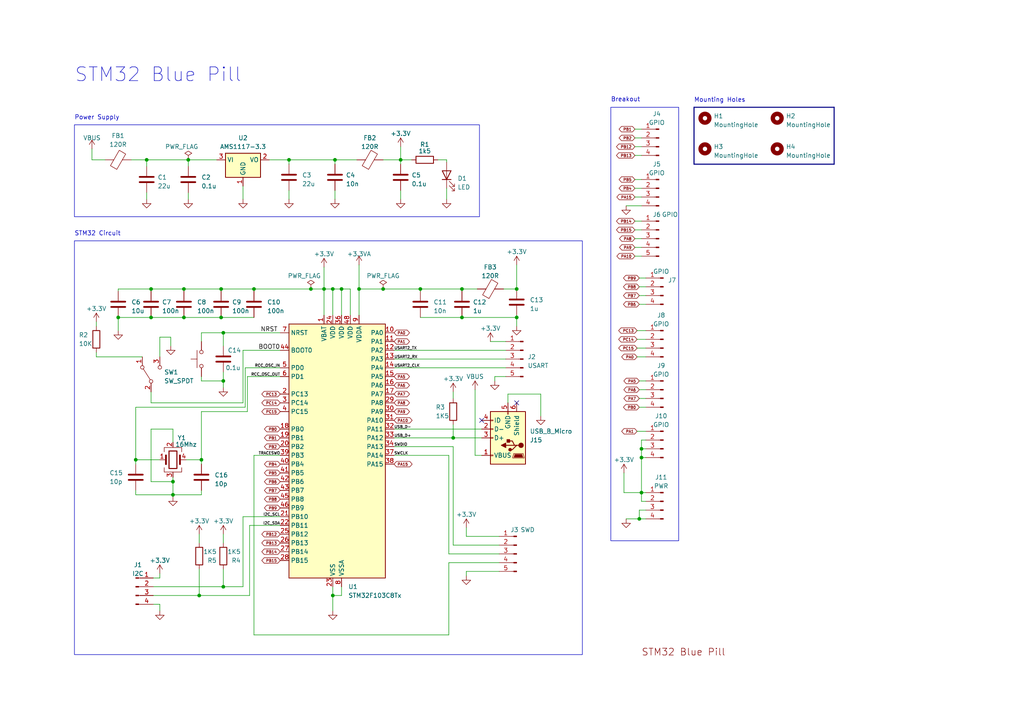
<source format=kicad_sch>
(kicad_sch (version 20230121) (generator eeschema)

  (uuid ac89113f-4c7e-4e44-8fec-f4fd15056181)

  (paper "A4")

  (lib_symbols
    (symbol "Connector:Conn_01x04_Pin" (pin_names (offset 1.016) hide) (in_bom yes) (on_board yes)
      (property "Reference" "J" (at 0 5.08 0)
        (effects (font (size 1.27 1.27)))
      )
      (property "Value" "Conn_01x04_Pin" (at 0 -7.62 0)
        (effects (font (size 1.27 1.27)))
      )
      (property "Footprint" "" (at 0 0 0)
        (effects (font (size 1.27 1.27)) hide)
      )
      (property "Datasheet" "~" (at 0 0 0)
        (effects (font (size 1.27 1.27)) hide)
      )
      (property "ki_locked" "" (at 0 0 0)
        (effects (font (size 1.27 1.27)))
      )
      (property "ki_keywords" "connector" (at 0 0 0)
        (effects (font (size 1.27 1.27)) hide)
      )
      (property "ki_description" "Generic connector, single row, 01x04, script generated" (at 0 0 0)
        (effects (font (size 1.27 1.27)) hide)
      )
      (property "ki_fp_filters" "Connector*:*_1x??_*" (at 0 0 0)
        (effects (font (size 1.27 1.27)) hide)
      )
      (symbol "Conn_01x04_Pin_1_1"
        (polyline
          (pts
            (xy 1.27 -5.08)
            (xy 0.8636 -5.08)
          )
          (stroke (width 0.1524) (type default))
          (fill (type none))
        )
        (polyline
          (pts
            (xy 1.27 -2.54)
            (xy 0.8636 -2.54)
          )
          (stroke (width 0.1524) (type default))
          (fill (type none))
        )
        (polyline
          (pts
            (xy 1.27 0)
            (xy 0.8636 0)
          )
          (stroke (width 0.1524) (type default))
          (fill (type none))
        )
        (polyline
          (pts
            (xy 1.27 2.54)
            (xy 0.8636 2.54)
          )
          (stroke (width 0.1524) (type default))
          (fill (type none))
        )
        (rectangle (start 0.8636 -4.953) (end 0 -5.207)
          (stroke (width 0.1524) (type default))
          (fill (type outline))
        )
        (rectangle (start 0.8636 -2.413) (end 0 -2.667)
          (stroke (width 0.1524) (type default))
          (fill (type outline))
        )
        (rectangle (start 0.8636 0.127) (end 0 -0.127)
          (stroke (width 0.1524) (type default))
          (fill (type outline))
        )
        (rectangle (start 0.8636 2.667) (end 0 2.413)
          (stroke (width 0.1524) (type default))
          (fill (type outline))
        )
        (pin passive line (at 5.08 2.54 180) (length 3.81)
          (name "Pin_1" (effects (font (size 1.27 1.27))))
          (number "1" (effects (font (size 1.27 1.27))))
        )
        (pin passive line (at 5.08 0 180) (length 3.81)
          (name "Pin_2" (effects (font (size 1.27 1.27))))
          (number "2" (effects (font (size 1.27 1.27))))
        )
        (pin passive line (at 5.08 -2.54 180) (length 3.81)
          (name "Pin_3" (effects (font (size 1.27 1.27))))
          (number "3" (effects (font (size 1.27 1.27))))
        )
        (pin passive line (at 5.08 -5.08 180) (length 3.81)
          (name "Pin_4" (effects (font (size 1.27 1.27))))
          (number "4" (effects (font (size 1.27 1.27))))
        )
      )
    )
    (symbol "Connector:Conn_01x05_Pin" (pin_names (offset 1.016) hide) (in_bom yes) (on_board yes)
      (property "Reference" "J" (at 0 7.62 0)
        (effects (font (size 1.27 1.27)))
      )
      (property "Value" "Conn_01x05_Pin" (at 0 -7.62 0)
        (effects (font (size 1.27 1.27)))
      )
      (property "Footprint" "" (at 0 0 0)
        (effects (font (size 1.27 1.27)) hide)
      )
      (property "Datasheet" "~" (at 0 0 0)
        (effects (font (size 1.27 1.27)) hide)
      )
      (property "ki_locked" "" (at 0 0 0)
        (effects (font (size 1.27 1.27)))
      )
      (property "ki_keywords" "connector" (at 0 0 0)
        (effects (font (size 1.27 1.27)) hide)
      )
      (property "ki_description" "Generic connector, single row, 01x05, script generated" (at 0 0 0)
        (effects (font (size 1.27 1.27)) hide)
      )
      (property "ki_fp_filters" "Connector*:*_1x??_*" (at 0 0 0)
        (effects (font (size 1.27 1.27)) hide)
      )
      (symbol "Conn_01x05_Pin_1_1"
        (polyline
          (pts
            (xy 1.27 -5.08)
            (xy 0.8636 -5.08)
          )
          (stroke (width 0.1524) (type default))
          (fill (type none))
        )
        (polyline
          (pts
            (xy 1.27 -2.54)
            (xy 0.8636 -2.54)
          )
          (stroke (width 0.1524) (type default))
          (fill (type none))
        )
        (polyline
          (pts
            (xy 1.27 0)
            (xy 0.8636 0)
          )
          (stroke (width 0.1524) (type default))
          (fill (type none))
        )
        (polyline
          (pts
            (xy 1.27 2.54)
            (xy 0.8636 2.54)
          )
          (stroke (width 0.1524) (type default))
          (fill (type none))
        )
        (polyline
          (pts
            (xy 1.27 5.08)
            (xy 0.8636 5.08)
          )
          (stroke (width 0.1524) (type default))
          (fill (type none))
        )
        (rectangle (start 0.8636 -4.953) (end 0 -5.207)
          (stroke (width 0.1524) (type default))
          (fill (type outline))
        )
        (rectangle (start 0.8636 -2.413) (end 0 -2.667)
          (stroke (width 0.1524) (type default))
          (fill (type outline))
        )
        (rectangle (start 0.8636 0.127) (end 0 -0.127)
          (stroke (width 0.1524) (type default))
          (fill (type outline))
        )
        (rectangle (start 0.8636 2.667) (end 0 2.413)
          (stroke (width 0.1524) (type default))
          (fill (type outline))
        )
        (rectangle (start 0.8636 5.207) (end 0 4.953)
          (stroke (width 0.1524) (type default))
          (fill (type outline))
        )
        (pin passive line (at 5.08 5.08 180) (length 3.81)
          (name "Pin_1" (effects (font (size 1.27 1.27))))
          (number "1" (effects (font (size 1.27 1.27))))
        )
        (pin passive line (at 5.08 2.54 180) (length 3.81)
          (name "Pin_2" (effects (font (size 1.27 1.27))))
          (number "2" (effects (font (size 1.27 1.27))))
        )
        (pin passive line (at 5.08 0 180) (length 3.81)
          (name "Pin_3" (effects (font (size 1.27 1.27))))
          (number "3" (effects (font (size 1.27 1.27))))
        )
        (pin passive line (at 5.08 -2.54 180) (length 3.81)
          (name "Pin_4" (effects (font (size 1.27 1.27))))
          (number "4" (effects (font (size 1.27 1.27))))
        )
        (pin passive line (at 5.08 -5.08 180) (length 3.81)
          (name "Pin_5" (effects (font (size 1.27 1.27))))
          (number "5" (effects (font (size 1.27 1.27))))
        )
      )
    )
    (symbol "Connector:USB_B_Mini" (pin_names (offset 1.016)) (in_bom yes) (on_board yes)
      (property "Reference" "J" (at -5.08 11.43 0)
        (effects (font (size 1.27 1.27)) (justify left))
      )
      (property "Value" "USB_B_Mini" (at -5.08 8.89 0)
        (effects (font (size 1.27 1.27)) (justify left))
      )
      (property "Footprint" "" (at 3.81 -1.27 0)
        (effects (font (size 1.27 1.27)) hide)
      )
      (property "Datasheet" "~" (at 3.81 -1.27 0)
        (effects (font (size 1.27 1.27)) hide)
      )
      (property "ki_keywords" "connector USB mini" (at 0 0 0)
        (effects (font (size 1.27 1.27)) hide)
      )
      (property "ki_description" "USB Mini Type B connector" (at 0 0 0)
        (effects (font (size 1.27 1.27)) hide)
      )
      (property "ki_fp_filters" "USB*" (at 0 0 0)
        (effects (font (size 1.27 1.27)) hide)
      )
      (symbol "USB_B_Mini_0_1"
        (rectangle (start -5.08 -7.62) (end 5.08 7.62)
          (stroke (width 0.254) (type default))
          (fill (type background))
        )
        (circle (center -3.81 2.159) (radius 0.635)
          (stroke (width 0.254) (type default))
          (fill (type outline))
        )
        (circle (center -0.635 3.429) (radius 0.381)
          (stroke (width 0.254) (type default))
          (fill (type outline))
        )
        (rectangle (start -0.127 -7.62) (end 0.127 -6.858)
          (stroke (width 0) (type default))
          (fill (type none))
        )
        (polyline
          (pts
            (xy -1.905 2.159)
            (xy 0.635 2.159)
          )
          (stroke (width 0.254) (type default))
          (fill (type none))
        )
        (polyline
          (pts
            (xy -3.175 2.159)
            (xy -2.54 2.159)
            (xy -1.27 3.429)
            (xy -0.635 3.429)
          )
          (stroke (width 0.254) (type default))
          (fill (type none))
        )
        (polyline
          (pts
            (xy -2.54 2.159)
            (xy -1.905 2.159)
            (xy -1.27 0.889)
            (xy 0 0.889)
          )
          (stroke (width 0.254) (type default))
          (fill (type none))
        )
        (polyline
          (pts
            (xy 0.635 2.794)
            (xy 0.635 1.524)
            (xy 1.905 2.159)
            (xy 0.635 2.794)
          )
          (stroke (width 0.254) (type default))
          (fill (type outline))
        )
        (polyline
          (pts
            (xy -4.318 5.588)
            (xy -1.778 5.588)
            (xy -2.032 4.826)
            (xy -4.064 4.826)
            (xy -4.318 5.588)
          )
          (stroke (width 0) (type default))
          (fill (type outline))
        )
        (polyline
          (pts
            (xy -4.699 5.842)
            (xy -4.699 5.588)
            (xy -4.445 4.826)
            (xy -4.445 4.572)
            (xy -1.651 4.572)
            (xy -1.651 4.826)
            (xy -1.397 5.588)
            (xy -1.397 5.842)
            (xy -4.699 5.842)
          )
          (stroke (width 0) (type default))
          (fill (type none))
        )
        (rectangle (start 0.254 1.27) (end -0.508 0.508)
          (stroke (width 0.254) (type default))
          (fill (type outline))
        )
        (rectangle (start 5.08 -5.207) (end 4.318 -4.953)
          (stroke (width 0) (type default))
          (fill (type none))
        )
        (rectangle (start 5.08 -2.667) (end 4.318 -2.413)
          (stroke (width 0) (type default))
          (fill (type none))
        )
        (rectangle (start 5.08 -0.127) (end 4.318 0.127)
          (stroke (width 0) (type default))
          (fill (type none))
        )
        (rectangle (start 5.08 4.953) (end 4.318 5.207)
          (stroke (width 0) (type default))
          (fill (type none))
        )
      )
      (symbol "USB_B_Mini_1_1"
        (pin power_out line (at 7.62 5.08 180) (length 2.54)
          (name "VBUS" (effects (font (size 1.27 1.27))))
          (number "1" (effects (font (size 1.27 1.27))))
        )
        (pin bidirectional line (at 7.62 -2.54 180) (length 2.54)
          (name "D-" (effects (font (size 1.27 1.27))))
          (number "2" (effects (font (size 1.27 1.27))))
        )
        (pin bidirectional line (at 7.62 0 180) (length 2.54)
          (name "D+" (effects (font (size 1.27 1.27))))
          (number "3" (effects (font (size 1.27 1.27))))
        )
        (pin passive line (at 7.62 -5.08 180) (length 2.54)
          (name "ID" (effects (font (size 1.27 1.27))))
          (number "4" (effects (font (size 1.27 1.27))))
        )
        (pin power_out line (at 0 -10.16 90) (length 2.54)
          (name "GND" (effects (font (size 1.27 1.27))))
          (number "5" (effects (font (size 1.27 1.27))))
        )
        (pin passive line (at -2.54 -10.16 90) (length 2.54)
          (name "Shield" (effects (font (size 1.27 1.27))))
          (number "6" (effects (font (size 1.27 1.27))))
        )
      )
    )
    (symbol "Device:C" (pin_numbers hide) (pin_names (offset 0.254)) (in_bom yes) (on_board yes)
      (property "Reference" "C" (at 0.635 2.54 0)
        (effects (font (size 1.27 1.27)) (justify left))
      )
      (property "Value" "C" (at 0.635 -2.54 0)
        (effects (font (size 1.27 1.27)) (justify left))
      )
      (property "Footprint" "" (at 0.9652 -3.81 0)
        (effects (font (size 1.27 1.27)) hide)
      )
      (property "Datasheet" "~" (at 0 0 0)
        (effects (font (size 1.27 1.27)) hide)
      )
      (property "ki_keywords" "cap capacitor" (at 0 0 0)
        (effects (font (size 1.27 1.27)) hide)
      )
      (property "ki_description" "Unpolarized capacitor" (at 0 0 0)
        (effects (font (size 1.27 1.27)) hide)
      )
      (property "ki_fp_filters" "C_*" (at 0 0 0)
        (effects (font (size 1.27 1.27)) hide)
      )
      (symbol "C_0_1"
        (polyline
          (pts
            (xy -2.032 -0.762)
            (xy 2.032 -0.762)
          )
          (stroke (width 0.508) (type default))
          (fill (type none))
        )
        (polyline
          (pts
            (xy -2.032 0.762)
            (xy 2.032 0.762)
          )
          (stroke (width 0.508) (type default))
          (fill (type none))
        )
      )
      (symbol "C_1_1"
        (pin passive line (at 0 3.81 270) (length 2.794)
          (name "~" (effects (font (size 1.27 1.27))))
          (number "1" (effects (font (size 1.27 1.27))))
        )
        (pin passive line (at 0 -3.81 90) (length 2.794)
          (name "~" (effects (font (size 1.27 1.27))))
          (number "2" (effects (font (size 1.27 1.27))))
        )
      )
    )
    (symbol "Device:Crystal_GND23" (pin_names (offset 1.016) hide) (in_bom yes) (on_board yes)
      (property "Reference" "Y" (at 3.175 5.08 0)
        (effects (font (size 1.27 1.27)) (justify left))
      )
      (property "Value" "Crystal_GND23" (at 3.175 3.175 0)
        (effects (font (size 1.27 1.27)) (justify left))
      )
      (property "Footprint" "" (at 0 0 0)
        (effects (font (size 1.27 1.27)) hide)
      )
      (property "Datasheet" "~" (at 0 0 0)
        (effects (font (size 1.27 1.27)) hide)
      )
      (property "ki_keywords" "quartz ceramic resonator oscillator" (at 0 0 0)
        (effects (font (size 1.27 1.27)) hide)
      )
      (property "ki_description" "Four pin crystal, GND on pins 2 and 3" (at 0 0 0)
        (effects (font (size 1.27 1.27)) hide)
      )
      (property "ki_fp_filters" "Crystal*" (at 0 0 0)
        (effects (font (size 1.27 1.27)) hide)
      )
      (symbol "Crystal_GND23_0_1"
        (rectangle (start -1.143 2.54) (end 1.143 -2.54)
          (stroke (width 0.3048) (type default))
          (fill (type none))
        )
        (polyline
          (pts
            (xy -2.54 0)
            (xy -2.032 0)
          )
          (stroke (width 0) (type default))
          (fill (type none))
        )
        (polyline
          (pts
            (xy -2.032 -1.27)
            (xy -2.032 1.27)
          )
          (stroke (width 0.508) (type default))
          (fill (type none))
        )
        (polyline
          (pts
            (xy 0 -3.81)
            (xy 0 -3.556)
          )
          (stroke (width 0) (type default))
          (fill (type none))
        )
        (polyline
          (pts
            (xy 0 3.556)
            (xy 0 3.81)
          )
          (stroke (width 0) (type default))
          (fill (type none))
        )
        (polyline
          (pts
            (xy 2.032 -1.27)
            (xy 2.032 1.27)
          )
          (stroke (width 0.508) (type default))
          (fill (type none))
        )
        (polyline
          (pts
            (xy 2.032 0)
            (xy 2.54 0)
          )
          (stroke (width 0) (type default))
          (fill (type none))
        )
        (polyline
          (pts
            (xy -2.54 -2.286)
            (xy -2.54 -3.556)
            (xy 2.54 -3.556)
            (xy 2.54 -2.286)
          )
          (stroke (width 0) (type default))
          (fill (type none))
        )
        (polyline
          (pts
            (xy -2.54 2.286)
            (xy -2.54 3.556)
            (xy 2.54 3.556)
            (xy 2.54 2.286)
          )
          (stroke (width 0) (type default))
          (fill (type none))
        )
      )
      (symbol "Crystal_GND23_1_1"
        (pin passive line (at -3.81 0 0) (length 1.27)
          (name "1" (effects (font (size 1.27 1.27))))
          (number "1" (effects (font (size 1.27 1.27))))
        )
        (pin passive line (at 0 5.08 270) (length 1.27)
          (name "2" (effects (font (size 1.27 1.27))))
          (number "2" (effects (font (size 1.27 1.27))))
        )
        (pin passive line (at 0 -5.08 90) (length 1.27)
          (name "3" (effects (font (size 1.27 1.27))))
          (number "3" (effects (font (size 1.27 1.27))))
        )
        (pin passive line (at 3.81 0 180) (length 1.27)
          (name "4" (effects (font (size 1.27 1.27))))
          (number "4" (effects (font (size 1.27 1.27))))
        )
      )
    )
    (symbol "Device:FerriteBead" (pin_numbers hide) (pin_names (offset 0)) (in_bom yes) (on_board yes)
      (property "Reference" "FB" (at -3.81 0.635 90)
        (effects (font (size 1.27 1.27)))
      )
      (property "Value" "FerriteBead" (at 3.81 0 90)
        (effects (font (size 1.27 1.27)))
      )
      (property "Footprint" "" (at -1.778 0 90)
        (effects (font (size 1.27 1.27)) hide)
      )
      (property "Datasheet" "~" (at 0 0 0)
        (effects (font (size 1.27 1.27)) hide)
      )
      (property "ki_keywords" "L ferrite bead inductor filter" (at 0 0 0)
        (effects (font (size 1.27 1.27)) hide)
      )
      (property "ki_description" "Ferrite bead" (at 0 0 0)
        (effects (font (size 1.27 1.27)) hide)
      )
      (property "ki_fp_filters" "Inductor_* L_* *Ferrite*" (at 0 0 0)
        (effects (font (size 1.27 1.27)) hide)
      )
      (symbol "FerriteBead_0_1"
        (polyline
          (pts
            (xy 0 -1.27)
            (xy 0 -1.2192)
          )
          (stroke (width 0) (type default))
          (fill (type none))
        )
        (polyline
          (pts
            (xy 0 1.27)
            (xy 0 1.2954)
          )
          (stroke (width 0) (type default))
          (fill (type none))
        )
        (polyline
          (pts
            (xy -2.7686 0.4064)
            (xy -1.7018 2.2606)
            (xy 2.7686 -0.3048)
            (xy 1.6764 -2.159)
            (xy -2.7686 0.4064)
          )
          (stroke (width 0) (type default))
          (fill (type none))
        )
      )
      (symbol "FerriteBead_1_1"
        (pin passive line (at 0 3.81 270) (length 2.54)
          (name "~" (effects (font (size 1.27 1.27))))
          (number "1" (effects (font (size 1.27 1.27))))
        )
        (pin passive line (at 0 -3.81 90) (length 2.54)
          (name "~" (effects (font (size 1.27 1.27))))
          (number "2" (effects (font (size 1.27 1.27))))
        )
      )
    )
    (symbol "Device:LED" (pin_numbers hide) (pin_names (offset 1.016) hide) (in_bom yes) (on_board yes)
      (property "Reference" "D" (at 0 2.54 0)
        (effects (font (size 1.27 1.27)))
      )
      (property "Value" "LED" (at 0 -2.54 0)
        (effects (font (size 1.27 1.27)))
      )
      (property "Footprint" "" (at 0 0 0)
        (effects (font (size 1.27 1.27)) hide)
      )
      (property "Datasheet" "~" (at 0 0 0)
        (effects (font (size 1.27 1.27)) hide)
      )
      (property "ki_keywords" "LED diode" (at 0 0 0)
        (effects (font (size 1.27 1.27)) hide)
      )
      (property "ki_description" "Light emitting diode" (at 0 0 0)
        (effects (font (size 1.27 1.27)) hide)
      )
      (property "ki_fp_filters" "LED* LED_SMD:* LED_THT:*" (at 0 0 0)
        (effects (font (size 1.27 1.27)) hide)
      )
      (symbol "LED_0_1"
        (polyline
          (pts
            (xy -1.27 -1.27)
            (xy -1.27 1.27)
          )
          (stroke (width 0.254) (type default))
          (fill (type none))
        )
        (polyline
          (pts
            (xy -1.27 0)
            (xy 1.27 0)
          )
          (stroke (width 0) (type default))
          (fill (type none))
        )
        (polyline
          (pts
            (xy 1.27 -1.27)
            (xy 1.27 1.27)
            (xy -1.27 0)
            (xy 1.27 -1.27)
          )
          (stroke (width 0.254) (type default))
          (fill (type none))
        )
        (polyline
          (pts
            (xy -3.048 -0.762)
            (xy -4.572 -2.286)
            (xy -3.81 -2.286)
            (xy -4.572 -2.286)
            (xy -4.572 -1.524)
          )
          (stroke (width 0) (type default))
          (fill (type none))
        )
        (polyline
          (pts
            (xy -1.778 -0.762)
            (xy -3.302 -2.286)
            (xy -2.54 -2.286)
            (xy -3.302 -2.286)
            (xy -3.302 -1.524)
          )
          (stroke (width 0) (type default))
          (fill (type none))
        )
      )
      (symbol "LED_1_1"
        (pin passive line (at -3.81 0 0) (length 2.54)
          (name "K" (effects (font (size 1.27 1.27))))
          (number "1" (effects (font (size 1.27 1.27))))
        )
        (pin passive line (at 3.81 0 180) (length 2.54)
          (name "A" (effects (font (size 1.27 1.27))))
          (number "2" (effects (font (size 1.27 1.27))))
        )
      )
    )
    (symbol "Device:R" (pin_numbers hide) (pin_names (offset 0)) (in_bom yes) (on_board yes)
      (property "Reference" "R" (at 2.032 0 90)
        (effects (font (size 1.27 1.27)))
      )
      (property "Value" "R" (at 0 0 90)
        (effects (font (size 1.27 1.27)))
      )
      (property "Footprint" "" (at -1.778 0 90)
        (effects (font (size 1.27 1.27)) hide)
      )
      (property "Datasheet" "~" (at 0 0 0)
        (effects (font (size 1.27 1.27)) hide)
      )
      (property "ki_keywords" "R res resistor" (at 0 0 0)
        (effects (font (size 1.27 1.27)) hide)
      )
      (property "ki_description" "Resistor" (at 0 0 0)
        (effects (font (size 1.27 1.27)) hide)
      )
      (property "ki_fp_filters" "R_*" (at 0 0 0)
        (effects (font (size 1.27 1.27)) hide)
      )
      (symbol "R_0_1"
        (rectangle (start -1.016 -2.54) (end 1.016 2.54)
          (stroke (width 0.254) (type default))
          (fill (type none))
        )
      )
      (symbol "R_1_1"
        (pin passive line (at 0 3.81 270) (length 1.27)
          (name "~" (effects (font (size 1.27 1.27))))
          (number "1" (effects (font (size 1.27 1.27))))
        )
        (pin passive line (at 0 -3.81 90) (length 1.27)
          (name "~" (effects (font (size 1.27 1.27))))
          (number "2" (effects (font (size 1.27 1.27))))
        )
      )
    )
    (symbol "MCU_ST_STM32F1:STM32F103C8Tx" (in_bom yes) (on_board yes)
      (property "Reference" "U" (at -12.7 39.37 0)
        (effects (font (size 1.27 1.27)) (justify left))
      )
      (property "Value" "STM32F103C8Tx" (at 10.16 39.37 0)
        (effects (font (size 1.27 1.27)) (justify left))
      )
      (property "Footprint" "Package_QFP:LQFP-48_7x7mm_P0.5mm" (at -12.7 -35.56 0)
        (effects (font (size 1.27 1.27)) (justify right) hide)
      )
      (property "Datasheet" "https://www.st.com/resource/en/datasheet/stm32f103c8.pdf" (at 0 0 0)
        (effects (font (size 1.27 1.27)) hide)
      )
      (property "ki_locked" "" (at 0 0 0)
        (effects (font (size 1.27 1.27)))
      )
      (property "ki_keywords" "Arm Cortex-M3 STM32F1 STM32F103" (at 0 0 0)
        (effects (font (size 1.27 1.27)) hide)
      )
      (property "ki_description" "STMicroelectronics Arm Cortex-M3 MCU, 64KB flash, 20KB RAM, 72 MHz, 2.0-3.6V, 37 GPIO, LQFP48" (at 0 0 0)
        (effects (font (size 1.27 1.27)) hide)
      )
      (property "ki_fp_filters" "LQFP*7x7mm*P0.5mm*" (at 0 0 0)
        (effects (font (size 1.27 1.27)) hide)
      )
      (symbol "STM32F103C8Tx_0_1"
        (rectangle (start -12.7 -35.56) (end 15.24 38.1)
          (stroke (width 0.254) (type default))
          (fill (type background))
        )
      )
      (symbol "STM32F103C8Tx_1_1"
        (pin power_in line (at -2.54 40.64 270) (length 2.54)
          (name "VBAT" (effects (font (size 1.27 1.27))))
          (number "1" (effects (font (size 1.27 1.27))))
        )
        (pin bidirectional line (at 17.78 35.56 180) (length 2.54)
          (name "PA0" (effects (font (size 1.27 1.27))))
          (number "10" (effects (font (size 1.27 1.27))))
          (alternate "ADC1_IN0" bidirectional line)
          (alternate "ADC2_IN0" bidirectional line)
          (alternate "SYS_WKUP" bidirectional line)
          (alternate "TIM2_CH1" bidirectional line)
          (alternate "TIM2_ETR" bidirectional line)
          (alternate "USART2_CTS" bidirectional line)
        )
        (pin bidirectional line (at 17.78 33.02 180) (length 2.54)
          (name "PA1" (effects (font (size 1.27 1.27))))
          (number "11" (effects (font (size 1.27 1.27))))
          (alternate "ADC1_IN1" bidirectional line)
          (alternate "ADC2_IN1" bidirectional line)
          (alternate "TIM2_CH2" bidirectional line)
          (alternate "USART2_RTS" bidirectional line)
        )
        (pin bidirectional line (at 17.78 30.48 180) (length 2.54)
          (name "PA2" (effects (font (size 1.27 1.27))))
          (number "12" (effects (font (size 1.27 1.27))))
          (alternate "ADC1_IN2" bidirectional line)
          (alternate "ADC2_IN2" bidirectional line)
          (alternate "TIM2_CH3" bidirectional line)
          (alternate "USART2_TX" bidirectional line)
        )
        (pin bidirectional line (at 17.78 27.94 180) (length 2.54)
          (name "PA3" (effects (font (size 1.27 1.27))))
          (number "13" (effects (font (size 1.27 1.27))))
          (alternate "ADC1_IN3" bidirectional line)
          (alternate "ADC2_IN3" bidirectional line)
          (alternate "TIM2_CH4" bidirectional line)
          (alternate "USART2_RX" bidirectional line)
        )
        (pin bidirectional line (at 17.78 25.4 180) (length 2.54)
          (name "PA4" (effects (font (size 1.27 1.27))))
          (number "14" (effects (font (size 1.27 1.27))))
          (alternate "ADC1_IN4" bidirectional line)
          (alternate "ADC2_IN4" bidirectional line)
          (alternate "SPI1_NSS" bidirectional line)
          (alternate "USART2_CK" bidirectional line)
        )
        (pin bidirectional line (at 17.78 22.86 180) (length 2.54)
          (name "PA5" (effects (font (size 1.27 1.27))))
          (number "15" (effects (font (size 1.27 1.27))))
          (alternate "ADC1_IN5" bidirectional line)
          (alternate "ADC2_IN5" bidirectional line)
          (alternate "SPI1_SCK" bidirectional line)
        )
        (pin bidirectional line (at 17.78 20.32 180) (length 2.54)
          (name "PA6" (effects (font (size 1.27 1.27))))
          (number "16" (effects (font (size 1.27 1.27))))
          (alternate "ADC1_IN6" bidirectional line)
          (alternate "ADC2_IN6" bidirectional line)
          (alternate "SPI1_MISO" bidirectional line)
          (alternate "TIM1_BKIN" bidirectional line)
          (alternate "TIM3_CH1" bidirectional line)
        )
        (pin bidirectional line (at 17.78 17.78 180) (length 2.54)
          (name "PA7" (effects (font (size 1.27 1.27))))
          (number "17" (effects (font (size 1.27 1.27))))
          (alternate "ADC1_IN7" bidirectional line)
          (alternate "ADC2_IN7" bidirectional line)
          (alternate "SPI1_MOSI" bidirectional line)
          (alternate "TIM1_CH1N" bidirectional line)
          (alternate "TIM3_CH2" bidirectional line)
        )
        (pin bidirectional line (at -15.24 7.62 0) (length 2.54)
          (name "PB0" (effects (font (size 1.27 1.27))))
          (number "18" (effects (font (size 1.27 1.27))))
          (alternate "ADC1_IN8" bidirectional line)
          (alternate "ADC2_IN8" bidirectional line)
          (alternate "TIM1_CH2N" bidirectional line)
          (alternate "TIM3_CH3" bidirectional line)
        )
        (pin bidirectional line (at -15.24 5.08 0) (length 2.54)
          (name "PB1" (effects (font (size 1.27 1.27))))
          (number "19" (effects (font (size 1.27 1.27))))
          (alternate "ADC1_IN9" bidirectional line)
          (alternate "ADC2_IN9" bidirectional line)
          (alternate "TIM1_CH3N" bidirectional line)
          (alternate "TIM3_CH4" bidirectional line)
        )
        (pin bidirectional line (at -15.24 17.78 0) (length 2.54)
          (name "PC13" (effects (font (size 1.27 1.27))))
          (number "2" (effects (font (size 1.27 1.27))))
          (alternate "RTC_OUT" bidirectional line)
          (alternate "RTC_TAMPER" bidirectional line)
        )
        (pin bidirectional line (at -15.24 2.54 0) (length 2.54)
          (name "PB2" (effects (font (size 1.27 1.27))))
          (number "20" (effects (font (size 1.27 1.27))))
        )
        (pin bidirectional line (at -15.24 -17.78 0) (length 2.54)
          (name "PB10" (effects (font (size 1.27 1.27))))
          (number "21" (effects (font (size 1.27 1.27))))
          (alternate "I2C2_SCL" bidirectional line)
          (alternate "TIM2_CH3" bidirectional line)
          (alternate "USART3_TX" bidirectional line)
        )
        (pin bidirectional line (at -15.24 -20.32 0) (length 2.54)
          (name "PB11" (effects (font (size 1.27 1.27))))
          (number "22" (effects (font (size 1.27 1.27))))
          (alternate "ADC1_EXTI11" bidirectional line)
          (alternate "ADC2_EXTI11" bidirectional line)
          (alternate "I2C2_SDA" bidirectional line)
          (alternate "TIM2_CH4" bidirectional line)
          (alternate "USART3_RX" bidirectional line)
        )
        (pin power_in line (at 0 -38.1 90) (length 2.54)
          (name "VSS" (effects (font (size 1.27 1.27))))
          (number "23" (effects (font (size 1.27 1.27))))
        )
        (pin power_in line (at 0 40.64 270) (length 2.54)
          (name "VDD" (effects (font (size 1.27 1.27))))
          (number "24" (effects (font (size 1.27 1.27))))
        )
        (pin bidirectional line (at -15.24 -22.86 0) (length 2.54)
          (name "PB12" (effects (font (size 1.27 1.27))))
          (number "25" (effects (font (size 1.27 1.27))))
          (alternate "I2C2_SMBA" bidirectional line)
          (alternate "SPI2_NSS" bidirectional line)
          (alternate "TIM1_BKIN" bidirectional line)
          (alternate "USART3_CK" bidirectional line)
        )
        (pin bidirectional line (at -15.24 -25.4 0) (length 2.54)
          (name "PB13" (effects (font (size 1.27 1.27))))
          (number "26" (effects (font (size 1.27 1.27))))
          (alternate "SPI2_SCK" bidirectional line)
          (alternate "TIM1_CH1N" bidirectional line)
          (alternate "USART3_CTS" bidirectional line)
        )
        (pin bidirectional line (at -15.24 -27.94 0) (length 2.54)
          (name "PB14" (effects (font (size 1.27 1.27))))
          (number "27" (effects (font (size 1.27 1.27))))
          (alternate "SPI2_MISO" bidirectional line)
          (alternate "TIM1_CH2N" bidirectional line)
          (alternate "USART3_RTS" bidirectional line)
        )
        (pin bidirectional line (at -15.24 -30.48 0) (length 2.54)
          (name "PB15" (effects (font (size 1.27 1.27))))
          (number "28" (effects (font (size 1.27 1.27))))
          (alternate "ADC1_EXTI15" bidirectional line)
          (alternate "ADC2_EXTI15" bidirectional line)
          (alternate "SPI2_MOSI" bidirectional line)
          (alternate "TIM1_CH3N" bidirectional line)
        )
        (pin bidirectional line (at 17.78 15.24 180) (length 2.54)
          (name "PA8" (effects (font (size 1.27 1.27))))
          (number "29" (effects (font (size 1.27 1.27))))
          (alternate "RCC_MCO" bidirectional line)
          (alternate "TIM1_CH1" bidirectional line)
          (alternate "USART1_CK" bidirectional line)
        )
        (pin bidirectional line (at -15.24 15.24 0) (length 2.54)
          (name "PC14" (effects (font (size 1.27 1.27))))
          (number "3" (effects (font (size 1.27 1.27))))
          (alternate "RCC_OSC32_IN" bidirectional line)
        )
        (pin bidirectional line (at 17.78 12.7 180) (length 2.54)
          (name "PA9" (effects (font (size 1.27 1.27))))
          (number "30" (effects (font (size 1.27 1.27))))
          (alternate "TIM1_CH2" bidirectional line)
          (alternate "USART1_TX" bidirectional line)
        )
        (pin bidirectional line (at 17.78 10.16 180) (length 2.54)
          (name "PA10" (effects (font (size 1.27 1.27))))
          (number "31" (effects (font (size 1.27 1.27))))
          (alternate "TIM1_CH3" bidirectional line)
          (alternate "USART1_RX" bidirectional line)
        )
        (pin bidirectional line (at 17.78 7.62 180) (length 2.54)
          (name "PA11" (effects (font (size 1.27 1.27))))
          (number "32" (effects (font (size 1.27 1.27))))
          (alternate "ADC1_EXTI11" bidirectional line)
          (alternate "ADC2_EXTI11" bidirectional line)
          (alternate "CAN_RX" bidirectional line)
          (alternate "TIM1_CH4" bidirectional line)
          (alternate "USART1_CTS" bidirectional line)
          (alternate "USB_DM" bidirectional line)
        )
        (pin bidirectional line (at 17.78 5.08 180) (length 2.54)
          (name "PA12" (effects (font (size 1.27 1.27))))
          (number "33" (effects (font (size 1.27 1.27))))
          (alternate "CAN_TX" bidirectional line)
          (alternate "TIM1_ETR" bidirectional line)
          (alternate "USART1_RTS" bidirectional line)
          (alternate "USB_DP" bidirectional line)
        )
        (pin bidirectional line (at 17.78 2.54 180) (length 2.54)
          (name "PA13" (effects (font (size 1.27 1.27))))
          (number "34" (effects (font (size 1.27 1.27))))
          (alternate "SYS_JTMS-SWDIO" bidirectional line)
        )
        (pin passive line (at 0 -38.1 90) (length 2.54) hide
          (name "VSS" (effects (font (size 1.27 1.27))))
          (number "35" (effects (font (size 1.27 1.27))))
        )
        (pin power_in line (at 2.54 40.64 270) (length 2.54)
          (name "VDD" (effects (font (size 1.27 1.27))))
          (number "36" (effects (font (size 1.27 1.27))))
        )
        (pin bidirectional line (at 17.78 0 180) (length 2.54)
          (name "PA14" (effects (font (size 1.27 1.27))))
          (number "37" (effects (font (size 1.27 1.27))))
          (alternate "SYS_JTCK-SWCLK" bidirectional line)
        )
        (pin bidirectional line (at 17.78 -2.54 180) (length 2.54)
          (name "PA15" (effects (font (size 1.27 1.27))))
          (number "38" (effects (font (size 1.27 1.27))))
          (alternate "ADC1_EXTI15" bidirectional line)
          (alternate "ADC2_EXTI15" bidirectional line)
          (alternate "SPI1_NSS" bidirectional line)
          (alternate "SYS_JTDI" bidirectional line)
          (alternate "TIM2_CH1" bidirectional line)
          (alternate "TIM2_ETR" bidirectional line)
        )
        (pin bidirectional line (at -15.24 0 0) (length 2.54)
          (name "PB3" (effects (font (size 1.27 1.27))))
          (number "39" (effects (font (size 1.27 1.27))))
          (alternate "SPI1_SCK" bidirectional line)
          (alternate "SYS_JTDO-TRACESWO" bidirectional line)
          (alternate "TIM2_CH2" bidirectional line)
        )
        (pin bidirectional line (at -15.24 12.7 0) (length 2.54)
          (name "PC15" (effects (font (size 1.27 1.27))))
          (number "4" (effects (font (size 1.27 1.27))))
          (alternate "ADC1_EXTI15" bidirectional line)
          (alternate "ADC2_EXTI15" bidirectional line)
          (alternate "RCC_OSC32_OUT" bidirectional line)
        )
        (pin bidirectional line (at -15.24 -2.54 0) (length 2.54)
          (name "PB4" (effects (font (size 1.27 1.27))))
          (number "40" (effects (font (size 1.27 1.27))))
          (alternate "SPI1_MISO" bidirectional line)
          (alternate "SYS_NJTRST" bidirectional line)
          (alternate "TIM3_CH1" bidirectional line)
        )
        (pin bidirectional line (at -15.24 -5.08 0) (length 2.54)
          (name "PB5" (effects (font (size 1.27 1.27))))
          (number "41" (effects (font (size 1.27 1.27))))
          (alternate "I2C1_SMBA" bidirectional line)
          (alternate "SPI1_MOSI" bidirectional line)
          (alternate "TIM3_CH2" bidirectional line)
        )
        (pin bidirectional line (at -15.24 -7.62 0) (length 2.54)
          (name "PB6" (effects (font (size 1.27 1.27))))
          (number "42" (effects (font (size 1.27 1.27))))
          (alternate "I2C1_SCL" bidirectional line)
          (alternate "TIM4_CH1" bidirectional line)
          (alternate "USART1_TX" bidirectional line)
        )
        (pin bidirectional line (at -15.24 -10.16 0) (length 2.54)
          (name "PB7" (effects (font (size 1.27 1.27))))
          (number "43" (effects (font (size 1.27 1.27))))
          (alternate "I2C1_SDA" bidirectional line)
          (alternate "TIM4_CH2" bidirectional line)
          (alternate "USART1_RX" bidirectional line)
        )
        (pin input line (at -15.24 30.48 0) (length 2.54)
          (name "BOOT0" (effects (font (size 1.27 1.27))))
          (number "44" (effects (font (size 1.27 1.27))))
        )
        (pin bidirectional line (at -15.24 -12.7 0) (length 2.54)
          (name "PB8" (effects (font (size 1.27 1.27))))
          (number "45" (effects (font (size 1.27 1.27))))
          (alternate "CAN_RX" bidirectional line)
          (alternate "I2C1_SCL" bidirectional line)
          (alternate "TIM4_CH3" bidirectional line)
        )
        (pin bidirectional line (at -15.24 -15.24 0) (length 2.54)
          (name "PB9" (effects (font (size 1.27 1.27))))
          (number "46" (effects (font (size 1.27 1.27))))
          (alternate "CAN_TX" bidirectional line)
          (alternate "I2C1_SDA" bidirectional line)
          (alternate "TIM4_CH4" bidirectional line)
        )
        (pin passive line (at 0 -38.1 90) (length 2.54) hide
          (name "VSS" (effects (font (size 1.27 1.27))))
          (number "47" (effects (font (size 1.27 1.27))))
        )
        (pin power_in line (at 5.08 40.64 270) (length 2.54)
          (name "VDD" (effects (font (size 1.27 1.27))))
          (number "48" (effects (font (size 1.27 1.27))))
        )
        (pin bidirectional line (at -15.24 25.4 0) (length 2.54)
          (name "PD0" (effects (font (size 1.27 1.27))))
          (number "5" (effects (font (size 1.27 1.27))))
          (alternate "RCC_OSC_IN" bidirectional line)
        )
        (pin bidirectional line (at -15.24 22.86 0) (length 2.54)
          (name "PD1" (effects (font (size 1.27 1.27))))
          (number "6" (effects (font (size 1.27 1.27))))
          (alternate "RCC_OSC_OUT" bidirectional line)
        )
        (pin input line (at -15.24 35.56 0) (length 2.54)
          (name "NRST" (effects (font (size 1.27 1.27))))
          (number "7" (effects (font (size 1.27 1.27))))
        )
        (pin power_in line (at 2.54 -38.1 90) (length 2.54)
          (name "VSSA" (effects (font (size 1.27 1.27))))
          (number "8" (effects (font (size 1.27 1.27))))
        )
        (pin power_in line (at 7.62 40.64 270) (length 2.54)
          (name "VDDA" (effects (font (size 1.27 1.27))))
          (number "9" (effects (font (size 1.27 1.27))))
        )
      )
    )
    (symbol "Mechanical:MountingHole" (pin_names (offset 1.016)) (in_bom yes) (on_board yes)
      (property "Reference" "H" (at 0 5.08 0)
        (effects (font (size 1.27 1.27)))
      )
      (property "Value" "MountingHole" (at 0 3.175 0)
        (effects (font (size 1.27 1.27)))
      )
      (property "Footprint" "" (at 0 0 0)
        (effects (font (size 1.27 1.27)) hide)
      )
      (property "Datasheet" "~" (at 0 0 0)
        (effects (font (size 1.27 1.27)) hide)
      )
      (property "ki_keywords" "mounting hole" (at 0 0 0)
        (effects (font (size 1.27 1.27)) hide)
      )
      (property "ki_description" "Mounting Hole without connection" (at 0 0 0)
        (effects (font (size 1.27 1.27)) hide)
      )
      (property "ki_fp_filters" "MountingHole*" (at 0 0 0)
        (effects (font (size 1.27 1.27)) hide)
      )
      (symbol "MountingHole_0_1"
        (circle (center 0 0) (radius 1.27)
          (stroke (width 1.27) (type default))
          (fill (type none))
        )
      )
    )
    (symbol "Regulator_Linear:AMS1117-3.3" (in_bom yes) (on_board yes)
      (property "Reference" "U" (at -3.81 3.175 0)
        (effects (font (size 1.27 1.27)))
      )
      (property "Value" "AMS1117-3.3" (at 0 3.175 0)
        (effects (font (size 1.27 1.27)) (justify left))
      )
      (property "Footprint" "Package_TO_SOT_SMD:SOT-223-3_TabPin2" (at 0 5.08 0)
        (effects (font (size 1.27 1.27)) hide)
      )
      (property "Datasheet" "http://www.advanced-monolithic.com/pdf/ds1117.pdf" (at 2.54 -6.35 0)
        (effects (font (size 1.27 1.27)) hide)
      )
      (property "ki_keywords" "linear regulator ldo fixed positive" (at 0 0 0)
        (effects (font (size 1.27 1.27)) hide)
      )
      (property "ki_description" "1A Low Dropout regulator, positive, 3.3V fixed output, SOT-223" (at 0 0 0)
        (effects (font (size 1.27 1.27)) hide)
      )
      (property "ki_fp_filters" "SOT?223*TabPin2*" (at 0 0 0)
        (effects (font (size 1.27 1.27)) hide)
      )
      (symbol "AMS1117-3.3_0_1"
        (rectangle (start -5.08 -5.08) (end 5.08 1.905)
          (stroke (width 0.254) (type default))
          (fill (type background))
        )
      )
      (symbol "AMS1117-3.3_1_1"
        (pin power_in line (at 0 -7.62 90) (length 2.54)
          (name "GND" (effects (font (size 1.27 1.27))))
          (number "1" (effects (font (size 1.27 1.27))))
        )
        (pin power_out line (at 7.62 0 180) (length 2.54)
          (name "VO" (effects (font (size 1.27 1.27))))
          (number "2" (effects (font (size 1.27 1.27))))
        )
        (pin power_in line (at -7.62 0 0) (length 2.54)
          (name "VI" (effects (font (size 1.27 1.27))))
          (number "3" (effects (font (size 1.27 1.27))))
        )
      )
    )
    (symbol "Switch:SW_Push" (pin_numbers hide) (pin_names (offset 1.016) hide) (in_bom yes) (on_board yes)
      (property "Reference" "SW" (at 1.27 2.54 0)
        (effects (font (size 1.27 1.27)) (justify left))
      )
      (property "Value" "SW_Push" (at 0 -1.524 0)
        (effects (font (size 1.27 1.27)))
      )
      (property "Footprint" "" (at 0 5.08 0)
        (effects (font (size 1.27 1.27)) hide)
      )
      (property "Datasheet" "~" (at 0 5.08 0)
        (effects (font (size 1.27 1.27)) hide)
      )
      (property "ki_keywords" "switch normally-open pushbutton push-button" (at 0 0 0)
        (effects (font (size 1.27 1.27)) hide)
      )
      (property "ki_description" "Push button switch, generic, two pins" (at 0 0 0)
        (effects (font (size 1.27 1.27)) hide)
      )
      (symbol "SW_Push_0_1"
        (circle (center -2.032 0) (radius 0.508)
          (stroke (width 0) (type default))
          (fill (type none))
        )
        (polyline
          (pts
            (xy 0 1.27)
            (xy 0 3.048)
          )
          (stroke (width 0) (type default))
          (fill (type none))
        )
        (polyline
          (pts
            (xy 2.54 1.27)
            (xy -2.54 1.27)
          )
          (stroke (width 0) (type default))
          (fill (type none))
        )
        (circle (center 2.032 0) (radius 0.508)
          (stroke (width 0) (type default))
          (fill (type none))
        )
        (pin passive line (at -5.08 0 0) (length 2.54)
          (name "1" (effects (font (size 1.27 1.27))))
          (number "1" (effects (font (size 1.27 1.27))))
        )
        (pin passive line (at 5.08 0 180) (length 2.54)
          (name "2" (effects (font (size 1.27 1.27))))
          (number "2" (effects (font (size 1.27 1.27))))
        )
      )
    )
    (symbol "Switch:SW_SPDT" (pin_names (offset 0) hide) (in_bom yes) (on_board yes)
      (property "Reference" "SW" (at 0 4.318 0)
        (effects (font (size 1.27 1.27)))
      )
      (property "Value" "SW_SPDT" (at 0 -5.08 0)
        (effects (font (size 1.27 1.27)))
      )
      (property "Footprint" "" (at 0 0 0)
        (effects (font (size 1.27 1.27)) hide)
      )
      (property "Datasheet" "~" (at 0 0 0)
        (effects (font (size 1.27 1.27)) hide)
      )
      (property "ki_keywords" "switch single-pole double-throw spdt ON-ON" (at 0 0 0)
        (effects (font (size 1.27 1.27)) hide)
      )
      (property "ki_description" "Switch, single pole double throw" (at 0 0 0)
        (effects (font (size 1.27 1.27)) hide)
      )
      (symbol "SW_SPDT_0_0"
        (circle (center -2.032 0) (radius 0.508)
          (stroke (width 0) (type default))
          (fill (type none))
        )
        (circle (center 2.032 -2.54) (radius 0.508)
          (stroke (width 0) (type default))
          (fill (type none))
        )
      )
      (symbol "SW_SPDT_0_1"
        (polyline
          (pts
            (xy -1.524 0.254)
            (xy 1.651 2.286)
          )
          (stroke (width 0) (type default))
          (fill (type none))
        )
        (circle (center 2.032 2.54) (radius 0.508)
          (stroke (width 0) (type default))
          (fill (type none))
        )
      )
      (symbol "SW_SPDT_1_1"
        (pin passive line (at 5.08 2.54 180) (length 2.54)
          (name "A" (effects (font (size 1.27 1.27))))
          (number "1" (effects (font (size 1.27 1.27))))
        )
        (pin passive line (at -5.08 0 0) (length 2.54)
          (name "B" (effects (font (size 1.27 1.27))))
          (number "2" (effects (font (size 1.27 1.27))))
        )
        (pin passive line (at 5.08 -2.54 180) (length 2.54)
          (name "C" (effects (font (size 1.27 1.27))))
          (number "3" (effects (font (size 1.27 1.27))))
        )
      )
    )
    (symbol "power:+3.3V" (power) (pin_names (offset 0)) (in_bom yes) (on_board yes)
      (property "Reference" "#PWR" (at 0 -3.81 0)
        (effects (font (size 1.27 1.27)) hide)
      )
      (property "Value" "+3.3V" (at 0 3.556 0)
        (effects (font (size 1.27 1.27)))
      )
      (property "Footprint" "" (at 0 0 0)
        (effects (font (size 1.27 1.27)) hide)
      )
      (property "Datasheet" "" (at 0 0 0)
        (effects (font (size 1.27 1.27)) hide)
      )
      (property "ki_keywords" "global power" (at 0 0 0)
        (effects (font (size 1.27 1.27)) hide)
      )
      (property "ki_description" "Power symbol creates a global label with name \"+3.3V\"" (at 0 0 0)
        (effects (font (size 1.27 1.27)) hide)
      )
      (symbol "+3.3V_0_1"
        (polyline
          (pts
            (xy -0.762 1.27)
            (xy 0 2.54)
          )
          (stroke (width 0) (type default))
          (fill (type none))
        )
        (polyline
          (pts
            (xy 0 0)
            (xy 0 2.54)
          )
          (stroke (width 0) (type default))
          (fill (type none))
        )
        (polyline
          (pts
            (xy 0 2.54)
            (xy 0.762 1.27)
          )
          (stroke (width 0) (type default))
          (fill (type none))
        )
      )
      (symbol "+3.3V_1_1"
        (pin power_in line (at 0 0 90) (length 0) hide
          (name "+3.3V" (effects (font (size 1.27 1.27))))
          (number "1" (effects (font (size 1.27 1.27))))
        )
      )
    )
    (symbol "power:+3.3VA" (power) (pin_names (offset 0)) (in_bom yes) (on_board yes)
      (property "Reference" "#PWR" (at 0 -3.81 0)
        (effects (font (size 1.27 1.27)) hide)
      )
      (property "Value" "+3.3VA" (at 0 3.556 0)
        (effects (font (size 1.27 1.27)))
      )
      (property "Footprint" "" (at 0 0 0)
        (effects (font (size 1.27 1.27)) hide)
      )
      (property "Datasheet" "" (at 0 0 0)
        (effects (font (size 1.27 1.27)) hide)
      )
      (property "ki_keywords" "global power" (at 0 0 0)
        (effects (font (size 1.27 1.27)) hide)
      )
      (property "ki_description" "Power symbol creates a global label with name \"+3.3VA\"" (at 0 0 0)
        (effects (font (size 1.27 1.27)) hide)
      )
      (symbol "+3.3VA_0_1"
        (polyline
          (pts
            (xy -0.762 1.27)
            (xy 0 2.54)
          )
          (stroke (width 0) (type default))
          (fill (type none))
        )
        (polyline
          (pts
            (xy 0 0)
            (xy 0 2.54)
          )
          (stroke (width 0) (type default))
          (fill (type none))
        )
        (polyline
          (pts
            (xy 0 2.54)
            (xy 0.762 1.27)
          )
          (stroke (width 0) (type default))
          (fill (type none))
        )
      )
      (symbol "+3.3VA_1_1"
        (pin power_in line (at 0 0 90) (length 0) hide
          (name "+3.3VA" (effects (font (size 1.27 1.27))))
          (number "1" (effects (font (size 1.27 1.27))))
        )
      )
    )
    (symbol "power:GND" (power) (pin_names (offset 0)) (in_bom yes) (on_board yes)
      (property "Reference" "#PWR" (at 0 -6.35 0)
        (effects (font (size 1.27 1.27)) hide)
      )
      (property "Value" "GND" (at 0 -3.81 0)
        (effects (font (size 1.27 1.27)))
      )
      (property "Footprint" "" (at 0 0 0)
        (effects (font (size 1.27 1.27)) hide)
      )
      (property "Datasheet" "" (at 0 0 0)
        (effects (font (size 1.27 1.27)) hide)
      )
      (property "ki_keywords" "global power" (at 0 0 0)
        (effects (font (size 1.27 1.27)) hide)
      )
      (property "ki_description" "Power symbol creates a global label with name \"GND\" , ground" (at 0 0 0)
        (effects (font (size 1.27 1.27)) hide)
      )
      (symbol "GND_0_1"
        (polyline
          (pts
            (xy 0 0)
            (xy 0 -1.27)
            (xy 1.27 -1.27)
            (xy 0 -2.54)
            (xy -1.27 -1.27)
            (xy 0 -1.27)
          )
          (stroke (width 0) (type default))
          (fill (type none))
        )
      )
      (symbol "GND_1_1"
        (pin power_in line (at 0 0 270) (length 0) hide
          (name "GND" (effects (font (size 1.27 1.27))))
          (number "1" (effects (font (size 1.27 1.27))))
        )
      )
    )
    (symbol "power:PWR_FLAG" (power) (pin_numbers hide) (pin_names (offset 0) hide) (in_bom yes) (on_board yes)
      (property "Reference" "#FLG" (at 0 1.905 0)
        (effects (font (size 1.27 1.27)) hide)
      )
      (property "Value" "PWR_FLAG" (at 0 3.81 0)
        (effects (font (size 1.27 1.27)))
      )
      (property "Footprint" "" (at 0 0 0)
        (effects (font (size 1.27 1.27)) hide)
      )
      (property "Datasheet" "~" (at 0 0 0)
        (effects (font (size 1.27 1.27)) hide)
      )
      (property "ki_keywords" "flag power" (at 0 0 0)
        (effects (font (size 1.27 1.27)) hide)
      )
      (property "ki_description" "Special symbol for telling ERC where power comes from" (at 0 0 0)
        (effects (font (size 1.27 1.27)) hide)
      )
      (symbol "PWR_FLAG_0_0"
        (pin power_out line (at 0 0 90) (length 0)
          (name "pwr" (effects (font (size 1.27 1.27))))
          (number "1" (effects (font (size 1.27 1.27))))
        )
      )
      (symbol "PWR_FLAG_0_1"
        (polyline
          (pts
            (xy 0 0)
            (xy 0 1.27)
            (xy -1.016 1.905)
            (xy 0 2.54)
            (xy 1.016 1.905)
            (xy 0 1.27)
          )
          (stroke (width 0) (type default))
          (fill (type none))
        )
      )
    )
    (symbol "power:VBUS" (power) (pin_names (offset 0)) (in_bom yes) (on_board yes)
      (property "Reference" "#PWR" (at 0 -3.81 0)
        (effects (font (size 1.27 1.27)) hide)
      )
      (property "Value" "VBUS" (at 0 3.81 0)
        (effects (font (size 1.27 1.27)))
      )
      (property "Footprint" "" (at 0 0 0)
        (effects (font (size 1.27 1.27)) hide)
      )
      (property "Datasheet" "" (at 0 0 0)
        (effects (font (size 1.27 1.27)) hide)
      )
      (property "ki_keywords" "global power" (at 0 0 0)
        (effects (font (size 1.27 1.27)) hide)
      )
      (property "ki_description" "Power symbol creates a global label with name \"VBUS\"" (at 0 0 0)
        (effects (font (size 1.27 1.27)) hide)
      )
      (symbol "VBUS_0_1"
        (polyline
          (pts
            (xy -0.762 1.27)
            (xy 0 2.54)
          )
          (stroke (width 0) (type default))
          (fill (type none))
        )
        (polyline
          (pts
            (xy 0 0)
            (xy 0 2.54)
          )
          (stroke (width 0) (type default))
          (fill (type none))
        )
        (polyline
          (pts
            (xy 0 2.54)
            (xy 0.762 1.27)
          )
          (stroke (width 0) (type default))
          (fill (type none))
        )
      )
      (symbol "VBUS_1_1"
        (pin power_in line (at 0 0 90) (length 0) hide
          (name "VBUS" (effects (font (size 1.27 1.27))))
          (number "1" (effects (font (size 1.27 1.27))))
        )
      )
    )
  )

  (junction (at 64.77 110.49) (diameter 0) (color 0 0 0 0)
    (uuid 0bf9ba10-00a9-4bda-9789-2545531c5d00)
  )
  (junction (at 58.42 133.35) (diameter 0) (color 0 0 0 0)
    (uuid 106b430f-00fe-4b12-a090-933d3dd9540e)
  )
  (junction (at 53.34 92.075) (diameter 0) (color 0 0 0 0)
    (uuid 23a4dde4-6f3e-47f8-ad81-c7a7dbe247de)
  )
  (junction (at 149.86 92.075) (diameter 0) (color 0 0 0 0)
    (uuid 2a9d5f86-438e-468c-b65d-d75d7fc75dd4)
  )
  (junction (at 121.92 83.82) (diameter 0) (color 0 0 0 0)
    (uuid 319fded9-89f9-4fcd-a074-54c116cc6ce9)
  )
  (junction (at 96.52 172.72) (diameter 0) (color 0 0 0 0)
    (uuid 58d0b5bb-303b-4616-81a7-7f7954d6aeff)
  )
  (junction (at 93.98 83.82) (diameter 0) (color 0 0 0 0)
    (uuid 596bb0cf-b767-42d4-9f7d-33bb5b75d87f)
  )
  (junction (at 64.77 96.52) (diameter 0) (color 0 0 0 0)
    (uuid 59d019f6-1142-48b0-bb22-166d461806ab)
  )
  (junction (at 43.815 83.82) (diameter 0) (color 0 0 0 0)
    (uuid 61f20b07-14b2-4eec-b45a-cef348a61710)
  )
  (junction (at 64.77 170.18) (diameter 0) (color 0 0 0 0)
    (uuid 6c38fe60-59c4-4112-9209-8051fa7214e4)
  )
  (junction (at 133.985 83.82) (diameter 0) (color 0 0 0 0)
    (uuid 6c549d7f-ebcb-4adb-8e0c-e841de738b92)
  )
  (junction (at 133.985 92.075) (diameter 0) (color 0 0 0 0)
    (uuid 7580f725-e164-495f-8db1-43201bab172d)
  )
  (junction (at 34.29 92.075) (diameter 0) (color 0 0 0 0)
    (uuid 7897ebf9-ee02-4687-a3a4-8172de91f15d)
  )
  (junction (at 90.17 83.82) (diameter 0) (color 0 0 0 0)
    (uuid 79165685-8b0f-4460-b100-a638d129c517)
  )
  (junction (at 57.785 172.72) (diameter 0) (color 0 0 0 0)
    (uuid 8f1c3977-8929-4198-a21e-3e44f3c72330)
  )
  (junction (at 43.815 92.075) (diameter 0) (color 0 0 0 0)
    (uuid a2f70aca-e77f-4e44-9103-bf18f182069a)
  )
  (junction (at 64.135 83.82) (diameter 0) (color 0 0 0 0)
    (uuid a86cb604-67bd-406b-9b31-426245de9b0b)
  )
  (junction (at 97.155 46.355) (diameter 0) (color 0 0 0 0)
    (uuid b0007e25-6729-443b-aeb7-dda5ffea4ccf)
  )
  (junction (at 99.06 83.82) (diameter 0) (color 0 0 0 0)
    (uuid b714c07a-188f-4c38-94df-cb89af6afe66)
  )
  (junction (at 83.82 46.355) (diameter 0) (color 0 0 0 0)
    (uuid bf72707d-ad88-4eeb-8d3e-b5cc8e210b7b)
  )
  (junction (at 131.445 127) (diameter 0) (color 0 0 0 0)
    (uuid c07c8b1e-b1ff-4121-bcff-492911257fa4)
  )
  (junction (at 39.37 133.35) (diameter 0) (color 0 0 0 0)
    (uuid c0c13323-5ca5-4525-ac23-9a4a5a731b10)
  )
  (junction (at 42.545 46.355) (diameter 0) (color 0 0 0 0)
    (uuid cc2f4241-cc79-47b3-a3d8-f103c2cabd62)
  )
  (junction (at 50.165 143.51) (diameter 0) (color 0 0 0 0)
    (uuid d1ed48e8-e6ed-4ded-9f12-ae77829662c8)
  )
  (junction (at 53.34 83.82) (diameter 0) (color 0 0 0 0)
    (uuid d53af2ff-af20-4111-b26e-b9f3dd6c2138)
  )
  (junction (at 186.055 142.875) (diameter 0) (color 0 0 0 0)
    (uuid d5c85db9-9e06-484c-a9d1-900a086baff0)
  )
  (junction (at 116.205 46.355) (diameter 0) (color 0 0 0 0)
    (uuid d8885450-11bb-4c36-870f-d3c8ccf90c6a)
  )
  (junction (at 50.165 139.7) (diameter 0) (color 0 0 0 0)
    (uuid dd4c4e54-2b98-4e40-b129-a8acce6fd53f)
  )
  (junction (at 64.135 92.075) (diameter 0) (color 0 0 0 0)
    (uuid dde598e0-600a-429d-8a95-774e3984e5a6)
  )
  (junction (at 73.66 83.82) (diameter 0) (color 0 0 0 0)
    (uuid eb8d163c-32cb-40dc-bf06-7c40c8ae2043)
  )
  (junction (at 104.14 83.82) (diameter 0) (color 0 0 0 0)
    (uuid ec154aa0-36ec-408f-bc33-f1f3e8f38c03)
  )
  (junction (at 96.52 83.82) (diameter 0) (color 0 0 0 0)
    (uuid efdd91e3-c1ea-4851-a8c2-68a71f0234a3)
  )
  (junction (at 186.055 130.175) (diameter 0) (color 0 0 0 0)
    (uuid f2b9f6bc-4812-4a3e-a17e-fe3aa03f17ef)
  )
  (junction (at 111.125 83.82) (diameter 0) (color 0 0 0 0)
    (uuid f332181b-d05e-47f8-9e67-3dd88affa77a)
  )
  (junction (at 149.86 83.82) (diameter 0) (color 0 0 0 0)
    (uuid f41e5764-b294-4a28-9976-e5350722200c)
  )
  (junction (at 186.055 132.715) (diameter 0) (color 0 0 0 0)
    (uuid f6cf07f7-7a6f-4fc3-885c-f612891632ca)
  )
  (junction (at 185.42 150.495) (diameter 0) (color 0 0 0 0)
    (uuid fa5d9a08-5790-4931-aa94-2430184744c3)
  )
  (junction (at 54.61 46.355) (diameter 0) (color 0 0 0 0)
    (uuid fd8f32fc-16cc-431c-b6cc-d9c86a82e42d)
  )

  (no_connect (at 139.7 121.92) (uuid 75f90853-f204-4c58-bd6a-8ea35145a405))
  (no_connect (at 149.86 116.84) (uuid f9572e73-88b1-4d8d-b422-b4073c8832c6))

  (wire (pts (xy 27.94 102.235) (xy 27.94 103.505))
    (stroke (width 0) (type default))
    (uuid 047546d2-512d-4985-aea3-4ccee9c8b9e2)
  )
  (wire (pts (xy 71.755 119.38) (xy 71.755 109.22))
    (stroke (width 0) (type default))
    (uuid 0537bdda-3ce3-48d3-9c46-2d15c18b97e3)
  )
  (wire (pts (xy 26.67 43.18) (xy 26.67 46.355))
    (stroke (width 0) (type default))
    (uuid 061ee91f-0d13-4c10-9296-d890b4d4353d)
  )
  (wire (pts (xy 44.45 170.18) (xy 64.77 170.18))
    (stroke (width 0) (type default))
    (uuid 09b646ae-1685-46c9-993f-b2d93600548a)
  )
  (wire (pts (xy 54.61 46.355) (xy 54.61 48.26))
    (stroke (width 0) (type default))
    (uuid 0af2d7f7-c0a4-4a7f-8832-15d7f76db3f4)
  )
  (wire (pts (xy 184.15 45.085) (xy 186.055 45.085))
    (stroke (width 0) (type default))
    (uuid 0b9a4275-c016-4dd4-a7c8-1f5712314fc0)
  )
  (wire (pts (xy 39.37 133.35) (xy 46.355 133.35))
    (stroke (width 0) (type default))
    (uuid 0ee67624-d829-4a1c-aef5-df40d3ade0ee)
  )
  (wire (pts (xy 39.37 134.62) (xy 39.37 133.35))
    (stroke (width 0) (type default))
    (uuid 105ea9b7-5ac3-4179-90d0-7a744d6083b9)
  )
  (wire (pts (xy 93.98 83.82) (xy 96.52 83.82))
    (stroke (width 0) (type default))
    (uuid 17273c42-c4e0-4a00-9de0-dca49fbb826e)
  )
  (wire (pts (xy 50.165 128.27) (xy 50.165 124.46))
    (stroke (width 0) (type default))
    (uuid 18c5c301-e535-4d9d-808a-4147750448ab)
  )
  (wire (pts (xy 27.94 93.345) (xy 27.94 94.615))
    (stroke (width 0) (type default))
    (uuid 1916daa6-aa1e-4a3b-b9a9-987824580265)
  )
  (wire (pts (xy 64.135 83.82) (xy 64.135 84.455))
    (stroke (width 0) (type default))
    (uuid 19688130-6bca-4e9b-9214-c4936f842df9)
  )
  (wire (pts (xy 114.3 101.6) (xy 146.685 101.6))
    (stroke (width 0) (type default))
    (uuid 1a4f248c-ee51-4d13-b0e6-63dedb877c13)
  )
  (wire (pts (xy 96.52 172.72) (xy 96.52 177.165))
    (stroke (width 0) (type default))
    (uuid 1a54fc0d-2273-4b96-828d-7f284bb4779e)
  )
  (wire (pts (xy 64.77 165.1) (xy 64.77 170.18))
    (stroke (width 0) (type default))
    (uuid 1cbf60f7-f7f3-417e-a6f8-d4a15c848885)
  )
  (wire (pts (xy 34.29 83.82) (xy 43.815 83.82))
    (stroke (width 0) (type default))
    (uuid 1febc437-b580-4ff3-a0f2-34ac3c7a33b1)
  )
  (wire (pts (xy 185.42 113.03) (xy 187.325 113.03))
    (stroke (width 0) (type default))
    (uuid 21137899-50fd-41a9-b57e-e54476ee0c17)
  )
  (wire (pts (xy 131.445 158.115) (xy 131.445 129.54))
    (stroke (width 0) (type default))
    (uuid 215b3072-7822-4585-bc07-71739a2f09f9)
  )
  (bus (pts (xy 241.935 47.625) (xy 201.295 47.625))
    (stroke (width 0) (type default))
    (uuid 22aa9063-53e8-4639-b360-8c7100742849)
  )
  (bus (pts (xy 241.935 31.115) (xy 241.935 47.625))
    (stroke (width 0) (type default))
    (uuid 230764c4-86c1-4949-8691-f67474409d3c)
  )

  (wire (pts (xy 43.815 92.075) (xy 53.34 92.075))
    (stroke (width 0) (type default))
    (uuid 24e72d9e-ed67-4dcc-95a0-c12c46d659f9)
  )
  (wire (pts (xy 184.785 100.965) (xy 187.325 100.965))
    (stroke (width 0) (type default))
    (uuid 279b144f-5f1e-4709-baeb-c6677f938e8f)
  )
  (wire (pts (xy 50.165 138.43) (xy 50.165 139.7))
    (stroke (width 0) (type default))
    (uuid 28ccb6ab-6dff-4dca-acb5-69fee442c19a)
  )
  (wire (pts (xy 185.42 118.11) (xy 187.325 118.11))
    (stroke (width 0) (type default))
    (uuid 28e7fa5a-dc3e-45e4-a21f-e9c4bd67b2b9)
  )
  (wire (pts (xy 186.055 145.415) (xy 187.325 145.415))
    (stroke (width 0) (type default))
    (uuid 296c990e-6e9c-40d3-8112-e23e651482ba)
  )
  (wire (pts (xy 58.42 133.35) (xy 58.42 119.38))
    (stroke (width 0) (type default))
    (uuid 2dc6c08a-4ced-4ad6-ad3d-1ed804f5c536)
  )
  (wire (pts (xy 185.42 147.955) (xy 187.325 147.955))
    (stroke (width 0) (type default))
    (uuid 2f6b43b4-3b0a-46d6-bdd4-18f805189323)
  )
  (wire (pts (xy 93.98 91.44) (xy 93.98 83.82))
    (stroke (width 0) (type default))
    (uuid 2feee172-a5f9-41c4-b086-d0caec71b250)
  )
  (wire (pts (xy 83.82 55.245) (xy 83.82 57.785))
    (stroke (width 0) (type default))
    (uuid 30fbccaa-18e3-413e-915a-01f4ff7b8a46)
  )
  (wire (pts (xy 50.165 143.51) (xy 50.165 144.145))
    (stroke (width 0) (type default))
    (uuid 312d11b3-b111-477a-9ad1-f3f3ab03a47d)
  )
  (wire (pts (xy 78.105 46.355) (xy 83.82 46.355))
    (stroke (width 0) (type default))
    (uuid 33e40e61-dad3-4bba-856b-201d9c65caf8)
  )
  (wire (pts (xy 96.52 170.18) (xy 96.52 172.72))
    (stroke (width 0) (type default))
    (uuid 346c12c1-ec4a-4598-b5d2-5f54acc0ebee)
  )
  (wire (pts (xy 42.545 46.355) (xy 42.545 48.26))
    (stroke (width 0) (type default))
    (uuid 34fc8865-b387-4bdb-9d33-473580f711ab)
  )
  (wire (pts (xy 46.355 167.64) (xy 46.355 166.37))
    (stroke (width 0) (type default))
    (uuid 3508c597-8c24-4fd6-b8b9-23d788c7fb0d)
  )
  (wire (pts (xy 185.42 150.495) (xy 185.42 147.955))
    (stroke (width 0) (type default))
    (uuid 36c493d7-c01e-4189-83b5-07bf495c3e3a)
  )
  (wire (pts (xy 70.485 101.6) (xy 70.485 116.84))
    (stroke (width 0) (type default))
    (uuid 37d9ba77-6926-44d0-b78f-946adc8689d3)
  )
  (wire (pts (xy 184.15 40.005) (xy 186.055 40.005))
    (stroke (width 0) (type default))
    (uuid 384d9b90-0870-45c0-8937-f9afaac308d4)
  )
  (wire (pts (xy 53.975 133.35) (xy 58.42 133.35))
    (stroke (width 0) (type default))
    (uuid 3a394d2a-a9a6-4c3a-ab3d-905219605cdc)
  )
  (wire (pts (xy 121.92 83.82) (xy 121.92 84.455))
    (stroke (width 0) (type default))
    (uuid 3d34a8f7-c047-47ec-8672-992dc344754d)
  )
  (wire (pts (xy 130.175 160.655) (xy 144.78 160.655))
    (stroke (width 0) (type default))
    (uuid 3faf8116-28a9-4ad9-985b-4be800af98d4)
  )
  (wire (pts (xy 185.42 83.185) (xy 187.325 83.185))
    (stroke (width 0) (type default))
    (uuid 40d953cc-fafa-41a6-b9b9-cb606c193bcf)
  )
  (wire (pts (xy 73.66 83.82) (xy 73.66 84.455))
    (stroke (width 0) (type default))
    (uuid 41ead04e-7459-4798-a4c3-b15734475268)
  )
  (wire (pts (xy 97.155 46.355) (xy 97.155 47.625))
    (stroke (width 0) (type default))
    (uuid 4398b4e0-3d67-4298-94b8-dc4b249c5879)
  )
  (wire (pts (xy 104.14 76.835) (xy 104.14 83.82))
    (stroke (width 0) (type default))
    (uuid 451db8d6-2cb5-4138-86a2-cd5d0cae95ed)
  )
  (wire (pts (xy 81.28 152.4) (xy 72.39 152.4))
    (stroke (width 0) (type default))
    (uuid 45c85c21-3b2f-4d99-9f0a-99f23814649e)
  )
  (wire (pts (xy 58.42 119.38) (xy 71.755 119.38))
    (stroke (width 0) (type default))
    (uuid 462c32f6-52c4-442a-9d30-e587f87aa060)
  )
  (wire (pts (xy 111.125 83.82) (xy 121.92 83.82))
    (stroke (width 0) (type default))
    (uuid 47da8c10-b04a-41ed-a9fb-2f93d825ae11)
  )
  (wire (pts (xy 70.485 53.975) (xy 70.485 57.785))
    (stroke (width 0) (type default))
    (uuid 4a136a7a-15f7-41fd-9a80-fe5c2171c638)
  )
  (wire (pts (xy 70.485 101.6) (xy 81.28 101.6))
    (stroke (width 0) (type default))
    (uuid 4a4e735e-8482-4c3b-8570-39696b935c4b)
  )
  (wire (pts (xy 64.77 96.52) (xy 64.77 100.33))
    (stroke (width 0) (type default))
    (uuid 4a9ce7c5-f2f5-4b44-ba5d-4b128d8d8247)
  )
  (wire (pts (xy 46.355 97.79) (xy 49.53 97.79))
    (stroke (width 0) (type default))
    (uuid 4b8c6a4c-79e4-4841-b85d-11492d5c3dec)
  )
  (wire (pts (xy 58.42 110.49) (xy 64.77 110.49))
    (stroke (width 0) (type default))
    (uuid 4e50e99a-7e9c-4bd1-8fce-fabc66fb7a43)
  )
  (wire (pts (xy 44.45 167.64) (xy 46.355 167.64))
    (stroke (width 0) (type default))
    (uuid 4e98a22d-af09-4cd6-aa06-e8f20a42d562)
  )
  (wire (pts (xy 127 46.355) (xy 129.54 46.355))
    (stroke (width 0) (type default))
    (uuid 4ef18d7b-13fc-4af9-aea7-b20b84da0563)
  )
  (wire (pts (xy 186.055 142.875) (xy 186.055 145.415))
    (stroke (width 0) (type default))
    (uuid 5093db63-53e8-48c7-8e06-d5c6fcd3391b)
  )
  (wire (pts (xy 185.42 110.49) (xy 187.325 110.49))
    (stroke (width 0) (type default))
    (uuid 547cd1e3-0b19-42a4-968a-1d3cb6093236)
  )
  (wire (pts (xy 111.125 46.355) (xy 116.205 46.355))
    (stroke (width 0) (type default))
    (uuid 5b38388d-1634-4e7f-af94-040cd47743a8)
  )
  (wire (pts (xy 99.06 172.72) (xy 96.52 172.72))
    (stroke (width 0) (type default))
    (uuid 5ca86003-3289-4060-831b-7695e54da89b)
  )
  (wire (pts (xy 73.66 184.15) (xy 130.175 184.15))
    (stroke (width 0) (type default))
    (uuid 5f379efe-e081-4db1-84b6-ebdee8b193f7)
  )
  (wire (pts (xy 50.165 139.7) (xy 50.165 143.51))
    (stroke (width 0) (type default))
    (uuid 60904a32-6325-413f-a9d3-8aeac66c9a1d)
  )
  (wire (pts (xy 46.355 175.26) (xy 46.355 177.165))
    (stroke (width 0) (type default))
    (uuid 62fc04ce-b35a-41fa-a86c-03a6737b38d7)
  )
  (wire (pts (xy 99.06 83.82) (xy 101.6 83.82))
    (stroke (width 0) (type default))
    (uuid 65c49194-03b2-43ed-89b2-c72fc808ea20)
  )
  (wire (pts (xy 93.98 83.82) (xy 90.17 83.82))
    (stroke (width 0) (type default))
    (uuid 66167878-28f2-4c95-954a-f99cdfb41cef)
  )
  (wire (pts (xy 184.785 125.095) (xy 187.325 125.095))
    (stroke (width 0) (type default))
    (uuid 66a016f4-da8d-4a5e-94b9-7533e584183a)
  )
  (wire (pts (xy 58.42 96.52) (xy 64.77 96.52))
    (stroke (width 0) (type default))
    (uuid 66d3dced-6d62-46a3-91ca-1835be1e0eb1)
  )
  (wire (pts (xy 54.61 46.355) (xy 62.865 46.355))
    (stroke (width 0) (type default))
    (uuid 6951054a-b68d-4e93-9a74-18ec115c0c4a)
  )
  (wire (pts (xy 81.28 149.86) (xy 70.485 149.86))
    (stroke (width 0) (type default))
    (uuid 696eec11-3603-4433-b1c6-c7e08f744df4)
  )
  (wire (pts (xy 146.05 83.82) (xy 149.86 83.82))
    (stroke (width 0) (type default))
    (uuid 69b03c09-67db-46cb-adce-4747ad8406f7)
  )
  (wire (pts (xy 186.055 127.635) (xy 186.055 130.175))
    (stroke (width 0) (type default))
    (uuid 69d085bd-29cc-4d2b-8c9c-33e83599bf44)
  )
  (wire (pts (xy 187.325 142.875) (xy 186.055 142.875))
    (stroke (width 0) (type default))
    (uuid 6a74db5b-e0ed-419a-a344-804ff2bf7315)
  )
  (wire (pts (xy 70.485 149.86) (xy 70.485 170.18))
    (stroke (width 0) (type default))
    (uuid 6b0ccac2-7486-4e0d-9786-10a8791acec8)
  )
  (wire (pts (xy 121.92 83.82) (xy 133.985 83.82))
    (stroke (width 0) (type default))
    (uuid 6c8fbdfa-938b-4b8b-a1c0-8b8992a99901)
  )
  (wire (pts (xy 97.155 55.245) (xy 97.155 57.785))
    (stroke (width 0) (type default))
    (uuid 6ec2b42c-43da-406b-84b9-49a7818f32c4)
  )
  (wire (pts (xy 114.3 104.14) (xy 146.685 104.14))
    (stroke (width 0) (type default))
    (uuid 70c347b3-3c7b-492e-b190-c0ed39f3e9b4)
  )
  (wire (pts (xy 42.545 55.88) (xy 42.545 57.785))
    (stroke (width 0) (type default))
    (uuid 71b36a16-fde8-4d1b-b6ba-66a41ee834c5)
  )
  (wire (pts (xy 181.61 59.69) (xy 186.055 59.69))
    (stroke (width 0) (type default))
    (uuid 760c85b2-cde2-498a-9a1c-fca2cd24f0ca)
  )
  (wire (pts (xy 53.34 92.075) (xy 64.135 92.075))
    (stroke (width 0) (type default))
    (uuid 76bc79e2-ffa0-4980-b36e-c544d8bafe56)
  )
  (wire (pts (xy 58.42 142.24) (xy 58.42 143.51))
    (stroke (width 0) (type default))
    (uuid 77c4c3ff-bbea-449b-9b1b-ba9849ff5362)
  )
  (wire (pts (xy 58.42 143.51) (xy 50.165 143.51))
    (stroke (width 0) (type default))
    (uuid 78fc2650-8d0a-45c9-b75c-ad87bfcbec7a)
  )
  (bus (pts (xy 201.295 31.115) (xy 241.935 31.115))
    (stroke (width 0) (type default))
    (uuid 7a2e1617-01a7-47e5-84e5-070b5a4b2074)
  )

  (wire (pts (xy 46.355 103.505) (xy 46.355 97.79))
    (stroke (width 0) (type default))
    (uuid 7c7633b1-1b82-41f1-8efe-88db0b8471f8)
  )
  (wire (pts (xy 71.12 106.68) (xy 81.28 106.68))
    (stroke (width 0) (type default))
    (uuid 7d68511d-4f7f-46ef-a63d-61ee50013f5c)
  )
  (wire (pts (xy 185.42 80.645) (xy 187.325 80.645))
    (stroke (width 0) (type default))
    (uuid 7d722a4e-ac9f-4ab2-b6d0-c5a58a7655dd)
  )
  (wire (pts (xy 186.055 142.875) (xy 180.975 142.875))
    (stroke (width 0) (type default))
    (uuid 80f1b06d-2cdd-43d5-a309-aa4372e2c034)
  )
  (wire (pts (xy 64.77 170.18) (xy 70.485 170.18))
    (stroke (width 0) (type default))
    (uuid 82c3aa8c-0b92-4a0e-b9d3-ce2668bf1b0d)
  )
  (wire (pts (xy 43.815 116.84) (xy 70.485 116.84))
    (stroke (width 0) (type default))
    (uuid 83c8bf4e-9a69-4d71-bba5-0783c427b048)
  )
  (wire (pts (xy 39.37 143.51) (xy 50.165 143.51))
    (stroke (width 0) (type default))
    (uuid 849d3df6-7eb1-41fc-9f7f-057b3367c96f)
  )
  (wire (pts (xy 143.51 109.22) (xy 143.51 110.49))
    (stroke (width 0) (type default))
    (uuid 8616c68d-5378-474b-9914-ab0c469fc9d5)
  )
  (wire (pts (xy 135.255 165.735) (xy 144.78 165.735))
    (stroke (width 0) (type default))
    (uuid 86a0ab4d-608b-4ae6-a80c-2f8effcdc3ef)
  )
  (wire (pts (xy 27.94 103.505) (xy 41.275 103.505))
    (stroke (width 0) (type default))
    (uuid 873592ee-499f-457b-b7ea-92a40d996f74)
  )
  (wire (pts (xy 97.155 46.355) (xy 103.505 46.355))
    (stroke (width 0) (type default))
    (uuid 887a5874-f944-4ad8-9058-162308abd335)
  )
  (wire (pts (xy 184.785 98.425) (xy 187.325 98.425))
    (stroke (width 0) (type default))
    (uuid 88ed6fe2-1eb1-45b9-afa1-8f174ed631c5)
  )
  (wire (pts (xy 135.255 165.735) (xy 135.255 167.005))
    (stroke (width 0) (type default))
    (uuid 8b184cc8-5ff4-477b-b204-2e7ff953c666)
  )
  (wire (pts (xy 26.67 46.355) (xy 30.48 46.355))
    (stroke (width 0) (type default))
    (uuid 8c9d3548-99f2-4d8c-bf10-583f9673df98)
  )
  (wire (pts (xy 101.6 83.82) (xy 101.6 91.44))
    (stroke (width 0) (type default))
    (uuid 8f0bb970-a090-4ddd-a27b-263ac15c8820)
  )
  (wire (pts (xy 93.98 77.47) (xy 93.98 83.82))
    (stroke (width 0) (type default))
    (uuid 8f5f6bc4-3253-4107-91c7-a96a20d0c2fb)
  )
  (wire (pts (xy 137.795 132.08) (xy 137.795 113.03))
    (stroke (width 0) (type default))
    (uuid 8f9200d6-5978-45ab-a9d6-1d5c62ee9308)
  )
  (wire (pts (xy 114.3 106.68) (xy 146.685 106.68))
    (stroke (width 0) (type default))
    (uuid 8fcf2775-3e1b-44fa-ab31-f67cb216f2cb)
  )
  (wire (pts (xy 184.785 95.885) (xy 187.325 95.885))
    (stroke (width 0) (type default))
    (uuid 946f6c7b-59dc-49eb-8c80-f3e1cc20a39a)
  )
  (wire (pts (xy 130.175 132.08) (xy 130.175 160.655))
    (stroke (width 0) (type default))
    (uuid 950253d8-7a98-4e7f-8876-3c5c175cc84d)
  )
  (wire (pts (xy 42.545 46.355) (xy 54.61 46.355))
    (stroke (width 0) (type default))
    (uuid 98078cdc-f18b-4cbc-b7ca-452f9db05286)
  )
  (wire (pts (xy 64.77 110.49) (xy 64.77 112.395))
    (stroke (width 0) (type default))
    (uuid 99739f13-5203-4176-a44f-0de34037f1f4)
  )
  (wire (pts (xy 39.37 118.11) (xy 71.12 118.11))
    (stroke (width 0) (type default))
    (uuid 9989d63e-7b0b-46ec-b0ff-486198c484ed)
  )
  (wire (pts (xy 116.205 46.355) (xy 119.38 46.355))
    (stroke (width 0) (type default))
    (uuid 9b526ebe-636a-4772-bdc0-47f88d58cc8d)
  )
  (wire (pts (xy 114.3 124.46) (xy 139.7 124.46))
    (stroke (width 0) (type default))
    (uuid 9c743977-2a2e-4325-9e2a-54a33abbfe42)
  )
  (wire (pts (xy 114.3 132.08) (xy 130.175 132.08))
    (stroke (width 0) (type default))
    (uuid 9ece8386-f4c9-40ec-856d-4d36f40c3fca)
  )
  (wire (pts (xy 114.3 127) (xy 131.445 127))
    (stroke (width 0) (type default))
    (uuid 9ffc3291-548c-4e23-b130-57d555fa6556)
  )
  (wire (pts (xy 181.61 150.495) (xy 185.42 150.495))
    (stroke (width 0) (type default))
    (uuid a06fd3e0-df52-4967-8ec6-916d55897a83)
  )
  (wire (pts (xy 58.42 109.22) (xy 58.42 110.49))
    (stroke (width 0) (type default))
    (uuid a3d787d3-b384-4bcd-b050-c96c25d65e6e)
  )
  (wire (pts (xy 83.82 46.355) (xy 83.82 47.625))
    (stroke (width 0) (type default))
    (uuid a5f5c27a-7326-4906-b1b5-ee495b8a7b37)
  )
  (wire (pts (xy 90.17 83.82) (xy 73.66 83.82))
    (stroke (width 0) (type default))
    (uuid a6eee14f-4fe8-49b9-8dab-b174a1ded55d)
  )
  (wire (pts (xy 43.815 113.665) (xy 43.815 116.84))
    (stroke (width 0) (type default))
    (uuid a735877d-d85a-4db0-9fa1-3e8069b9c1fa)
  )
  (wire (pts (xy 54.61 55.88) (xy 54.61 57.785))
    (stroke (width 0) (type default))
    (uuid a8112943-8d0f-4475-b644-b9e6322a900e)
  )
  (wire (pts (xy 139.7 132.08) (xy 137.795 132.08))
    (stroke (width 0) (type default))
    (uuid a97e8e5f-1d67-4cee-b8c4-8745a8b86fbc)
  )
  (wire (pts (xy 99.06 170.18) (xy 99.06 172.72))
    (stroke (width 0) (type default))
    (uuid aacbc7fc-b7a4-4791-8dca-0fa43106a924)
  )
  (wire (pts (xy 39.37 133.35) (xy 39.37 118.11))
    (stroke (width 0) (type default))
    (uuid ab081eb1-1fcd-4abc-b97a-ec4a3bcc555e)
  )
  (wire (pts (xy 58.42 99.06) (xy 58.42 96.52))
    (stroke (width 0) (type default))
    (uuid ad162f09-b501-4f9a-99db-bfd3a691bfe2)
  )
  (wire (pts (xy 83.82 46.355) (xy 97.155 46.355))
    (stroke (width 0) (type default))
    (uuid b3a4a859-838e-4c4e-b3cd-b1e26ecb69e3)
  )
  (wire (pts (xy 142.24 99.06) (xy 146.685 99.06))
    (stroke (width 0) (type default))
    (uuid b41d473d-b23d-49f4-bf66-3d24cbbcb902)
  )
  (wire (pts (xy 72.39 152.4) (xy 72.39 172.72))
    (stroke (width 0) (type default))
    (uuid b6015bb5-114c-4b41-8997-2597ee843029)
  )
  (wire (pts (xy 81.28 132.08) (xy 73.66 132.08))
    (stroke (width 0) (type default))
    (uuid b6d6e9d8-1b42-44ef-986a-7a0eee533397)
  )
  (wire (pts (xy 135.255 153.035) (xy 135.255 155.575))
    (stroke (width 0) (type default))
    (uuid b818d2e0-7f78-4154-8bb7-c37c8e57e438)
  )
  (wire (pts (xy 143.51 109.22) (xy 146.685 109.22))
    (stroke (width 0) (type default))
    (uuid b8f44ca6-f436-49fa-88ed-2f81d6cfcd3c)
  )
  (wire (pts (xy 184.15 66.675) (xy 186.055 66.675))
    (stroke (width 0) (type default))
    (uuid b9724d0d-8f8e-4def-8b0e-dc114bd39e07)
  )
  (wire (pts (xy 53.34 83.82) (xy 64.135 83.82))
    (stroke (width 0) (type default))
    (uuid ba1266c8-55ad-463c-9d93-4a310cc0174f)
  )
  (wire (pts (xy 57.785 154.94) (xy 57.785 157.48))
    (stroke (width 0) (type default))
    (uuid bd60e3cf-06bc-4a84-8075-c81eb5dc8644)
  )
  (wire (pts (xy 131.445 158.115) (xy 144.78 158.115))
    (stroke (width 0) (type default))
    (uuid bdae1477-88d0-4b15-922e-d9b7e6ef1ca2)
  )
  (wire (pts (xy 130.175 163.195) (xy 144.78 163.195))
    (stroke (width 0) (type default))
    (uuid bea221c5-076a-4be8-bdca-0d27ac5077a1)
  )
  (wire (pts (xy 49.53 97.79) (xy 49.53 100.33))
    (stroke (width 0) (type default))
    (uuid bf08aa98-fb6f-45d5-a55b-c0a4d794ffb2)
  )
  (wire (pts (xy 129.54 54.61) (xy 129.54 57.785))
    (stroke (width 0) (type default))
    (uuid bf256152-d3be-4ba0-b4e3-b325652fb20d)
  )
  (wire (pts (xy 39.37 142.24) (xy 39.37 143.51))
    (stroke (width 0) (type default))
    (uuid c022566f-d870-4945-ac73-e80e632ff38d)
  )
  (wire (pts (xy 34.29 83.82) (xy 34.29 84.455))
    (stroke (width 0) (type default))
    (uuid c12a6281-f6b7-40f5-948d-690047620811)
  )
  (wire (pts (xy 130.175 184.15) (xy 130.175 163.195))
    (stroke (width 0) (type default))
    (uuid c13c1742-97d6-40bc-b135-85e6602ab6eb)
  )
  (wire (pts (xy 185.42 115.57) (xy 187.325 115.57))
    (stroke (width 0) (type default))
    (uuid c23d76fc-301d-4f01-9515-44c472398f16)
  )
  (wire (pts (xy 131.445 129.54) (xy 114.3 129.54))
    (stroke (width 0) (type default))
    (uuid c27df523-21be-4b0a-a70d-9adedde399ca)
  )
  (wire (pts (xy 50.165 124.46) (xy 43.815 124.46))
    (stroke (width 0) (type default))
    (uuid c2c6f2a5-c546-490e-9765-e7903e39e4ae)
  )
  (wire (pts (xy 184.15 54.61) (xy 186.055 54.61))
    (stroke (width 0) (type default))
    (uuid c309a007-63ad-48f6-8a05-59d0d569b0c2)
  )
  (wire (pts (xy 64.135 83.82) (xy 73.66 83.82))
    (stroke (width 0) (type default))
    (uuid c44747a3-6eec-4c46-b675-893ed7cd3949)
  )
  (wire (pts (xy 149.86 91.44) (xy 149.86 92.075))
    (stroke (width 0) (type default))
    (uuid c5327793-3911-47c4-9499-0e90ebc9c683)
  )
  (wire (pts (xy 180.975 142.875) (xy 180.975 137.16))
    (stroke (width 0) (type default))
    (uuid c68b6fd8-0dd4-45bc-b900-a5812860fde4)
  )
  (wire (pts (xy 129.54 46.355) (xy 129.54 46.99))
    (stroke (width 0) (type default))
    (uuid c6c32f91-b422-4eb3-b68e-d2a8eceb51e0)
  )
  (wire (pts (xy 187.325 127.635) (xy 186.055 127.635))
    (stroke (width 0) (type default))
    (uuid c9904c88-196a-49c2-94c5-48a938a5f7d5)
  )
  (wire (pts (xy 133.985 92.075) (xy 149.86 92.075))
    (stroke (width 0) (type default))
    (uuid c9b2fd9c-1663-4221-9a09-671ddc741116)
  )
  (wire (pts (xy 96.52 83.82) (xy 99.06 83.82))
    (stroke (width 0) (type default))
    (uuid cae09ffc-9503-4496-8d68-0763e4fc3f04)
  )
  (wire (pts (xy 116.205 55.245) (xy 116.205 57.785))
    (stroke (width 0) (type default))
    (uuid cae61cfb-d2aa-440a-88df-2d82fa779d26)
  )
  (wire (pts (xy 186.055 130.175) (xy 187.325 130.175))
    (stroke (width 0) (type default))
    (uuid cd8e2851-ecab-48ce-8766-76027d2eaaa0)
  )
  (wire (pts (xy 43.815 83.82) (xy 53.34 83.82))
    (stroke (width 0) (type default))
    (uuid cddfbb7d-6d0b-4f85-be88-62a88096a644)
  )
  (wire (pts (xy 184.15 64.135) (xy 186.055 64.135))
    (stroke (width 0) (type default))
    (uuid cebee579-cc34-4df8-8098-6641945ef1fc)
  )
  (wire (pts (xy 185.42 150.495) (xy 187.325 150.495))
    (stroke (width 0) (type default))
    (uuid cf22e2b5-431e-4e63-b135-8859ed32574d)
  )
  (wire (pts (xy 186.055 132.715) (xy 187.325 132.715))
    (stroke (width 0) (type default))
    (uuid d00ad8f9-dd06-4528-8b05-ee636c2234ad)
  )
  (wire (pts (xy 104.14 83.82) (xy 111.125 83.82))
    (stroke (width 0) (type default))
    (uuid d077c5ec-624b-43f8-9263-5346616cda9c)
  )
  (wire (pts (xy 131.445 123.19) (xy 131.445 127))
    (stroke (width 0) (type default))
    (uuid d15120de-f95f-42bc-8ab2-2b68593cfd5d)
  )
  (wire (pts (xy 99.06 83.82) (xy 99.06 91.44))
    (stroke (width 0) (type default))
    (uuid d29f0423-cc59-407b-9600-9ed418d28282)
  )
  (wire (pts (xy 184.15 37.465) (xy 186.055 37.465))
    (stroke (width 0) (type default))
    (uuid d2a2d226-13eb-48d1-ab8e-93372165a404)
  )
  (wire (pts (xy 73.66 132.08) (xy 73.66 184.15))
    (stroke (width 0) (type default))
    (uuid d3cf823d-d470-4d1e-9f45-643cf5716068)
  )
  (wire (pts (xy 185.42 88.265) (xy 187.325 88.265))
    (stroke (width 0) (type default))
    (uuid d3dfc949-8cdf-469b-81a2-c219be08f8a1)
  )
  (wire (pts (xy 38.1 46.355) (xy 42.545 46.355))
    (stroke (width 0) (type default))
    (uuid d3fa08ac-2035-42ca-a4c5-c5c98044c5db)
  )
  (wire (pts (xy 131.445 127) (xy 139.7 127))
    (stroke (width 0) (type default))
    (uuid d4e3cbea-4211-435e-8a34-e58eef2f6dad)
  )
  (wire (pts (xy 58.42 133.35) (xy 58.42 134.62))
    (stroke (width 0) (type default))
    (uuid d5090e1b-cc0a-4f57-a643-4944d9545500)
  )
  (wire (pts (xy 64.77 154.94) (xy 64.77 157.48))
    (stroke (width 0) (type default))
    (uuid d6ebb497-0fc8-4985-8e7a-dccee4b9ed9f)
  )
  (wire (pts (xy 64.77 107.95) (xy 64.77 110.49))
    (stroke (width 0) (type default))
    (uuid d80a3240-7a63-4432-888f-a6c91a131019)
  )
  (wire (pts (xy 184.15 71.755) (xy 186.055 71.755))
    (stroke (width 0) (type default))
    (uuid d8c146b5-5b92-4fc7-9b5b-3f46f711a06c)
  )
  (wire (pts (xy 185.42 85.725) (xy 187.325 85.725))
    (stroke (width 0) (type default))
    (uuid daf27233-1b81-470c-9d75-ca582eac2921)
  )
  (wire (pts (xy 184.15 52.07) (xy 186.055 52.07))
    (stroke (width 0) (type default))
    (uuid dc62893b-a376-43c9-a940-9581487f5e9b)
  )
  (wire (pts (xy 57.785 172.72) (xy 72.39 172.72))
    (stroke (width 0) (type default))
    (uuid dd176353-2d0c-466c-be8d-634c6d4f7726)
  )
  (wire (pts (xy 186.055 130.175) (xy 186.055 132.715))
    (stroke (width 0) (type default))
    (uuid dd9703d1-514a-4003-9569-b334fa8fdc40)
  )
  (wire (pts (xy 34.29 92.075) (xy 34.29 95.885))
    (stroke (width 0) (type default))
    (uuid de3d4158-2ac2-488f-a529-e73c82552d86)
  )
  (wire (pts (xy 133.985 83.82) (xy 138.43 83.82))
    (stroke (width 0) (type default))
    (uuid de448164-c33d-4d09-871e-971cf8546b0a)
  )
  (wire (pts (xy 133.985 84.455) (xy 133.985 83.82))
    (stroke (width 0) (type default))
    (uuid dec50bec-51ac-4c53-b7e0-b5834c3e044a)
  )
  (wire (pts (xy 57.785 165.1) (xy 57.785 172.72))
    (stroke (width 0) (type default))
    (uuid e0db0975-4a8c-4fd8-8d6f-c2bf5b791f40)
  )
  (wire (pts (xy 186.055 132.715) (xy 186.055 142.875))
    (stroke (width 0) (type default))
    (uuid e1bf8755-57d6-4074-bc5b-03865459a829)
  )
  (wire (pts (xy 131.445 113.665) (xy 131.445 115.57))
    (stroke (width 0) (type default))
    (uuid e1f2557d-b335-4dd3-8530-69c7c4988662)
  )
  (wire (pts (xy 147.32 116.84) (xy 147.32 114.3))
    (stroke (width 0) (type default))
    (uuid e23da2b2-7f0b-4b46-9bb7-130832a4b1aa)
  )
  (wire (pts (xy 104.14 91.44) (xy 104.14 83.82))
    (stroke (width 0) (type default))
    (uuid e2e1e660-37a6-4294-b511-f079201cf04d)
  )
  (wire (pts (xy 135.255 155.575) (xy 144.78 155.575))
    (stroke (width 0) (type default))
    (uuid e2e43ab2-942f-459d-85be-d7ad94a68447)
  )
  (wire (pts (xy 184.15 74.295) (xy 186.055 74.295))
    (stroke (width 0) (type default))
    (uuid e5f53fdc-e30d-47c7-9bdc-4541ac9278b9)
  )
  (wire (pts (xy 149.86 76.835) (xy 149.86 83.82))
    (stroke (width 0) (type default))
    (uuid e5f9c33d-dca1-4e2d-8e6a-2ac91d91c882)
  )
  (wire (pts (xy 64.77 96.52) (xy 81.28 96.52))
    (stroke (width 0) (type default))
    (uuid e6a87155-0c70-4c7e-a86b-877163063fde)
  )
  (wire (pts (xy 43.815 124.46) (xy 43.815 139.7))
    (stroke (width 0) (type default))
    (uuid e6c7916c-72b2-4029-996b-f7014826f814)
  )
  (wire (pts (xy 44.45 175.26) (xy 46.355 175.26))
    (stroke (width 0) (type default))
    (uuid e6da2128-e783-4b2e-88f8-ea4f3fdc4860)
  )
  (wire (pts (xy 116.205 46.355) (xy 116.205 47.625))
    (stroke (width 0) (type default))
    (uuid e832f195-9a9c-492d-b927-c1c90ddd47e6)
  )
  (wire (pts (xy 53.34 83.82) (xy 53.34 84.455))
    (stroke (width 0) (type default))
    (uuid e903bc38-3240-44b0-836f-c3bc8da500e2)
  )
  (wire (pts (xy 156.845 114.3) (xy 156.845 120.65))
    (stroke (width 0) (type default))
    (uuid ea0d814d-47ef-4558-afcb-180ef417aac8)
  )
  (wire (pts (xy 149.86 92.075) (xy 149.86 94.615))
    (stroke (width 0) (type default))
    (uuid ea6d7bc2-1f5d-4cd7-ae2a-38c719d31b97)
  )
  (bus (pts (xy 201.295 31.115) (xy 201.295 47.625))
    (stroke (width 0) (type default))
    (uuid eb76883b-4dab-4dd8-a0de-8043c64deb76)
  )

  (wire (pts (xy 147.32 114.3) (xy 156.845 114.3))
    (stroke (width 0) (type default))
    (uuid ebfd3e09-0e67-4829-af55-a3a94f5b4f96)
  )
  (wire (pts (xy 116.205 42.545) (xy 116.205 46.355))
    (stroke (width 0) (type default))
    (uuid edf91b2a-842a-4572-9d9d-b760a5011828)
  )
  (wire (pts (xy 121.92 92.075) (xy 133.985 92.075))
    (stroke (width 0) (type default))
    (uuid f1c1b663-3999-4aa9-9abd-5d33911ecf69)
  )
  (wire (pts (xy 71.12 118.11) (xy 71.12 106.68))
    (stroke (width 0) (type default))
    (uuid f5be2e00-dec1-4750-bdfa-482fb7fae55e)
  )
  (wire (pts (xy 184.15 57.15) (xy 186.055 57.15))
    (stroke (width 0) (type default))
    (uuid f8c401a8-84ae-4836-be3e-67ecfc0e7d67)
  )
  (wire (pts (xy 34.29 92.075) (xy 43.815 92.075))
    (stroke (width 0) (type default))
    (uuid f92a8e59-f979-40a2-af5b-bec3ed8efa53)
  )
  (wire (pts (xy 44.45 172.72) (xy 57.785 172.72))
    (stroke (width 0) (type default))
    (uuid f9f6d56a-f02a-41b0-a390-154ec583663d)
  )
  (wire (pts (xy 184.15 42.545) (xy 186.055 42.545))
    (stroke (width 0) (type default))
    (uuid fa7e8ac8-53a3-4ea8-ba17-ef7cfe8fff2a)
  )
  (wire (pts (xy 96.52 83.82) (xy 96.52 91.44))
    (stroke (width 0) (type default))
    (uuid fb607a44-2460-4ab3-92ea-ccbf15598542)
  )
  (wire (pts (xy 43.815 139.7) (xy 50.165 139.7))
    (stroke (width 0) (type default))
    (uuid fbae60c5-f459-40a5-b3fb-71078f2cd92c)
  )
  (wire (pts (xy 184.15 69.215) (xy 186.055 69.215))
    (stroke (width 0) (type default))
    (uuid fc5990e2-a4e2-4be8-a756-649bed4ad921)
  )
  (wire (pts (xy 64.135 92.075) (xy 73.66 92.075))
    (stroke (width 0) (type default))
    (uuid fccfbf0e-25f1-4712-bf20-60709c3a51fb)
  )
  (wire (pts (xy 184.785 103.505) (xy 187.325 103.505))
    (stroke (width 0) (type default))
    (uuid fe24e146-9693-4d30-9c5b-aa09f3acb56e)
  )
  (wire (pts (xy 71.755 109.22) (xy 81.28 109.22))
    (stroke (width 0) (type default))
    (uuid ff69d7a2-41d9-4db0-a3e9-b072e616f908)
  )
  (wire (pts (xy 43.815 83.82) (xy 43.815 84.455))
    (stroke (width 0) (type default))
    (uuid fffeee70-09a5-480e-a100-64c6a5c21786)
  )

  (rectangle (start 21.59 69.85) (end 168.91 189.865)
    (stroke (width 0) (type default))
    (fill (type none))
    (uuid 85f5448c-dd4f-4635-8adb-b33d274a7095)
  )
  (rectangle (start 21.59 36.195) (end 139.065 62.865)
    (stroke (width 0) (type default))
    (fill (type none))
    (uuid 9eaaa2c2-590b-4a68-bb7f-33671d073fb7)
  )
  (rectangle (start 177.165 31.115) (end 196.85 156.845)
    (stroke (width 0) (type default))
    (fill (type none))
    (uuid acc49ccf-1647-4e64-a6f6-4b0965b68dd2)
  )

  (text "Breakout\n\n" (at 177.165 31.75 0)
    (effects (font (size 1.27 1.27)) (justify left bottom))
    (uuid 37dc9bd3-286e-4f04-b0b7-25bdcf7bd750)
  )
  (text "STM32 Blue Pill\n" (at 21.59 24.13 0)
    (effects (font (size 4 4)) (justify left bottom))
    (uuid 53572dbf-a27f-4619-bcfd-8ce1343dacc1)
  )
  (text "Mounting Holes\n" (at 201.295 29.845 0)
    (effects (font (size 1.27 1.27)) (justify left bottom))
    (uuid 6e1cb821-9c46-46e6-8b46-6fba6896745f)
  )
  (text "STM32 Circuit\n" (at 21.59 68.58 0)
    (effects (font (size 1.27 1.27)) (justify left bottom))
    (uuid 9859c980-2a15-4f61-b0bb-d11fbb338ec1)
  )
  (text "Power Supply" (at 21.59 34.925 0)
    (effects (font (size 1.27 1.27)) (justify left bottom))
    (uuid ace560a7-da74-428b-9575-d36723387324)
  )
  (text "STM32 Blue Pill\n" (at 186.055 190.5 0)
    (effects (font (size 2 2) (color 132 0 0 1)) (justify left bottom))
    (uuid c0b81faf-ae34-4845-b453-c930e9e5fb26)
  )

  (label "TRACESWO" (at 81.28 132.08 180) (fields_autoplaced)
    (effects (font (size 0.8 0.8)) (justify right bottom))
    (uuid 0641ac9b-e99b-4092-a64a-eb409ddb6a54)
  )
  (label "RCC_OSC_IN" (at 81.28 106.68 180) (fields_autoplaced)
    (effects (font (size 0.8 0.8)) (justify right bottom))
    (uuid 432ea341-1c38-4c04-9be2-09e9bcf556cb)
  )
  (label "SWDIO" (at 114.3 129.54 0) (fields_autoplaced)
    (effects (font (size 0.8 0.8)) (justify left bottom))
    (uuid 47604721-02d7-49d3-825a-165286d020d5)
  )
  (label "USB_D+" (at 114.3 127 0) (fields_autoplaced)
    (effects (font (size 0.8 0.8)) (justify left bottom))
    (uuid 5bb5a8d8-459b-4fdf-9e4b-3dc22e2c0e21)
  )
  (label "USART2_TX" (at 114.3 101.6 0) (fields_autoplaced)
    (effects (font (size 0.8 0.8)) (justify left bottom))
    (uuid 6354b933-7b06-4737-85e2-4cd1ba365db6)
  )
  (label "SWCLK" (at 114.3 132.08 0) (fields_autoplaced)
    (effects (font (size 0.8 0.8)) (justify left bottom))
    (uuid 6fe813fd-5f1a-450a-bef4-2ffb033dd9e6)
  )
  (label "BOOT0" (at 74.93 101.6 0) (fields_autoplaced)
    (effects (font (size 1.27 1.27)) (justify left bottom))
    (uuid 956c2a83-bfa3-480c-96cb-b03ff3f393e9)
  )
  (label "I2C_SCL" (at 81.28 149.86 180) (fields_autoplaced)
    (effects (font (size 0.8 0.8)) (justify right bottom))
    (uuid 9a4a343d-7a4e-4b2a-a2c4-827a876030c3)
  )
  (label "NRST" (at 75.565 96.52 0) (fields_autoplaced)
    (effects (font (size 1.27 1.27)) (justify left bottom))
    (uuid a3d9923d-2704-4f7a-86a9-8278ac0890f5)
  )
  (label "USB_D-" (at 114.3 124.46 0) (fields_autoplaced)
    (effects (font (size 0.8 0.8)) (justify left bottom))
    (uuid b779c5fc-50e8-4ddd-8704-4ff3b2d02257)
  )
  (label "RCC_OSC_OUT" (at 81.28 109.22 180) (fields_autoplaced)
    (effects (font (size 0.8 0.8)) (justify right bottom))
    (uuid bf1a6908-fe5b-49ec-a76c-623a101759ae)
  )
  (label "I2C_SDA" (at 81.28 152.4 180) (fields_autoplaced)
    (effects (font (size 0.8 0.8)) (justify right bottom))
    (uuid d2f79d1f-5de7-47c5-bc3d-d7d970301828)
  )
  (label "USART2_RX" (at 114.3 104.14 0) (fields_autoplaced)
    (effects (font (size 0.8 0.8)) (justify left bottom))
    (uuid d4f0febb-ddaa-4778-b336-88c278b2246f)
  )
  (label "USART2_CLK" (at 114.3 106.68 0) (fields_autoplaced)
    (effects (font (size 0.8 0.8)) (justify left bottom))
    (uuid f2cb04fb-ca08-4f2e-ba80-ad57574cedb5)
  )

  (global_label "PB7" (shape bidirectional) (at 185.42 85.725 180) (fields_autoplaced)
    (effects (font (size 0.8 0.8)) (justify right))
    (uuid 02b95ed8-f8be-4828-aa57-b65ee54bf72c)
    (property "Intersheetrefs" "${INTERSHEET_REFS}" (at 180.5278 85.725 0)
      (effects (font (size 1.27 1.27)) (justify right) hide)
    )
  )
  (global_label "PB13" (shape bidirectional) (at 81.28 157.48 180) (fields_autoplaced)
    (effects (font (size 0.8 0.8)) (justify right))
    (uuid 0375e4f6-575f-4f5c-8cdd-354cc6247030)
    (property "Intersheetrefs" "${INTERSHEET_REFS}" (at 75.6259 157.48 0)
      (effects (font (size 1.27 1.27)) (justify right) hide)
    )
  )
  (global_label "PA1" (shape bidirectional) (at 184.785 125.095 180) (fields_autoplaced)
    (effects (font (size 0.8 0.8)) (justify right))
    (uuid 082c42b6-6a52-4173-ad1a-498cd254daa9)
    (property "Intersheetrefs" "${INTERSHEET_REFS}" (at 180.0071 125.095 0)
      (effects (font (size 1.27 1.27)) (justify right) hide)
    )
  )
  (global_label "PA7" (shape bidirectional) (at 185.42 115.57 180) (fields_autoplaced)
    (effects (font (size 0.8 0.8)) (justify right))
    (uuid 130c41a5-c3c6-4c11-a744-517b001dbca4)
    (property "Intersheetrefs" "${INTERSHEET_REFS}" (at 180.6421 115.57 0)
      (effects (font (size 1.27 1.27)) (justify right) hide)
    )
  )
  (global_label "PB1" (shape bidirectional) (at 81.28 127 180) (fields_autoplaced)
    (effects (font (size 0.8 0.8)) (justify right))
    (uuid 1c43cf99-fb11-4f8d-9f52-3442e14e2d81)
    (property "Intersheetrefs" "${INTERSHEET_REFS}" (at 76.3878 127 0)
      (effects (font (size 1.27 1.27)) (justify right) hide)
    )
  )
  (global_label "PA0" (shape bidirectional) (at 114.3 96.52 0) (fields_autoplaced)
    (effects (font (size 0.8 0.8)) (justify left))
    (uuid 1d4603a7-d6f1-47f6-a264-6471faeb8c79)
    (property "Intersheetrefs" "${INTERSHEET_REFS}" (at 119.0779 96.52 0)
      (effects (font (size 1.27 1.27)) (justify left) hide)
    )
  )
  (global_label "PA6" (shape bidirectional) (at 185.42 113.03 180) (fields_autoplaced)
    (effects (font (size 0.8 0.8)) (justify right))
    (uuid 33052714-abd0-4a0b-8455-b7804716f739)
    (property "Intersheetrefs" "${INTERSHEET_REFS}" (at 180.6421 113.03 0)
      (effects (font (size 1.27 1.27)) (justify right) hide)
    )
  )
  (global_label "PB6" (shape bidirectional) (at 185.42 88.265 180) (fields_autoplaced)
    (effects (font (size 0.8 0.8)) (justify right))
    (uuid 355ec672-4d59-4253-a665-d0802504a3e8)
    (property "Intersheetrefs" "${INTERSHEET_REFS}" (at 180.5278 88.265 0)
      (effects (font (size 1.27 1.27)) (justify right) hide)
    )
  )
  (global_label "PA15" (shape bidirectional) (at 114.3 134.62 0) (fields_autoplaced)
    (effects (font (size 0.8 0.8)) (justify left))
    (uuid 419648c4-7912-462c-b12f-afe41ac350a4)
    (property "Intersheetrefs" "${INTERSHEET_REFS}" (at 119.8398 134.62 0)
      (effects (font (size 1.27 1.27)) (justify left) hide)
    )
  )
  (global_label "PB0" (shape bidirectional) (at 81.28 124.46 180) (fields_autoplaced)
    (effects (font (size 0.8 0.8)) (justify right))
    (uuid 43792fea-1089-4ab1-86fd-bb37cc92d399)
    (property "Intersheetrefs" "${INTERSHEET_REFS}" (at 76.3878 124.46 0)
      (effects (font (size 1.27 1.27)) (justify right) hide)
    )
  )
  (global_label "PB6" (shape bidirectional) (at 81.28 139.7 180) (fields_autoplaced)
    (effects (font (size 0.8 0.8)) (justify right))
    (uuid 4504d7c1-aa69-4eaa-9c72-389c43eb5321)
    (property "Intersheetrefs" "${INTERSHEET_REFS}" (at 76.3878 139.7 0)
      (effects (font (size 1.27 1.27)) (justify right) hide)
    )
  )
  (global_label "PA15" (shape bidirectional) (at 184.15 57.15 180) (fields_autoplaced)
    (effects (font (size 0.8 0.8)) (justify right))
    (uuid 48a3ed24-0a8a-435d-b456-d343f8eb15da)
    (property "Intersheetrefs" "${INTERSHEET_REFS}" (at 178.6102 57.15 0)
      (effects (font (size 1.27 1.27)) (justify right) hide)
    )
  )
  (global_label "PA10" (shape bidirectional) (at 184.15 74.295 180) (fields_autoplaced)
    (effects (font (size 0.8 0.8)) (justify right))
    (uuid 4f0102e9-3eed-4de6-a9a2-e151692252eb)
    (property "Intersheetrefs" "${INTERSHEET_REFS}" (at 178.6102 74.295 0)
      (effects (font (size 1.27 1.27)) (justify right) hide)
    )
  )
  (global_label "PB14" (shape bidirectional) (at 184.15 64.135 180) (fields_autoplaced)
    (effects (font (size 0.8 0.8)) (justify right))
    (uuid 561f9e77-859a-4ef7-8c7b-b9f8d8c93c94)
    (property "Intersheetrefs" "${INTERSHEET_REFS}" (at 178.4959 64.135 0)
      (effects (font (size 1.27 1.27)) (justify right) hide)
    )
  )
  (global_label "PB12" (shape bidirectional) (at 184.15 42.545 180) (fields_autoplaced)
    (effects (font (size 0.8 0.8)) (justify right))
    (uuid 59c55019-bdca-46b7-af6b-6b55008e42e0)
    (property "Intersheetrefs" "${INTERSHEET_REFS}" (at 178.4959 42.545 0)
      (effects (font (size 1.27 1.27)) (justify right) hide)
    )
  )
  (global_label "PA9" (shape bidirectional) (at 184.15 71.755 180) (fields_autoplaced)
    (effects (font (size 0.8 0.8)) (justify right))
    (uuid 5ca8fe6f-9b74-4b4c-9c2e-3b6364b38291)
    (property "Intersheetrefs" "${INTERSHEET_REFS}" (at 179.3721 71.755 0)
      (effects (font (size 1.27 1.27)) (justify right) hide)
    )
  )
  (global_label "PB2" (shape bidirectional) (at 81.28 129.54 180) (fields_autoplaced)
    (effects (font (size 0.8 0.8)) (justify right))
    (uuid 5dcc8230-deef-4205-be80-66651d268586)
    (property "Intersheetrefs" "${INTERSHEET_REFS}" (at 76.3878 129.54 0)
      (effects (font (size 1.27 1.27)) (justify right) hide)
    )
  )
  (global_label "PB1" (shape bidirectional) (at 184.15 37.465 180) (fields_autoplaced)
    (effects (font (size 0.8 0.8)) (justify right))
    (uuid 5e428bc8-adff-42bd-827b-f59357cb5bee)
    (property "Intersheetrefs" "${INTERSHEET_REFS}" (at 179.2578 37.465 0)
      (effects (font (size 1.27 1.27)) (justify right) hide)
    )
  )
  (global_label "PA5" (shape bidirectional) (at 114.3 109.22 0) (fields_autoplaced)
    (effects (font (size 0.8 0.8)) (justify left))
    (uuid 61ca47df-2a2e-4632-8ce5-006a2f42e511)
    (property "Intersheetrefs" "${INTERSHEET_REFS}" (at 119.0779 109.22 0)
      (effects (font (size 1.27 1.27)) (justify left) hide)
    )
  )
  (global_label "PA6" (shape bidirectional) (at 114.3 111.76 0) (fields_autoplaced)
    (effects (font (size 0.8 0.8)) (justify left))
    (uuid 64b2174e-e16d-4117-be89-3e77744593f5)
    (property "Intersheetrefs" "${INTERSHEET_REFS}" (at 119.0779 111.76 0)
      (effects (font (size 1.27 1.27)) (justify left) hide)
    )
  )
  (global_label "PB9" (shape bidirectional) (at 81.28 147.32 180) (fields_autoplaced)
    (effects (font (size 0.8 0.8)) (justify right))
    (uuid 6df5ed14-1ac0-4f9e-bf01-0af94ca2ea54)
    (property "Intersheetrefs" "${INTERSHEET_REFS}" (at 76.3878 147.32 0)
      (effects (font (size 1.27 1.27)) (justify right) hide)
    )
  )
  (global_label "PB4" (shape bidirectional) (at 81.28 134.62 180) (fields_autoplaced)
    (effects (font (size 0.8 0.8)) (justify right))
    (uuid 701ec8b4-dfde-4355-88c0-7815ba6e4718)
    (property "Intersheetrefs" "${INTERSHEET_REFS}" (at 76.3878 134.62 0)
      (effects (font (size 1.27 1.27)) (justify right) hide)
    )
  )
  (global_label "PC14" (shape bidirectional) (at 184.785 98.425 180) (fields_autoplaced)
    (effects (font (size 0.8 0.8)) (justify right))
    (uuid 7811193e-76b1-4189-80b4-6f2cb6b98665)
    (property "Intersheetrefs" "${INTERSHEET_REFS}" (at 179.1309 98.425 0)
      (effects (font (size 1.27 1.27)) (justify right) hide)
    )
  )
  (global_label "PB7" (shape bidirectional) (at 81.28 142.24 180) (fields_autoplaced)
    (effects (font (size 0.8 0.8)) (justify right))
    (uuid 79dc788d-1ac8-44ce-8e8a-076b2e26f99d)
    (property "Intersheetrefs" "${INTERSHEET_REFS}" (at 76.3878 142.24 0)
      (effects (font (size 1.27 1.27)) (justify right) hide)
    )
  )
  (global_label "PB8" (shape bidirectional) (at 185.42 83.185 180) (fields_autoplaced)
    (effects (font (size 0.8 0.8)) (justify right))
    (uuid 839ff9f6-7ef4-4d5c-9ebf-e40a16606761)
    (property "Intersheetrefs" "${INTERSHEET_REFS}" (at 180.5278 83.185 0)
      (effects (font (size 1.27 1.27)) (justify right) hide)
    )
  )
  (global_label "PA8" (shape bidirectional) (at 184.15 69.215 180) (fields_autoplaced)
    (effects (font (size 0.8 0.8)) (justify right))
    (uuid 850b6382-7dc4-4e5d-a76c-ca90b35ed7ec)
    (property "Intersheetrefs" "${INTERSHEET_REFS}" (at 179.3721 69.215 0)
      (effects (font (size 1.27 1.27)) (justify right) hide)
    )
  )
  (global_label "PA0" (shape bidirectional) (at 184.785 103.505 180) (fields_autoplaced)
    (effects (font (size 0.8 0.8)) (justify right))
    (uuid 9096a4a2-dcbb-4f51-b122-03fe3802424e)
    (property "Intersheetrefs" "${INTERSHEET_REFS}" (at 180.0071 103.505 0)
      (effects (font (size 1.27 1.27)) (justify right) hide)
    )
  )
  (global_label "PB5" (shape bidirectional) (at 81.28 137.16 180) (fields_autoplaced)
    (effects (font (size 0.8 0.8)) (justify right))
    (uuid 9683eab3-0579-4060-a977-c9ccb829df7f)
    (property "Intersheetrefs" "${INTERSHEET_REFS}" (at 76.3878 137.16 0)
      (effects (font (size 1.27 1.27)) (justify right) hide)
    )
  )
  (global_label "PB15" (shape bidirectional) (at 81.28 162.56 180) (fields_autoplaced)
    (effects (font (size 0.8 0.8)) (justify right))
    (uuid 972512fd-b5ca-480a-a12a-a40846010453)
    (property "Intersheetrefs" "${INTERSHEET_REFS}" (at 75.6259 162.56 0)
      (effects (font (size 1.27 1.27)) (justify right) hide)
    )
  )
  (global_label "PB12" (shape bidirectional) (at 81.28 154.94 180) (fields_autoplaced)
    (effects (font (size 0.8 0.8)) (justify right))
    (uuid 9e8ce308-73b9-47c4-ae5c-5549e3098caf)
    (property "Intersheetrefs" "${INTERSHEET_REFS}" (at 75.6259 154.94 0)
      (effects (font (size 1.27 1.27)) (justify right) hide)
    )
  )
  (global_label "PA10" (shape bidirectional) (at 114.3 121.92 0) (fields_autoplaced)
    (effects (font (size 0.8 0.8)) (justify left))
    (uuid a044b7b9-eb80-4021-968a-a1f95bfc44c8)
    (property "Intersheetrefs" "${INTERSHEET_REFS}" (at 119.8398 121.92 0)
      (effects (font (size 1.27 1.27)) (justify left) hide)
    )
  )
  (global_label "PC13" (shape bidirectional) (at 184.785 95.885 180) (fields_autoplaced)
    (effects (font (size 0.8 0.8)) (justify right))
    (uuid a5a6c731-cbe6-4e3f-9068-a75b308d67d2)
    (property "Intersheetrefs" "${INTERSHEET_REFS}" (at 179.1309 95.885 0)
      (effects (font (size 1.27 1.27)) (justify right) hide)
    )
  )
  (global_label "PA5" (shape bidirectional) (at 185.42 110.49 180) (fields_autoplaced)
    (effects (font (size 0.8 0.8)) (justify right))
    (uuid a6b937ce-13f7-4a00-ba9b-3af81b4d0ca5)
    (property "Intersheetrefs" "${INTERSHEET_REFS}" (at 180.6421 110.49 0)
      (effects (font (size 1.27 1.27)) (justify right) hide)
    )
  )
  (global_label "PB8" (shape bidirectional) (at 81.28 144.78 180) (fields_autoplaced)
    (effects (font (size 0.8 0.8)) (justify right))
    (uuid a7f010cb-a27f-4d62-8551-49dfb4514f9e)
    (property "Intersheetrefs" "${INTERSHEET_REFS}" (at 76.3878 144.78 0)
      (effects (font (size 1.27 1.27)) (justify right) hide)
    )
  )
  (global_label "PB9" (shape bidirectional) (at 185.42 80.645 180) (fields_autoplaced)
    (effects (font (size 0.8 0.8)) (justify right))
    (uuid acf5947a-b5f3-40ad-bc68-bbf5abc8ad97)
    (property "Intersheetrefs" "${INTERSHEET_REFS}" (at 180.5278 80.645 0)
      (effects (font (size 1.27 1.27)) (justify right) hide)
    )
  )
  (global_label "PB5" (shape bidirectional) (at 184.15 52.07 180) (fields_autoplaced)
    (effects (font (size 0.8 0.8)) (justify right))
    (uuid b52cb1a1-6553-406a-ab28-a46fd3d80e7c)
    (property "Intersheetrefs" "${INTERSHEET_REFS}" (at 179.2578 52.07 0)
      (effects (font (size 1.27 1.27)) (justify right) hide)
    )
  )
  (global_label "PB4" (shape bidirectional) (at 184.15 54.61 180) (fields_autoplaced)
    (effects (font (size 0.8 0.8)) (justify right))
    (uuid bc772834-f8ae-4866-ba71-4a4459aef4f6)
    (property "Intersheetrefs" "${INTERSHEET_REFS}" (at 179.2578 54.61 0)
      (effects (font (size 1.27 1.27)) (justify right) hide)
    )
  )
  (global_label "PA1" (shape bidirectional) (at 114.3 99.06 0) (fields_autoplaced)
    (effects (font (size 0.8 0.8)) (justify left))
    (uuid c46ac180-2359-4916-9ddb-ec3e2b1612c0)
    (property "Intersheetrefs" "${INTERSHEET_REFS}" (at 119.0779 99.06 0)
      (effects (font (size 1.27 1.27)) (justify left) hide)
    )
  )
  (global_label "PA9" (shape bidirectional) (at 114.3 119.38 0) (fields_autoplaced)
    (effects (font (size 0.8 0.8)) (justify left))
    (uuid c9c3b20c-94a7-483e-ac1b-99fdaabc309c)
    (property "Intersheetrefs" "${INTERSHEET_REFS}" (at 119.0779 119.38 0)
      (effects (font (size 1.27 1.27)) (justify left) hide)
    )
  )
  (global_label "PB2" (shape bidirectional) (at 184.15 40.005 180) (fields_autoplaced)
    (effects (font (size 0.8 0.8)) (justify right))
    (uuid ca8aa5ac-7b13-4de5-b467-c51b514d3632)
    (property "Intersheetrefs" "${INTERSHEET_REFS}" (at 179.2578 40.005 0)
      (effects (font (size 1.27 1.27)) (justify right) hide)
    )
  )
  (global_label "PC15" (shape bidirectional) (at 81.28 119.38 180) (fields_autoplaced)
    (effects (font (size 0.8 0.8)) (justify right))
    (uuid d04a1152-f8e8-4481-ba77-91a43a191ae1)
    (property "Intersheetrefs" "${INTERSHEET_REFS}" (at 75.6259 119.38 0)
      (effects (font (size 1.27 1.27)) (justify right) hide)
    )
  )
  (global_label "PB15" (shape bidirectional) (at 184.15 66.675 180) (fields_autoplaced)
    (effects (font (size 0.8 0.8)) (justify right))
    (uuid d08b64ff-794f-42d9-8fe8-a4d45e5c890d)
    (property "Intersheetrefs" "${INTERSHEET_REFS}" (at 178.4959 66.675 0)
      (effects (font (size 1.27 1.27)) (justify right) hide)
    )
  )
  (global_label "PB0" (shape bidirectional) (at 185.42 118.11 180) (fields_autoplaced)
    (effects (font (size 0.8 0.8)) (justify right))
    (uuid d4e54ecd-498f-4fe9-ba89-1fb9aebc549a)
    (property "Intersheetrefs" "${INTERSHEET_REFS}" (at 180.5278 118.11 0)
      (effects (font (size 1.27 1.27)) (justify right) hide)
    )
  )
  (global_label "PC14" (shape bidirectional) (at 81.28 116.84 180) (fields_autoplaced)
    (effects (font (size 0.8 0.8)) (justify right))
    (uuid d665da37-d2e9-4b4f-a03e-8b52264d3fab)
    (property "Intersheetrefs" "${INTERSHEET_REFS}" (at 75.6259 116.84 0)
      (effects (font (size 1.27 1.27)) (justify right) hide)
    )
  )
  (global_label "PC15" (shape bidirectional) (at 184.785 100.965 180) (fields_autoplaced)
    (effects (font (size 0.8 0.8)) (justify right))
    (uuid db0d2d09-2441-43c4-931d-a29093cafb9e)
    (property "Intersheetrefs" "${INTERSHEET_REFS}" (at 179.1309 100.965 0)
      (effects (font (size 1.27 1.27)) (justify right) hide)
    )
  )
  (global_label "PB14" (shape bidirectional) (at 81.28 160.02 180) (fields_autoplaced)
    (effects (font (size 0.8 0.8)) (justify right))
    (uuid dbb356bf-a5c4-4133-99cd-be745dd5e1ad)
    (property "Intersheetrefs" "${INTERSHEET_REFS}" (at 75.6259 160.02 0)
      (effects (font (size 1.27 1.27)) (justify right) hide)
    )
  )
  (global_label "PC13" (shape bidirectional) (at 81.28 114.3 180) (fields_autoplaced)
    (effects (font (size 0.8 0.8)) (justify right))
    (uuid dc31ea52-c737-4cfc-9d9f-353c75f99114)
    (property "Intersheetrefs" "${INTERSHEET_REFS}" (at 75.6259 114.3 0)
      (effects (font (size 1.27 1.27)) (justify right) hide)
    )
  )
  (global_label "PB13" (shape bidirectional) (at 184.15 45.085 180) (fields_autoplaced)
    (effects (font (size 0.8 0.8)) (justify right))
    (uuid e1803909-45c5-4b73-bfe4-8d50fd584139)
    (property "Intersheetrefs" "${INTERSHEET_REFS}" (at 178.4959 45.085 0)
      (effects (font (size 1.27 1.27)) (justify right) hide)
    )
  )
  (global_label "PA7" (shape bidirectional) (at 114.3 114.3 0) (fields_autoplaced)
    (effects (font (size 0.8 0.8)) (justify left))
    (uuid ee85afb6-6a8c-4095-a7ca-a3f653a80a95)
    (property "Intersheetrefs" "${INTERSHEET_REFS}" (at 119.0779 114.3 0)
      (effects (font (size 1.27 1.27)) (justify left) hide)
    )
  )
  (global_label "PA8" (shape bidirectional) (at 114.3 116.84 0) (fields_autoplaced)
    (effects (font (size 0.8 0.8)) (justify left))
    (uuid ffadcaf7-0772-4170-99a0-b1a9a3f39f09)
    (property "Intersheetrefs" "${INTERSHEET_REFS}" (at 119.0779 116.84 0)
      (effects (font (size 1.27 1.27)) (justify left) hide)
    )
  )

  (symbol (lib_id "power:+3.3V") (at 116.205 42.545 0) (unit 1)
    (in_bom yes) (on_board yes) (dnp no) (fields_autoplaced)
    (uuid 03882e1e-db40-44b4-9341-0d34303bf6cc)
    (property "Reference" "#PWR022" (at 116.205 46.355 0)
      (effects (font (size 1.27 1.27)) hide)
    )
    (property "Value" "+3.3V" (at 116.205 38.735 0)
      (effects (font (size 1.27 1.27)))
    )
    (property "Footprint" "" (at 116.205 42.545 0)
      (effects (font (size 1.27 1.27)) hide)
    )
    (property "Datasheet" "" (at 116.205 42.545 0)
      (effects (font (size 1.27 1.27)) hide)
    )
    (pin "1" (uuid cbd98e1b-7443-41c0-b296-70d1878cf3b6))
    (instances
      (project "STM32_BluePill"
        (path "/ac89113f-4c7e-4e44-8fec-f4fd15056181"
          (reference "#PWR022") (unit 1)
        )
      )
    )
  )

  (symbol (lib_id "power:+3.3V") (at 135.255 153.035 0) (unit 1)
    (in_bom yes) (on_board yes) (dnp no) (fields_autoplaced)
    (uuid 03ab08cc-9bd3-47c2-bce9-443042c8bcd0)
    (property "Reference" "#PWR013" (at 135.255 156.845 0)
      (effects (font (size 1.27 1.27)) hide)
    )
    (property "Value" "+3.3V" (at 135.255 149.225 0)
      (effects (font (size 1.27 1.27)))
    )
    (property "Footprint" "" (at 135.255 153.035 0)
      (effects (font (size 1.27 1.27)) hide)
    )
    (property "Datasheet" "" (at 135.255 153.035 0)
      (effects (font (size 1.27 1.27)) hide)
    )
    (pin "1" (uuid af77ef38-c30f-44f8-aba3-d2fc32fd95ff))
    (instances
      (project "STM32_BluePill"
        (path "/ac89113f-4c7e-4e44-8fec-f4fd15056181"
          (reference "#PWR013") (unit 1)
        )
      )
    )
  )

  (symbol (lib_id "Mechanical:MountingHole") (at 225.425 43.18 0) (unit 1)
    (in_bom yes) (on_board yes) (dnp no) (fields_autoplaced)
    (uuid 08c96faa-5bc3-4d31-8778-5e516c9e7303)
    (property "Reference" "H4" (at 227.965 42.545 0)
      (effects (font (size 1.27 1.27)) (justify left))
    )
    (property "Value" "MountingHole" (at 227.965 45.085 0)
      (effects (font (size 1.27 1.27)) (justify left))
    )
    (property "Footprint" "MountingHole:MountingHole_2.2mm_M2" (at 225.425 43.18 0)
      (effects (font (size 1.27 1.27)) hide)
    )
    (property "Datasheet" "~" (at 225.425 43.18 0)
      (effects (font (size 1.27 1.27)) hide)
    )
    (instances
      (project "STM32_BluePill"
        (path "/ac89113f-4c7e-4e44-8fec-f4fd15056181"
          (reference "H4") (unit 1)
        )
      )
    )
  )

  (symbol (lib_id "power:GND") (at 97.155 57.785 0) (unit 1)
    (in_bom yes) (on_board yes) (dnp no) (fields_autoplaced)
    (uuid 09283b71-3519-4700-8e15-225177128a3e)
    (property "Reference" "#PWR019" (at 97.155 64.135 0)
      (effects (font (size 1.27 1.27)) hide)
    )
    (property "Value" "GND" (at 97.155 62.865 0)
      (effects (font (size 1.27 1.27)) hide)
    )
    (property "Footprint" "" (at 97.155 57.785 0)
      (effects (font (size 1.27 1.27)) hide)
    )
    (property "Datasheet" "" (at 97.155 57.785 0)
      (effects (font (size 1.27 1.27)) hide)
    )
    (pin "1" (uuid 59d4bd61-3146-4555-af20-d9c9d5d32973))
    (instances
      (project "STM32_BluePill"
        (path "/ac89113f-4c7e-4e44-8fec-f4fd15056181"
          (reference "#PWR019") (unit 1)
        )
      )
    )
  )

  (symbol (lib_id "Connector:Conn_01x05_Pin") (at 191.135 69.215 0) (mirror y) (unit 1)
    (in_bom yes) (on_board yes) (dnp no)
    (uuid 0a13bf88-c177-4c24-89bb-84e34412ce31)
    (property "Reference" "J6" (at 190.5 62.23 0)
      (effects (font (size 1.27 1.27)))
    )
    (property "Value" "GPIO" (at 194.31 62.23 0)
      (effects (font (size 1.27 1.27)))
    )
    (property "Footprint" "Connector_PinHeader_2.54mm:PinHeader_1x05_P2.54mm_Vertical" (at 191.135 69.215 0)
      (effects (font (size 1.27 1.27)) hide)
    )
    (property "Datasheet" "~" (at 191.135 69.215 0)
      (effects (font (size 1.27 1.27)) hide)
    )
    (pin "1" (uuid aee9a2a9-c5f4-454e-9a33-596ca91c34b5))
    (pin "2" (uuid fc842519-6c20-4fc1-8131-dc509a3fd29e))
    (pin "3" (uuid 1c4595e5-78ce-47b1-b16c-dc837ffdd539))
    (pin "4" (uuid 99144306-66bf-42d5-9beb-cc29d69bad16))
    (pin "5" (uuid e9090255-72e1-453f-955c-638e9dba6540))
    (instances
      (project "STM32_BluePill"
        (path "/ac89113f-4c7e-4e44-8fec-f4fd15056181"
          (reference "J6") (unit 1)
        )
      )
    )
  )

  (symbol (lib_id "Device:FerriteBead") (at 34.29 46.355 90) (unit 1)
    (in_bom yes) (on_board yes) (dnp no) (fields_autoplaced)
    (uuid 0a190c59-ff06-4c51-91bc-09c4cd90c81d)
    (property "Reference" "FB1" (at 34.2392 39.37 90)
      (effects (font (size 1.27 1.27)))
    )
    (property "Value" "120R" (at 34.2392 41.91 90)
      (effects (font (size 1.27 1.27)))
    )
    (property "Footprint" "Inductor_SMD:L_0603_1608Metric" (at 34.29 48.133 90)
      (effects (font (size 1.27 1.27)) hide)
    )
    (property "Datasheet" "~" (at 34.29 46.355 0)
      (effects (font (size 1.27 1.27)) hide)
    )
    (pin "1" (uuid 9dfb73cc-acbe-452b-aac4-847da23fd7c3))
    (pin "2" (uuid a3dc54d0-faa5-4cd2-a97c-dbc575c7fb4f))
    (instances
      (project "STM32_BluePill"
        (path "/ac89113f-4c7e-4e44-8fec-f4fd15056181"
          (reference "FB1") (unit 1)
        )
      )
    )
  )

  (symbol (lib_id "power:+3.3V") (at 27.94 93.345 0) (unit 1)
    (in_bom yes) (on_board yes) (dnp no) (fields_autoplaced)
    (uuid 0a8ae121-86d2-4584-acf4-cb015b3340e3)
    (property "Reference" "#PWR07" (at 27.94 97.155 0)
      (effects (font (size 1.27 1.27)) hide)
    )
    (property "Value" "+3.3V" (at 27.94 89.535 0)
      (effects (font (size 1.27 1.27)))
    )
    (property "Footprint" "" (at 27.94 93.345 0)
      (effects (font (size 1.27 1.27)) hide)
    )
    (property "Datasheet" "" (at 27.94 93.345 0)
      (effects (font (size 1.27 1.27)) hide)
    )
    (pin "1" (uuid 7ee302bf-9f68-4ba0-9e57-d89dc6b4c5bf))
    (instances
      (project "STM32_BluePill"
        (path "/ac89113f-4c7e-4e44-8fec-f4fd15056181"
          (reference "#PWR07") (unit 1)
        )
      )
    )
  )

  (symbol (lib_id "power:GND") (at 129.54 57.785 0) (unit 1)
    (in_bom yes) (on_board yes) (dnp no) (fields_autoplaced)
    (uuid 0c02fc54-f6a8-432c-b5f6-305fe5c57b84)
    (property "Reference" "#PWR023" (at 129.54 64.135 0)
      (effects (font (size 1.27 1.27)) hide)
    )
    (property "Value" "GND" (at 129.54 62.865 0)
      (effects (font (size 1.27 1.27)) hide)
    )
    (property "Footprint" "" (at 129.54 57.785 0)
      (effects (font (size 1.27 1.27)) hide)
    )
    (property "Datasheet" "" (at 129.54 57.785 0)
      (effects (font (size 1.27 1.27)) hide)
    )
    (pin "1" (uuid bd0fcdd4-f9ad-48d9-bd60-b466e0eef7d5))
    (instances
      (project "STM32_BluePill"
        (path "/ac89113f-4c7e-4e44-8fec-f4fd15056181"
          (reference "#PWR023") (unit 1)
        )
      )
    )
  )

  (symbol (lib_id "power:GND") (at 156.845 120.65 0) (unit 1)
    (in_bom yes) (on_board yes) (dnp no) (fields_autoplaced)
    (uuid 0c039af1-53df-42da-b60d-40b499fd5ee6)
    (property "Reference" "#PWR011" (at 156.845 127 0)
      (effects (font (size 1.27 1.27)) hide)
    )
    (property "Value" "GND" (at 156.845 125.73 0)
      (effects (font (size 1.27 1.27)) hide)
    )
    (property "Footprint" "" (at 156.845 120.65 0)
      (effects (font (size 1.27 1.27)) hide)
    )
    (property "Datasheet" "" (at 156.845 120.65 0)
      (effects (font (size 1.27 1.27)) hide)
    )
    (pin "1" (uuid e5606663-dfd9-4ae5-b4aa-8e9a67b69ac2))
    (instances
      (project "STM32_BluePill"
        (path "/ac89113f-4c7e-4e44-8fec-f4fd15056181"
          (reference "#PWR011") (unit 1)
        )
      )
    )
  )

  (symbol (lib_id "Device:C") (at 58.42 138.43 0) (unit 1)
    (in_bom yes) (on_board yes) (dnp no) (fields_autoplaced)
    (uuid 118cc709-f028-44d9-87a4-100205ffcc21)
    (property "Reference" "C16" (at 62.23 137.795 0)
      (effects (font (size 1.27 1.27)) (justify left))
    )
    (property "Value" "10p" (at 62.23 140.335 0)
      (effects (font (size 1.27 1.27)) (justify left))
    )
    (property "Footprint" "Capacitor_SMD:C_0402_1005Metric" (at 59.3852 142.24 0)
      (effects (font (size 1.27 1.27)) hide)
    )
    (property "Datasheet" "~" (at 58.42 138.43 0)
      (effects (font (size 1.27 1.27)) hide)
    )
    (pin "1" (uuid c8e6a07b-6e06-4932-9c3f-e153fa0e31bb))
    (pin "2" (uuid 0ea771e3-edb7-4bb6-b2d5-7dca6664f4e1))
    (instances
      (project "STM32_BluePill"
        (path "/ac89113f-4c7e-4e44-8fec-f4fd15056181"
          (reference "C16") (unit 1)
        )
      )
    )
  )

  (symbol (lib_id "power:GND") (at 181.61 150.495 0) (unit 1)
    (in_bom yes) (on_board yes) (dnp no) (fields_autoplaced)
    (uuid 11d5d790-01c7-401d-8803-161bb2fff606)
    (property "Reference" "#PWR031" (at 181.61 156.845 0)
      (effects (font (size 1.27 1.27)) hide)
    )
    (property "Value" "GND" (at 181.61 155.575 0)
      (effects (font (size 1.27 1.27)) hide)
    )
    (property "Footprint" "" (at 181.61 150.495 0)
      (effects (font (size 1.27 1.27)) hide)
    )
    (property "Datasheet" "" (at 181.61 150.495 0)
      (effects (font (size 1.27 1.27)) hide)
    )
    (pin "1" (uuid 287a1925-366e-4492-8c01-869256df2ed9))
    (instances
      (project "STM32_BluePill"
        (path "/ac89113f-4c7e-4e44-8fec-f4fd15056181"
          (reference "#PWR031") (unit 1)
        )
      )
    )
  )

  (symbol (lib_id "Device:C") (at 39.37 138.43 0) (unit 1)
    (in_bom yes) (on_board yes) (dnp no)
    (uuid 156744c7-de3f-4e3e-93d8-79506286f48a)
    (property "Reference" "C15" (at 31.75 137.16 0)
      (effects (font (size 1.27 1.27)) (justify left))
    )
    (property "Value" "10p" (at 31.75 139.7 0)
      (effects (font (size 1.27 1.27)) (justify left))
    )
    (property "Footprint" "Capacitor_SMD:C_0402_1005Metric" (at 40.3352 142.24 0)
      (effects (font (size 1.27 1.27)) hide)
    )
    (property "Datasheet" "~" (at 39.37 138.43 0)
      (effects (font (size 1.27 1.27)) hide)
    )
    (pin "1" (uuid 27cdd623-7883-4e79-943a-1aabed85c632))
    (pin "2" (uuid 13d79269-6713-45a6-9334-1ba8aaa14031))
    (instances
      (project "STM32_BluePill"
        (path "/ac89113f-4c7e-4e44-8fec-f4fd15056181"
          (reference "C15") (unit 1)
        )
      )
    )
  )

  (symbol (lib_id "Device:R") (at 123.19 46.355 90) (unit 1)
    (in_bom yes) (on_board yes) (dnp no)
    (uuid 1719b42f-8a1f-4a34-811e-c160f48689f4)
    (property "Reference" "R1" (at 123.19 41.91 90)
      (effects (font (size 1.27 1.27)))
    )
    (property "Value" "1k5" (at 123.19 43.815 90)
      (effects (font (size 1.27 1.27)))
    )
    (property "Footprint" "Resistor_SMD:R_0402_1005Metric" (at 123.19 48.133 90)
      (effects (font (size 1.27 1.27)) hide)
    )
    (property "Datasheet" "~" (at 123.19 46.355 0)
      (effects (font (size 1.27 1.27)) hide)
    )
    (pin "1" (uuid 5a48e4b8-751e-4b7f-bef1-11df65ede845))
    (pin "2" (uuid 8be14c74-0367-4b6b-adb4-fa17eaa1bf6f))
    (instances
      (project "STM32_BluePill"
        (path "/ac89113f-4c7e-4e44-8fec-f4fd15056181"
          (reference "R1") (unit 1)
        )
      )
    )
  )

  (symbol (lib_id "power:+3.3V") (at 64.77 154.94 0) (unit 1)
    (in_bom yes) (on_board yes) (dnp no)
    (uuid 1b6b958b-59c3-416d-ac23-c26c863f66d2)
    (property "Reference" "#PWR028" (at 64.77 158.75 0)
      (effects (font (size 1.27 1.27)) hide)
    )
    (property "Value" "+3.3V" (at 64.77 151.13 0)
      (effects (font (size 1.27 1.27)))
    )
    (property "Footprint" "" (at 64.77 154.94 0)
      (effects (font (size 1.27 1.27)) hide)
    )
    (property "Datasheet" "" (at 64.77 154.94 0)
      (effects (font (size 1.27 1.27)) hide)
    )
    (pin "1" (uuid 3fde6659-0ba7-481b-a92e-f52af3e32f05))
    (instances
      (project "STM32_BluePill"
        (path "/ac89113f-4c7e-4e44-8fec-f4fd15056181"
          (reference "#PWR028") (unit 1)
        )
      )
    )
  )

  (symbol (lib_id "Switch:SW_SPDT") (at 43.815 108.585 90) (unit 1)
    (in_bom yes) (on_board yes) (dnp no) (fields_autoplaced)
    (uuid 1fa87745-4f10-4fb3-aad2-7d04c84eb2e6)
    (property "Reference" "SW1" (at 47.625 107.95 90)
      (effects (font (size 1.27 1.27)) (justify right))
    )
    (property "Value" "SW_SPDT" (at 47.625 110.49 90)
      (effects (font (size 1.27 1.27)) (justify right))
    )
    (property "Footprint" "Button_Switch_SMD:SW_SPDT_PCM12" (at 43.815 108.585 0)
      (effects (font (size 1.27 1.27)) hide)
    )
    (property "Datasheet" "~" (at 43.815 108.585 0)
      (effects (font (size 1.27 1.27)) hide)
    )
    (pin "1" (uuid 0e9f558e-241f-4345-a365-9c9e57599e7a))
    (pin "2" (uuid dd6c5265-ef39-4b73-999c-2b9cc530bd3a))
    (pin "3" (uuid 5cf6b084-eb5d-4dee-8134-5141f267e04c))
    (instances
      (project "STM32_BluePill"
        (path "/ac89113f-4c7e-4e44-8fec-f4fd15056181"
          (reference "SW1") (unit 1)
        )
      )
    )
  )

  (symbol (lib_id "Device:C") (at 83.82 51.435 0) (unit 1)
    (in_bom yes) (on_board yes) (dnp no) (fields_autoplaced)
    (uuid 274228e0-b676-4a72-967e-1daaf0216aa8)
    (property "Reference" "C3" (at 87.63 50.8 0)
      (effects (font (size 1.27 1.27)) (justify left))
    )
    (property "Value" "22u" (at 87.63 53.34 0)
      (effects (font (size 1.27 1.27)) (justify left))
    )
    (property "Footprint" "Capacitor_SMD:C_0805_2012Metric" (at 84.7852 55.245 0)
      (effects (font (size 1.27 1.27)) hide)
    )
    (property "Datasheet" "~" (at 83.82 51.435 0)
      (effects (font (size 1.27 1.27)) hide)
    )
    (pin "1" (uuid aa52d203-c5fd-48a2-9ec2-08a041bee939))
    (pin "2" (uuid 5465a366-55e0-4683-8266-8eaa6d106947))
    (instances
      (project "STM32_BluePill"
        (path "/ac89113f-4c7e-4e44-8fec-f4fd15056181"
          (reference "C3") (unit 1)
        )
      )
    )
  )

  (symbol (lib_id "Device:R") (at 27.94 98.425 0) (unit 1)
    (in_bom yes) (on_board yes) (dnp no)
    (uuid 28b276f0-e02e-4403-8fee-781b85798edb)
    (property "Reference" "R2" (at 22.86 97.155 0)
      (effects (font (size 1.27 1.27)) (justify left))
    )
    (property "Value" "10K" (at 22.86 99.695 0)
      (effects (font (size 1.27 1.27)) (justify left))
    )
    (property "Footprint" "Resistor_SMD:R_0402_1005Metric" (at 26.162 98.425 90)
      (effects (font (size 1.27 1.27)) hide)
    )
    (property "Datasheet" "~" (at 27.94 98.425 0)
      (effects (font (size 1.27 1.27)) hide)
    )
    (pin "1" (uuid fdcb1b43-71cb-4806-93a1-e13ba4cd7872))
    (pin "2" (uuid a10d1a62-4c4e-4154-bff0-c4d69e105197))
    (instances
      (project "STM32_BluePill"
        (path "/ac89113f-4c7e-4e44-8fec-f4fd15056181"
          (reference "R2") (unit 1)
        )
      )
    )
  )

  (symbol (lib_id "power:VBUS") (at 26.67 43.18 0) (unit 1)
    (in_bom yes) (on_board yes) (dnp no) (fields_autoplaced)
    (uuid 2d29d4a1-3fd7-44cc-9289-4bdce8abf780)
    (property "Reference" "#PWR021" (at 26.67 46.99 0)
      (effects (font (size 1.27 1.27)) hide)
    )
    (property "Value" "VBUS" (at 26.67 40.005 0)
      (effects (font (size 1.27 1.27)))
    )
    (property "Footprint" "" (at 26.67 43.18 0)
      (effects (font (size 1.27 1.27)) hide)
    )
    (property "Datasheet" "" (at 26.67 43.18 0)
      (effects (font (size 1.27 1.27)) hide)
    )
    (pin "1" (uuid 0df493c8-48ed-4b3d-b592-7556a917e700))
    (instances
      (project "STM32_BluePill"
        (path "/ac89113f-4c7e-4e44-8fec-f4fd15056181"
          (reference "#PWR021") (unit 1)
        )
      )
    )
  )

  (symbol (lib_id "power:GND") (at 96.52 177.165 0) (unit 1)
    (in_bom yes) (on_board yes) (dnp no) (fields_autoplaced)
    (uuid 3179d2db-2503-404c-b7b4-3f640be8fd0e)
    (property "Reference" "#PWR02" (at 96.52 183.515 0)
      (effects (font (size 1.27 1.27)) hide)
    )
    (property "Value" "GND" (at 96.52 182.245 0)
      (effects (font (size 1.27 1.27)) hide)
    )
    (property "Footprint" "" (at 96.52 177.165 0)
      (effects (font (size 1.27 1.27)) hide)
    )
    (property "Datasheet" "" (at 96.52 177.165 0)
      (effects (font (size 1.27 1.27)) hide)
    )
    (pin "1" (uuid 13d81ffc-f294-4d96-8333-6dd97fcbdaa5))
    (instances
      (project "STM32_BluePill"
        (path "/ac89113f-4c7e-4e44-8fec-f4fd15056181"
          (reference "#PWR02") (unit 1)
        )
      )
    )
  )

  (symbol (lib_id "power:+3.3V") (at 46.355 166.37 0) (unit 1)
    (in_bom yes) (on_board yes) (dnp no) (fields_autoplaced)
    (uuid 35954a23-3ea7-40c0-a96f-1e5e89b0d2d6)
    (property "Reference" "#PWR027" (at 46.355 170.18 0)
      (effects (font (size 1.27 1.27)) hide)
    )
    (property "Value" "+3.3V" (at 46.355 162.56 0)
      (effects (font (size 1.27 1.27)))
    )
    (property "Footprint" "" (at 46.355 166.37 0)
      (effects (font (size 1.27 1.27)) hide)
    )
    (property "Datasheet" "" (at 46.355 166.37 0)
      (effects (font (size 1.27 1.27)) hide)
    )
    (pin "1" (uuid 21177d03-0823-497e-bdbd-fdc9e6dba143))
    (instances
      (project "STM32_BluePill"
        (path "/ac89113f-4c7e-4e44-8fec-f4fd15056181"
          (reference "#PWR027") (unit 1)
        )
      )
    )
  )

  (symbol (lib_id "Device:C") (at 34.29 88.265 0) (unit 1)
    (in_bom yes) (on_board yes) (dnp no) (fields_autoplaced)
    (uuid 3b808cfc-b5a3-4fe7-b91b-bb6052bcfe0c)
    (property "Reference" "C6" (at 38.1 87.63 0)
      (effects (font (size 1.27 1.27)) (justify left))
    )
    (property "Value" "10u" (at 38.1 90.17 0)
      (effects (font (size 1.27 1.27)) (justify left))
    )
    (property "Footprint" "Capacitor_SMD:C_0603_1608Metric" (at 35.2552 92.075 0)
      (effects (font (size 1.27 1.27)) hide)
    )
    (property "Datasheet" "~" (at 34.29 88.265 0)
      (effects (font (size 1.27 1.27)) hide)
    )
    (pin "1" (uuid 8ecc4795-38b3-4294-af4e-e70ab65e6868))
    (pin "2" (uuid 606c2416-81ad-4208-8aee-b07b3695af0a))
    (instances
      (project "STM32_BluePill"
        (path "/ac89113f-4c7e-4e44-8fec-f4fd15056181"
          (reference "C6") (unit 1)
        )
      )
    )
  )

  (symbol (lib_id "Mechanical:MountingHole") (at 204.47 34.29 0) (unit 1)
    (in_bom yes) (on_board yes) (dnp no) (fields_autoplaced)
    (uuid 3ba260d7-7057-4087-aeb6-360f69a75664)
    (property "Reference" "H1" (at 207.01 33.655 0)
      (effects (font (size 1.27 1.27)) (justify left))
    )
    (property "Value" "MountingHole" (at 207.01 36.195 0)
      (effects (font (size 1.27 1.27)) (justify left))
    )
    (property "Footprint" "MountingHole:MountingHole_2.2mm_M2" (at 204.47 34.29 0)
      (effects (font (size 1.27 1.27)) hide)
    )
    (property "Datasheet" "~" (at 204.47 34.29 0)
      (effects (font (size 1.27 1.27)) hide)
    )
    (instances
      (project "STM32_BluePill"
        (path "/ac89113f-4c7e-4e44-8fec-f4fd15056181"
          (reference "H1") (unit 1)
        )
      )
    )
  )

  (symbol (lib_id "Connector:USB_B_Mini") (at 147.32 127 180) (unit 1)
    (in_bom yes) (on_board yes) (dnp no)
    (uuid 4141b104-2020-4f23-a13e-d6e21df6811a)
    (property "Reference" "J15" (at 153.67 127.635 0)
      (effects (font (size 1.27 1.27)) (justify right))
    )
    (property "Value" "USB_B_Micro" (at 153.67 125.095 0)
      (effects (font (size 1.27 1.27)) (justify right))
    )
    (property "Footprint" "Connector_USB:USB_Micro-B_Wuerth_629105150521_CircularHoles" (at 143.51 125.73 0)
      (effects (font (size 1.27 1.27)) hide)
    )
    (property "Datasheet" "~" (at 143.51 125.73 0)
      (effects (font (size 1.27 1.27)) hide)
    )
    (pin "1" (uuid 855ef3bc-0bc8-4914-a1b4-a4a592a50949))
    (pin "2" (uuid 50e12657-80da-46b6-84e8-e26fd864b019))
    (pin "3" (uuid d96d1492-ebed-4d70-af8d-86c0da69335e))
    (pin "4" (uuid bfc78046-f6f4-4218-a75d-e23ea433e558))
    (pin "5" (uuid 61cc0708-8e18-4b4e-bc82-44ea187f5061))
    (pin "6" (uuid a344ab2d-3b52-421f-adf1-69a917ee3342))
    (instances
      (project "STM32_BluePill"
        (path "/ac89113f-4c7e-4e44-8fec-f4fd15056181"
          (reference "J15") (unit 1)
        )
      )
    )
  )

  (symbol (lib_id "Connector:Conn_01x04_Pin") (at 192.405 83.185 0) (mirror y) (unit 1)
    (in_bom yes) (on_board yes) (dnp no)
    (uuid 451461d3-a9e2-496f-9ea7-37e073deec6b)
    (property "Reference" "J7" (at 194.945 81.28 0)
      (effects (font (size 1.27 1.27)))
    )
    (property "Value" "GPIO" (at 191.77 78.74 0)
      (effects (font (size 1.27 1.27)))
    )
    (property "Footprint" "Connector_PinHeader_2.54mm:PinHeader_1x04_P2.54mm_Vertical" (at 192.405 83.185 0)
      (effects (font (size 1.27 1.27)) hide)
    )
    (property "Datasheet" "~" (at 192.405 83.185 0)
      (effects (font (size 1.27 1.27)) hide)
    )
    (pin "1" (uuid 9d5eeebb-6cc3-45ac-b7da-aa8f798996d5))
    (pin "2" (uuid 0b1572ed-bee5-4312-a6e3-45391b2a3773))
    (pin "3" (uuid e881b92d-9365-4c4c-ba2f-e38e603aa50a))
    (pin "4" (uuid f5c88b4c-cfae-47bb-93a8-c976cc7650a8))
    (instances
      (project "STM32_BluePill"
        (path "/ac89113f-4c7e-4e44-8fec-f4fd15056181"
          (reference "J7") (unit 1)
        )
      )
    )
  )

  (symbol (lib_id "power:+3.3V") (at 180.975 137.16 0) (unit 1)
    (in_bom yes) (on_board yes) (dnp no)
    (uuid 46de29ae-f4a1-4467-8077-4e32da6e7f51)
    (property "Reference" "#PWR033" (at 180.975 140.97 0)
      (effects (font (size 1.27 1.27)) hide)
    )
    (property "Value" "+3.3V" (at 180.975 133.35 0)
      (effects (font (size 1.27 1.27)))
    )
    (property "Footprint" "" (at 180.975 137.16 0)
      (effects (font (size 1.27 1.27)) hide)
    )
    (property "Datasheet" "" (at 180.975 137.16 0)
      (effects (font (size 1.27 1.27)) hide)
    )
    (pin "1" (uuid 4277719a-2199-4c9a-b396-68082f2ca5b2))
    (instances
      (project "STM32_BluePill"
        (path "/ac89113f-4c7e-4e44-8fec-f4fd15056181"
          (reference "#PWR033") (unit 1)
        )
      )
    )
  )

  (symbol (lib_id "power:PWR_FLAG") (at 90.17 83.82 0) (unit 1)
    (in_bom yes) (on_board yes) (dnp no)
    (uuid 4a423274-6968-4dab-9509-971df231df9b)
    (property "Reference" "#FLG02" (at 90.17 81.915 0)
      (effects (font (size 1.27 1.27)) hide)
    )
    (property "Value" "PWR_FLAG" (at 88.265 80.01 0)
      (effects (font (size 1.27 1.27)))
    )
    (property "Footprint" "" (at 90.17 83.82 0)
      (effects (font (size 1.27 1.27)) hide)
    )
    (property "Datasheet" "~" (at 90.17 83.82 0)
      (effects (font (size 1.27 1.27)) hide)
    )
    (pin "1" (uuid ed67fabf-9d84-4cfe-a553-6006dc78d0bb))
    (instances
      (project "STM32_BluePill"
        (path "/ac89113f-4c7e-4e44-8fec-f4fd15056181"
          (reference "#FLG02") (unit 1)
        )
      )
    )
  )

  (symbol (lib_id "Device:C") (at 116.205 51.435 0) (unit 1)
    (in_bom yes) (on_board yes) (dnp no) (fields_autoplaced)
    (uuid 4bfab352-d73a-470f-9578-6b5dd7c46756)
    (property "Reference" "C5" (at 119.38 50.8 0)
      (effects (font (size 1.27 1.27)) (justify left))
    )
    (property "Value" "0.1u" (at 119.38 53.34 0)
      (effects (font (size 1.27 1.27)) (justify left))
    )
    (property "Footprint" "Capacitor_SMD:C_0402_1005Metric" (at 117.1702 55.245 0)
      (effects (font (size 1.27 1.27)) hide)
    )
    (property "Datasheet" "~" (at 116.205 51.435 0)
      (effects (font (size 1.27 1.27)) hide)
    )
    (pin "1" (uuid cecc390b-bda0-472e-9b08-fa5a22f2c163))
    (pin "2" (uuid 10455c77-5d49-4f6c-9793-263105c71b9c))
    (instances
      (project "STM32_BluePill"
        (path "/ac89113f-4c7e-4e44-8fec-f4fd15056181"
          (reference "C5") (unit 1)
        )
      )
    )
  )

  (symbol (lib_id "Device:C") (at 121.92 88.265 0) (unit 1)
    (in_bom yes) (on_board yes) (dnp no) (fields_autoplaced)
    (uuid 4ccaef77-8719-432f-b088-0270df220078)
    (property "Reference" "C11" (at 125.73 87.63 0)
      (effects (font (size 1.27 1.27)) (justify left))
    )
    (property "Value" "10n" (at 125.73 90.17 0)
      (effects (font (size 1.27 1.27)) (justify left))
    )
    (property "Footprint" "Capacitor_SMD:C_0402_1005Metric" (at 122.8852 92.075 0)
      (effects (font (size 1.27 1.27)) hide)
    )
    (property "Datasheet" "~" (at 121.92 88.265 0)
      (effects (font (size 1.27 1.27)) hide)
    )
    (pin "1" (uuid c874aac2-f039-4876-a125-3cb37e2aa2fb))
    (pin "2" (uuid 82b8b97f-01cc-4d5d-9835-aeca8f87a2a2))
    (instances
      (project "STM32_BluePill"
        (path "/ac89113f-4c7e-4e44-8fec-f4fd15056181"
          (reference "C11") (unit 1)
        )
      )
    )
  )

  (symbol (lib_id "Device:C") (at 64.77 104.14 0) (unit 1)
    (in_bom yes) (on_board yes) (dnp no)
    (uuid 4f20332c-a08b-449b-ade6-37fd1acc0bc2)
    (property "Reference" "C14" (at 66.04 101.6 0)
      (effects (font (size 1.27 1.27)) (justify left))
    )
    (property "Value" "0.1u" (at 65.405 106.68 0)
      (effects (font (size 1.27 1.27)) (justify left))
    )
    (property "Footprint" "Capacitor_SMD:C_0402_1005Metric" (at 65.7352 107.95 0)
      (effects (font (size 1.27 1.27)) hide)
    )
    (property "Datasheet" "~" (at 64.77 104.14 0)
      (effects (font (size 1.27 1.27)) hide)
    )
    (pin "1" (uuid 419f046f-d1e4-4005-8760-6d1f83453c77))
    (pin "2" (uuid 5ab988b4-9399-41d6-a9e8-d4e4881aca1a))
    (instances
      (project "STM32_BluePill"
        (path "/ac89113f-4c7e-4e44-8fec-f4fd15056181"
          (reference "C14") (unit 1)
        )
      )
    )
  )

  (symbol (lib_id "power:+3.3V") (at 131.445 113.665 0) (unit 1)
    (in_bom yes) (on_board yes) (dnp no) (fields_autoplaced)
    (uuid 528e9803-95ad-40c5-bc10-80847464fa6b)
    (property "Reference" "#PWR012" (at 131.445 117.475 0)
      (effects (font (size 1.27 1.27)) hide)
    )
    (property "Value" "+3.3V" (at 131.445 109.855 0)
      (effects (font (size 1.27 1.27)))
    )
    (property "Footprint" "" (at 131.445 113.665 0)
      (effects (font (size 1.27 1.27)) hide)
    )
    (property "Datasheet" "" (at 131.445 113.665 0)
      (effects (font (size 1.27 1.27)) hide)
    )
    (pin "1" (uuid aa6cff38-614d-4f2e-81dc-97b92f348380))
    (instances
      (project "STM32_BluePill"
        (path "/ac89113f-4c7e-4e44-8fec-f4fd15056181"
          (reference "#PWR012") (unit 1)
        )
      )
    )
  )

  (symbol (lib_id "Device:C") (at 43.815 88.265 0) (unit 1)
    (in_bom yes) (on_board yes) (dnp no) (fields_autoplaced)
    (uuid 54f3b726-a7cf-4dc8-8051-5d5a10b4771c)
    (property "Reference" "C7" (at 46.99 87.63 0)
      (effects (font (size 1.27 1.27)) (justify left))
    )
    (property "Value" "100n" (at 46.99 90.17 0)
      (effects (font (size 1.27 1.27)) (justify left))
    )
    (property "Footprint" "Capacitor_SMD:C_0402_1005Metric" (at 44.7802 92.075 0)
      (effects (font (size 1.27 1.27)) hide)
    )
    (property "Datasheet" "~" (at 43.815 88.265 0)
      (effects (font (size 1.27 1.27)) hide)
    )
    (pin "1" (uuid 534954ce-c60e-4635-815c-fb04b56ec839))
    (pin "2" (uuid f42a7d8c-5686-4d43-a2ae-50fe662ad98d))
    (instances
      (project "STM32_BluePill"
        (path "/ac89113f-4c7e-4e44-8fec-f4fd15056181"
          (reference "C7") (unit 1)
        )
      )
    )
  )

  (symbol (lib_id "power:GND") (at 54.61 57.785 0) (unit 1)
    (in_bom yes) (on_board yes) (dnp no) (fields_autoplaced)
    (uuid 588ad84d-7b96-438b-bb50-23fa9e7fab49)
    (property "Reference" "#PWR016" (at 54.61 64.135 0)
      (effects (font (size 1.27 1.27)) hide)
    )
    (property "Value" "GND" (at 54.61 62.865 0)
      (effects (font (size 1.27 1.27)) hide)
    )
    (property "Footprint" "" (at 54.61 57.785 0)
      (effects (font (size 1.27 1.27)) hide)
    )
    (property "Datasheet" "" (at 54.61 57.785 0)
      (effects (font (size 1.27 1.27)) hide)
    )
    (pin "1" (uuid 75c5d2a4-5cc6-40b5-a9ae-d25a0141736c))
    (instances
      (project "STM32_BluePill"
        (path "/ac89113f-4c7e-4e44-8fec-f4fd15056181"
          (reference "#PWR016") (unit 1)
        )
      )
    )
  )

  (symbol (lib_id "Mechanical:MountingHole") (at 225.425 34.29 0) (unit 1)
    (in_bom yes) (on_board yes) (dnp no) (fields_autoplaced)
    (uuid 595b5764-cabf-4e56-8db2-37df49b64cf9)
    (property "Reference" "H2" (at 227.965 33.655 0)
      (effects (font (size 1.27 1.27)) (justify left))
    )
    (property "Value" "MountingHole" (at 227.965 36.195 0)
      (effects (font (size 1.27 1.27)) (justify left))
    )
    (property "Footprint" "MountingHole:MountingHole_2.2mm_M2" (at 225.425 34.29 0)
      (effects (font (size 1.27 1.27)) hide)
    )
    (property "Datasheet" "~" (at 225.425 34.29 0)
      (effects (font (size 1.27 1.27)) hide)
    )
    (instances
      (project "STM32_BluePill"
        (path "/ac89113f-4c7e-4e44-8fec-f4fd15056181"
          (reference "H2") (unit 1)
        )
      )
    )
  )

  (symbol (lib_id "Connector:Conn_01x04_Pin") (at 192.405 127.635 0) (mirror y) (unit 1)
    (in_bom yes) (on_board yes) (dnp no)
    (uuid 5a12abb1-f03e-44df-95cf-b77d6bdd460f)
    (property "Reference" "J10" (at 191.77 120.65 0)
      (effects (font (size 1.27 1.27)))
    )
    (property "Value" "GPIO" (at 191.77 123.19 0)
      (effects (font (size 1.27 1.27)))
    )
    (property "Footprint" "Connector_PinHeader_2.54mm:PinHeader_1x04_P2.54mm_Vertical" (at 192.405 127.635 0)
      (effects (font (size 1.27 1.27)) hide)
    )
    (property "Datasheet" "~" (at 192.405 127.635 0)
      (effects (font (size 1.27 1.27)) hide)
    )
    (pin "1" (uuid 5c3818ec-283d-4dde-b6a8-745a3ad695a4))
    (pin "2" (uuid 43489873-a418-40a2-81f6-929e568302de))
    (pin "3" (uuid f126506e-f70b-44ff-908f-70ef7c5aa020))
    (pin "4" (uuid b83507de-feb7-4907-8bc3-af813bb77e69))
    (instances
      (project "STM32_BluePill"
        (path "/ac89113f-4c7e-4e44-8fec-f4fd15056181"
          (reference "J10") (unit 1)
        )
      )
    )
  )

  (symbol (lib_id "Connector:Conn_01x04_Pin") (at 191.135 40.005 0) (mirror y) (unit 1)
    (in_bom yes) (on_board yes) (dnp no)
    (uuid 5c271fed-597b-4b33-b7fe-1deba8f6aac5)
    (property "Reference" "J4" (at 190.5 33.02 0)
      (effects (font (size 1.27 1.27)))
    )
    (property "Value" "GPIO" (at 190.5 35.56 0)
      (effects (font (size 1.27 1.27)))
    )
    (property "Footprint" "Connector_PinHeader_2.54mm:PinHeader_1x04_P2.54mm_Vertical" (at 191.135 40.005 0)
      (effects (font (size 1.27 1.27)) hide)
    )
    (property "Datasheet" "~" (at 191.135 40.005 0)
      (effects (font (size 1.27 1.27)) hide)
    )
    (pin "1" (uuid a74090d6-2094-4cad-bac1-a24bbe4ce958))
    (pin "2" (uuid 2411b838-72c7-4671-b482-891420f8b00e))
    (pin "3" (uuid 6a1271fc-d5a8-475d-adaf-73f7f9f44d90))
    (pin "4" (uuid 34380b54-b070-4baf-810d-30c3c5688421))
    (instances
      (project "STM32_BluePill"
        (path "/ac89113f-4c7e-4e44-8fec-f4fd15056181"
          (reference "J4") (unit 1)
        )
      )
    )
  )

  (symbol (lib_id "Device:C") (at 53.34 88.265 0) (unit 1)
    (in_bom yes) (on_board yes) (dnp no) (fields_autoplaced)
    (uuid 5ebadf93-423e-4196-90f8-46101402f49c)
    (property "Reference" "C8" (at 57.15 87.63 0)
      (effects (font (size 1.27 1.27)) (justify left))
    )
    (property "Value" "100n" (at 57.15 90.17 0)
      (effects (font (size 1.27 1.27)) (justify left))
    )
    (property "Footprint" "Capacitor_SMD:C_0402_1005Metric" (at 54.3052 92.075 0)
      (effects (font (size 1.27 1.27)) hide)
    )
    (property "Datasheet" "~" (at 53.34 88.265 0)
      (effects (font (size 1.27 1.27)) hide)
    )
    (pin "1" (uuid 52ee7dba-ad6d-4d26-8396-98168e4128c6))
    (pin "2" (uuid 2cd994b5-7cac-49f2-a66b-4618a3fc96b8))
    (instances
      (project "STM32_BluePill"
        (path "/ac89113f-4c7e-4e44-8fec-f4fd15056181"
          (reference "C8") (unit 1)
        )
      )
    )
  )

  (symbol (lib_id "Device:R") (at 131.445 119.38 0) (unit 1)
    (in_bom yes) (on_board yes) (dnp no)
    (uuid 61700c82-4f19-4a03-9a26-b1ef47523b09)
    (property "Reference" "R3" (at 126.365 118.11 0)
      (effects (font (size 1.27 1.27)) (justify left))
    )
    (property "Value" "1K5" (at 126.365 120.65 0)
      (effects (font (size 1.27 1.27)) (justify left))
    )
    (property "Footprint" "Resistor_SMD:R_0402_1005Metric" (at 129.667 119.38 90)
      (effects (font (size 1.27 1.27)) hide)
    )
    (property "Datasheet" "~" (at 131.445 119.38 0)
      (effects (font (size 1.27 1.27)) hide)
    )
    (pin "1" (uuid b4ed7c65-c973-482f-b162-9e01e8c490f8))
    (pin "2" (uuid 592f691d-813b-40b0-8e11-a61554b8926b))
    (instances
      (project "STM32_BluePill"
        (path "/ac89113f-4c7e-4e44-8fec-f4fd15056181"
          (reference "R3") (unit 1)
        )
      )
    )
  )

  (symbol (lib_id "power:GND") (at 46.355 177.165 0) (unit 1)
    (in_bom yes) (on_board yes) (dnp no) (fields_autoplaced)
    (uuid 6ba0560b-b85a-4645-9ed2-c7977be91d14)
    (property "Reference" "#PWR026" (at 46.355 183.515 0)
      (effects (font (size 1.27 1.27)) hide)
    )
    (property "Value" "GND" (at 46.355 182.245 0)
      (effects (font (size 1.27 1.27)) hide)
    )
    (property "Footprint" "" (at 46.355 177.165 0)
      (effects (font (size 1.27 1.27)) hide)
    )
    (property "Datasheet" "" (at 46.355 177.165 0)
      (effects (font (size 1.27 1.27)) hide)
    )
    (pin "1" (uuid 2328218a-56d3-4efc-8df5-d62eebdd3309))
    (instances
      (project "STM32_BluePill"
        (path "/ac89113f-4c7e-4e44-8fec-f4fd15056181"
          (reference "#PWR026") (unit 1)
        )
      )
    )
  )

  (symbol (lib_id "Connector:Conn_01x05_Pin") (at 149.86 160.655 0) (mirror y) (unit 1)
    (in_bom yes) (on_board yes) (dnp no)
    (uuid 71ba62da-b861-4a0b-83ec-2c86ef0ff414)
    (property "Reference" "J3" (at 149.225 153.67 0)
      (effects (font (size 1.27 1.27)))
    )
    (property "Value" "SWD" (at 153.035 153.67 0)
      (effects (font (size 1.27 1.27)))
    )
    (property "Footprint" "Connector_PinHeader_2.54mm:PinHeader_1x05_P2.54mm_Vertical" (at 149.86 160.655 0)
      (effects (font (size 1.27 1.27)) hide)
    )
    (property "Datasheet" "~" (at 149.86 160.655 0)
      (effects (font (size 1.27 1.27)) hide)
    )
    (pin "1" (uuid 32035303-b929-40bc-913f-543d07547364))
    (pin "2" (uuid 679f54d1-2e85-4074-8bf3-c4f7da26d1a6))
    (pin "3" (uuid d7e163dc-beaa-4510-871f-ec495ab5ec43))
    (pin "4" (uuid 84ffa318-27a1-4b9f-b079-0279c58cbb64))
    (pin "5" (uuid aa59bf94-d16f-4bbf-a407-99bb6633cf1f))
    (instances
      (project "STM32_BluePill"
        (path "/ac89113f-4c7e-4e44-8fec-f4fd15056181"
          (reference "J3") (unit 1)
        )
      )
    )
  )

  (symbol (lib_id "power:GND") (at 143.51 110.49 0) (unit 1)
    (in_bom yes) (on_board yes) (dnp no) (fields_autoplaced)
    (uuid 71fa7f05-f9c1-468b-b2fb-e8c53cee3b62)
    (property "Reference" "#PWR025" (at 143.51 116.84 0)
      (effects (font (size 1.27 1.27)) hide)
    )
    (property "Value" "GND" (at 143.51 115.57 0)
      (effects (font (size 1.27 1.27)) hide)
    )
    (property "Footprint" "" (at 143.51 110.49 0)
      (effects (font (size 1.27 1.27)) hide)
    )
    (property "Datasheet" "" (at 143.51 110.49 0)
      (effects (font (size 1.27 1.27)) hide)
    )
    (pin "1" (uuid ca5f5d8c-25c9-4f73-94b7-c76a311cffef))
    (instances
      (project "STM32_BluePill"
        (path "/ac89113f-4c7e-4e44-8fec-f4fd15056181"
          (reference "#PWR025") (unit 1)
        )
      )
    )
  )

  (symbol (lib_id "Connector:Conn_01x04_Pin") (at 39.37 170.18 0) (unit 1)
    (in_bom yes) (on_board yes) (dnp no) (fields_autoplaced)
    (uuid 78fe8bff-6a38-481b-af24-5c9428ca7eb1)
    (property "Reference" "J1" (at 40.005 163.83 0)
      (effects (font (size 1.27 1.27)))
    )
    (property "Value" "I2C" (at 40.005 166.37 0)
      (effects (font (size 1.27 1.27)))
    )
    (property "Footprint" "Connector_PinHeader_2.54mm:PinHeader_1x04_P2.54mm_Vertical" (at 39.37 170.18 0)
      (effects (font (size 1.27 1.27)) hide)
    )
    (property "Datasheet" "~" (at 39.37 170.18 0)
      (effects (font (size 1.27 1.27)) hide)
    )
    (pin "1" (uuid f56aaa00-f9c0-45c7-9e43-877f3516e9f8))
    (pin "2" (uuid 0de8747d-0541-410c-aaae-93c0bc52eb5e))
    (pin "3" (uuid 300c76b8-7b84-49a2-b533-acbb02c4e25e))
    (pin "4" (uuid b76f828b-6afa-460d-af8d-6fe4b7efb7ef))
    (instances
      (project "STM32_BluePill"
        (path "/ac89113f-4c7e-4e44-8fec-f4fd15056181"
          (reference "J1") (unit 1)
        )
      )
    )
  )

  (symbol (lib_id "Connector:Conn_01x04_Pin") (at 191.135 54.61 0) (mirror y) (unit 1)
    (in_bom yes) (on_board yes) (dnp no)
    (uuid 7b56fb1c-53e5-4e45-b0b7-b66807eef289)
    (property "Reference" "J5" (at 190.5 47.625 0)
      (effects (font (size 1.27 1.27)))
    )
    (property "Value" "GPIO" (at 190.5 50.165 0)
      (effects (font (size 1.27 1.27)))
    )
    (property "Footprint" "Connector_PinHeader_2.54mm:PinHeader_1x04_P2.54mm_Vertical" (at 191.135 54.61 0)
      (effects (font (size 1.27 1.27)) hide)
    )
    (property "Datasheet" "~" (at 191.135 54.61 0)
      (effects (font (size 1.27 1.27)) hide)
    )
    (pin "1" (uuid d0db405b-c46d-4e71-abcb-9eed0f640fd3))
    (pin "2" (uuid c67ed587-8da1-48c7-823c-bb10883e39d1))
    (pin "3" (uuid 44f2dd84-089d-4c61-8076-80f6f8ebbfe6))
    (pin "4" (uuid d4e25a31-9f76-4614-953b-8ac3c8be7892))
    (instances
      (project "STM32_BluePill"
        (path "/ac89113f-4c7e-4e44-8fec-f4fd15056181"
          (reference "J5") (unit 1)
        )
      )
    )
  )

  (symbol (lib_id "power:GND") (at 49.53 100.33 0) (unit 1)
    (in_bom yes) (on_board yes) (dnp no) (fields_autoplaced)
    (uuid 80f4642c-4d89-4b3d-855d-b2648890e595)
    (property "Reference" "#PWR09" (at 49.53 106.68 0)
      (effects (font (size 1.27 1.27)) hide)
    )
    (property "Value" "GND" (at 49.53 105.41 0)
      (effects (font (size 1.27 1.27)) hide)
    )
    (property "Footprint" "" (at 49.53 100.33 0)
      (effects (font (size 1.27 1.27)) hide)
    )
    (property "Datasheet" "" (at 49.53 100.33 0)
      (effects (font (size 1.27 1.27)) hide)
    )
    (pin "1" (uuid a70d07ce-6e5b-4eaa-a595-a1a867911bd2))
    (instances
      (project "STM32_BluePill"
        (path "/ac89113f-4c7e-4e44-8fec-f4fd15056181"
          (reference "#PWR09") (unit 1)
        )
      )
    )
  )

  (symbol (lib_id "Device:FerriteBead") (at 107.315 46.355 90) (unit 1)
    (in_bom yes) (on_board yes) (dnp no) (fields_autoplaced)
    (uuid 840232fa-f509-4e50-94a8-ea8fbefd830d)
    (property "Reference" "FB2" (at 107.2642 40.005 90)
      (effects (font (size 1.27 1.27)))
    )
    (property "Value" "120R" (at 107.2642 42.545 90)
      (effects (font (size 1.27 1.27)))
    )
    (property "Footprint" "Inductor_SMD:L_0603_1608Metric" (at 107.315 48.133 90)
      (effects (font (size 1.27 1.27)) hide)
    )
    (property "Datasheet" "~" (at 107.315 46.355 0)
      (effects (font (size 1.27 1.27)) hide)
    )
    (pin "1" (uuid fbbaf167-592b-4326-b16c-fb01dad8959a))
    (pin "2" (uuid 552512bb-89a4-415b-bca7-11574c04ea1c))
    (instances
      (project "STM32_BluePill"
        (path "/ac89113f-4c7e-4e44-8fec-f4fd15056181"
          (reference "FB2") (unit 1)
        )
      )
    )
  )

  (symbol (lib_id "power:GND") (at 181.61 59.69 0) (unit 1)
    (in_bom yes) (on_board yes) (dnp no) (fields_autoplaced)
    (uuid 96ebee92-e31b-45bf-8177-7803eaabefc7)
    (property "Reference" "#PWR030" (at 181.61 66.04 0)
      (effects (font (size 1.27 1.27)) hide)
    )
    (property "Value" "GND" (at 181.61 64.77 0)
      (effects (font (size 1.27 1.27)) hide)
    )
    (property "Footprint" "" (at 181.61 59.69 0)
      (effects (font (size 1.27 1.27)) hide)
    )
    (property "Datasheet" "" (at 181.61 59.69 0)
      (effects (font (size 1.27 1.27)) hide)
    )
    (pin "1" (uuid 1885be20-1097-4739-acc5-8e70d472f9b4))
    (instances
      (project "STM32_BluePill"
        (path "/ac89113f-4c7e-4e44-8fec-f4fd15056181"
          (reference "#PWR030") (unit 1)
        )
      )
    )
  )

  (symbol (lib_id "Mechanical:MountingHole") (at 204.47 43.18 0) (unit 1)
    (in_bom yes) (on_board yes) (dnp no) (fields_autoplaced)
    (uuid 982c23ce-557a-404d-8197-5ab6aee071d5)
    (property "Reference" "H3" (at 207.01 42.545 0)
      (effects (font (size 1.27 1.27)) (justify left))
    )
    (property "Value" "MountingHole" (at 207.01 45.085 0)
      (effects (font (size 1.27 1.27)) (justify left))
    )
    (property "Footprint" "MountingHole:MountingHole_2.2mm_M2" (at 204.47 43.18 0)
      (effects (font (size 1.27 1.27)) hide)
    )
    (property "Datasheet" "~" (at 204.47 43.18 0)
      (effects (font (size 1.27 1.27)) hide)
    )
    (instances
      (project "STM32_BluePill"
        (path "/ac89113f-4c7e-4e44-8fec-f4fd15056181"
          (reference "H3") (unit 1)
        )
      )
    )
  )

  (symbol (lib_id "power:GND") (at 149.86 94.615 0) (unit 1)
    (in_bom yes) (on_board yes) (dnp no) (fields_autoplaced)
    (uuid 98993808-ef83-4445-ad7a-9678c6e0b7c6)
    (property "Reference" "#PWR04" (at 149.86 100.965 0)
      (effects (font (size 1.27 1.27)) hide)
    )
    (property "Value" "GND" (at 149.86 99.695 0)
      (effects (font (size 1.27 1.27)) hide)
    )
    (property "Footprint" "" (at 149.86 94.615 0)
      (effects (font (size 1.27 1.27)) hide)
    )
    (property "Datasheet" "" (at 149.86 94.615 0)
      (effects (font (size 1.27 1.27)) hide)
    )
    (pin "1" (uuid 854cf217-a682-451d-bb95-aa02a03ee6ed))
    (instances
      (project "STM32_BluePill"
        (path "/ac89113f-4c7e-4e44-8fec-f4fd15056181"
          (reference "#PWR04") (unit 1)
        )
      )
    )
  )

  (symbol (lib_id "Connector:Conn_01x05_Pin") (at 151.765 104.14 0) (mirror y) (unit 1)
    (in_bom yes) (on_board yes) (dnp no) (fields_autoplaced)
    (uuid 9b46c46e-a5d6-48da-9ae9-ca9bcfca778a)
    (property "Reference" "J2" (at 153.035 103.505 0)
      (effects (font (size 1.27 1.27)) (justify right))
    )
    (property "Value" "USART" (at 153.035 106.045 0)
      (effects (font (size 1.27 1.27)) (justify right))
    )
    (property "Footprint" "Connector_PinHeader_2.54mm:PinHeader_1x05_P2.54mm_Vertical" (at 151.765 104.14 0)
      (effects (font (size 1.27 1.27)) hide)
    )
    (property "Datasheet" "~" (at 151.765 104.14 0)
      (effects (font (size 1.27 1.27)) hide)
    )
    (pin "1" (uuid 5fba7cc2-3812-4340-8edf-94fcf9f3e086))
    (pin "2" (uuid 74d9c1cd-bfe8-42a3-bf85-160e347b90b8))
    (pin "3" (uuid 4fc54aba-8c78-444d-b508-45acb3e72a24))
    (pin "4" (uuid 4e802dc9-da8b-4bcf-b974-a0621f2f30e5))
    (pin "5" (uuid 62aad5df-03e7-482f-9aaa-25de7c5e109b))
    (instances
      (project "STM32_BluePill"
        (path "/ac89113f-4c7e-4e44-8fec-f4fd15056181"
          (reference "J2") (unit 1)
        )
      )
    )
  )

  (symbol (lib_id "Device:C") (at 42.545 52.07 0) (unit 1)
    (in_bom yes) (on_board yes) (dnp no) (fields_autoplaced)
    (uuid a055619e-60f2-4967-8f22-328072ed4094)
    (property "Reference" "C1" (at 45.72 51.435 0)
      (effects (font (size 1.27 1.27)) (justify left))
    )
    (property "Value" "22u" (at 45.72 53.975 0)
      (effects (font (size 1.27 1.27)) (justify left))
    )
    (property "Footprint" "Capacitor_SMD:C_0805_2012Metric" (at 43.5102 55.88 0)
      (effects (font (size 1.27 1.27)) hide)
    )
    (property "Datasheet" "~" (at 42.545 52.07 0)
      (effects (font (size 1.27 1.27)) hide)
    )
    (pin "1" (uuid 478e016e-a8f5-4611-beea-1a3840fbe99a))
    (pin "2" (uuid 26518262-0444-493e-bfdc-f3b8f7a765a6))
    (instances
      (project "STM32_BluePill"
        (path "/ac89113f-4c7e-4e44-8fec-f4fd15056181"
          (reference "C1") (unit 1)
        )
      )
    )
  )

  (symbol (lib_id "Device:C") (at 54.61 52.07 0) (unit 1)
    (in_bom yes) (on_board yes) (dnp no) (fields_autoplaced)
    (uuid a2a8746c-4f84-4db7-b2dc-35b5816e58ed)
    (property "Reference" "C2" (at 58.42 51.435 0)
      (effects (font (size 1.27 1.27)) (justify left))
    )
    (property "Value" "0.1u" (at 58.42 53.975 0)
      (effects (font (size 1.27 1.27)) (justify left))
    )
    (property "Footprint" "Capacitor_SMD:C_0402_1005Metric" (at 55.5752 55.88 0)
      (effects (font (size 1.27 1.27)) hide)
    )
    (property "Datasheet" "~" (at 54.61 52.07 0)
      (effects (font (size 1.27 1.27)) hide)
    )
    (pin "1" (uuid abcb0de0-d97f-49b9-b00f-5ad268b6380e))
    (pin "2" (uuid d7e1fdb9-79ec-4f6f-b004-b888ba3fec7d))
    (instances
      (project "STM32_BluePill"
        (path "/ac89113f-4c7e-4e44-8fec-f4fd15056181"
          (reference "C2") (unit 1)
        )
      )
    )
  )

  (symbol (lib_id "Switch:SW_Push") (at 58.42 104.14 90) (unit 1)
    (in_bom yes) (on_board yes) (dnp no) (fields_autoplaced)
    (uuid a33063d0-0123-42c3-b967-0c2bd5586202)
    (property "Reference" "SW2" (at 59.69 103.505 90)
      (effects (font (size 1.27 1.27)) (justify right) hide)
    )
    (property "Value" "SW_Push" (at 59.69 106.045 90)
      (effects (font (size 1.27 1.27)) (justify right) hide)
    )
    (property "Footprint" "Button_Switch_THT:SW_PUSH_6mm" (at 53.34 104.14 0)
      (effects (font (size 1.27 1.27)) hide)
    )
    (property "Datasheet" "~" (at 53.34 104.14 0)
      (effects (font (size 1.27 1.27)) hide)
    )
    (pin "1" (uuid 6baba2be-6478-488d-a07a-fd5164c4d087))
    (pin "2" (uuid c0f6aea2-3197-4e08-b665-3e6aa4b8eb89))
    (instances
      (project "STM32_BluePill"
        (path "/ac89113f-4c7e-4e44-8fec-f4fd15056181"
          (reference "SW2") (unit 1)
        )
      )
    )
  )

  (symbol (lib_id "power:GND") (at 83.82 57.785 0) (unit 1)
    (in_bom yes) (on_board yes) (dnp no) (fields_autoplaced)
    (uuid a348f0f0-6b59-464e-aac6-7c0ec0ae1978)
    (property "Reference" "#PWR018" (at 83.82 64.135 0)
      (effects (font (size 1.27 1.27)) hide)
    )
    (property "Value" "GND" (at 83.82 62.865 0)
      (effects (font (size 1.27 1.27)) hide)
    )
    (property "Footprint" "" (at 83.82 57.785 0)
      (effects (font (size 1.27 1.27)) hide)
    )
    (property "Datasheet" "" (at 83.82 57.785 0)
      (effects (font (size 1.27 1.27)) hide)
    )
    (pin "1" (uuid 00629b5b-1953-4af8-944d-956677b0165e))
    (instances
      (project "STM32_BluePill"
        (path "/ac89113f-4c7e-4e44-8fec-f4fd15056181"
          (reference "#PWR018") (unit 1)
        )
      )
    )
  )

  (symbol (lib_id "power:+3.3V") (at 57.785 154.94 0) (unit 1)
    (in_bom yes) (on_board yes) (dnp no)
    (uuid a5c1f2ab-83c5-492d-81b7-cc6ba6c00756)
    (property "Reference" "#PWR029" (at 57.785 158.75 0)
      (effects (font (size 1.27 1.27)) hide)
    )
    (property "Value" "+3.3V" (at 57.785 151.13 0)
      (effects (font (size 1.27 1.27)))
    )
    (property "Footprint" "" (at 57.785 154.94 0)
      (effects (font (size 1.27 1.27)) hide)
    )
    (property "Datasheet" "" (at 57.785 154.94 0)
      (effects (font (size 1.27 1.27)) hide)
    )
    (pin "1" (uuid 96723d56-06cc-4a3e-b285-f96f449adf35))
    (instances
      (project "STM32_BluePill"
        (path "/ac89113f-4c7e-4e44-8fec-f4fd15056181"
          (reference "#PWR029") (unit 1)
        )
      )
    )
  )

  (symbol (lib_id "Connector:Conn_01x04_Pin") (at 192.405 145.415 0) (mirror y) (unit 1)
    (in_bom yes) (on_board yes) (dnp no)
    (uuid a6d59466-9265-481f-ab29-d76ebfef732f)
    (property "Reference" "J11" (at 191.77 138.43 0)
      (effects (font (size 1.27 1.27)))
    )
    (property "Value" "PWR" (at 191.77 140.97 0)
      (effects (font (size 1.27 1.27)))
    )
    (property "Footprint" "Connector_PinHeader_2.54mm:PinHeader_1x04_P2.54mm_Vertical" (at 192.405 145.415 0)
      (effects (font (size 1.27 1.27)) hide)
    )
    (property "Datasheet" "~" (at 192.405 145.415 0)
      (effects (font (size 1.27 1.27)) hide)
    )
    (pin "1" (uuid f0bbb6b8-e2ef-4d91-97fa-e8d407ee8fe9))
    (pin "2" (uuid 535614e9-2461-470f-81f1-f3d77e3385a3))
    (pin "3" (uuid 2a82f862-be7c-4c7a-8c94-35e0833b9d1b))
    (pin "4" (uuid d03d0e57-100b-4dc8-9cb8-9d89b8f9d872))
    (instances
      (project "STM32_BluePill"
        (path "/ac89113f-4c7e-4e44-8fec-f4fd15056181"
          (reference "J11") (unit 1)
        )
      )
    )
  )

  (symbol (lib_id "Regulator_Linear:AMS1117-3.3") (at 70.485 46.355 0) (unit 1)
    (in_bom yes) (on_board yes) (dnp no) (fields_autoplaced)
    (uuid ae40e387-44d2-44f9-bc88-71ec473ad136)
    (property "Reference" "U2" (at 70.485 40.005 0)
      (effects (font (size 1.27 1.27)))
    )
    (property "Value" "AMS1117-3.3" (at 70.485 42.545 0)
      (effects (font (size 1.27 1.27)))
    )
    (property "Footprint" "Package_TO_SOT_SMD:SOT-223-3_TabPin2" (at 70.485 41.275 0)
      (effects (font (size 1.27 1.27)) hide)
    )
    (property "Datasheet" "http://www.advanced-monolithic.com/pdf/ds1117.pdf" (at 73.025 52.705 0)
      (effects (font (size 1.27 1.27)) hide)
    )
    (pin "1" (uuid e2efb5b6-10fb-4d67-8d2e-4bf0d70188c1))
    (pin "2" (uuid 33e01e82-a29e-456a-8433-0d5b7781d3c2))
    (pin "3" (uuid cd8811ca-e7ba-4626-a48b-3464147d6990))
    (instances
      (project "STM32_BluePill"
        (path "/ac89113f-4c7e-4e44-8fec-f4fd15056181"
          (reference "U2") (unit 1)
        )
      )
    )
  )

  (symbol (lib_id "power:GND") (at 50.165 144.145 0) (unit 1)
    (in_bom yes) (on_board yes) (dnp no) (fields_autoplaced)
    (uuid b02502cf-1f77-4e05-aa2d-63941756d3b7)
    (property "Reference" "#PWR010" (at 50.165 150.495 0)
      (effects (font (size 1.27 1.27)) hide)
    )
    (property "Value" "GND" (at 50.165 149.225 0)
      (effects (font (size 1.27 1.27)) hide)
    )
    (property "Footprint" "" (at 50.165 144.145 0)
      (effects (font (size 1.27 1.27)) hide)
    )
    (property "Datasheet" "" (at 50.165 144.145 0)
      (effects (font (size 1.27 1.27)) hide)
    )
    (pin "1" (uuid a24bd086-07e6-4e90-b606-5e4c3229f5b2))
    (instances
      (project "STM32_BluePill"
        (path "/ac89113f-4c7e-4e44-8fec-f4fd15056181"
          (reference "#PWR010") (unit 1)
        )
      )
    )
  )

  (symbol (lib_id "Connector:Conn_01x04_Pin") (at 192.405 113.03 0) (mirror y) (unit 1)
    (in_bom yes) (on_board yes) (dnp no)
    (uuid b02dcc72-4b13-4604-b2c6-106bc807e1bb)
    (property "Reference" "J9" (at 191.77 106.045 0)
      (effects (font (size 1.27 1.27)))
    )
    (property "Value" "GPIO" (at 191.77 108.585 0)
      (effects (font (size 1.27 1.27)))
    )
    (property "Footprint" "Connector_PinHeader_2.54mm:PinHeader_1x04_P2.54mm_Vertical" (at 192.405 113.03 0)
      (effects (font (size 1.27 1.27)) hide)
    )
    (property "Datasheet" "~" (at 192.405 113.03 0)
      (effects (font (size 1.27 1.27)) hide)
    )
    (pin "1" (uuid f3bd3d62-a4bc-423e-8c5f-62e2a1904f8d))
    (pin "2" (uuid 88eb556f-0392-4065-8ef0-37c68179bed4))
    (pin "3" (uuid f4dc17fc-f042-4f85-9d18-131174a274f5))
    (pin "4" (uuid 4fc7434d-091b-49a7-ac5c-dbc1319299e9))
    (instances
      (project "STM32_BluePill"
        (path "/ac89113f-4c7e-4e44-8fec-f4fd15056181"
          (reference "J9") (unit 1)
        )
      )
    )
  )

  (symbol (lib_id "power:+3.3V") (at 149.86 76.835 0) (unit 1)
    (in_bom yes) (on_board yes) (dnp no)
    (uuid b1964c05-1a8d-4cd1-a7bb-681c684b2d96)
    (property "Reference" "#PWR032" (at 149.86 80.645 0)
      (effects (font (size 1.27 1.27)) hide)
    )
    (property "Value" "+3.3V" (at 149.86 73.025 0)
      (effects (font (size 1.27 1.27)))
    )
    (property "Footprint" "" (at 149.86 76.835 0)
      (effects (font (size 1.27 1.27)) hide)
    )
    (property "Datasheet" "" (at 149.86 76.835 0)
      (effects (font (size 1.27 1.27)) hide)
    )
    (pin "1" (uuid a52bdf98-d50b-4d99-9cdd-bc7c4b8b3802))
    (instances
      (project "STM32_BluePill"
        (path "/ac89113f-4c7e-4e44-8fec-f4fd15056181"
          (reference "#PWR032") (unit 1)
        )
      )
    )
  )

  (symbol (lib_id "power:+3.3V") (at 142.24 99.06 0) (unit 1)
    (in_bom yes) (on_board yes) (dnp no) (fields_autoplaced)
    (uuid b79109a9-2882-47d5-a106-433a9d1a934e)
    (property "Reference" "#PWR024" (at 142.24 102.87 0)
      (effects (font (size 1.27 1.27)) hide)
    )
    (property "Value" "+3.3V" (at 142.24 95.25 0)
      (effects (font (size 1.27 1.27)))
    )
    (property "Footprint" "" (at 142.24 99.06 0)
      (effects (font (size 1.27 1.27)) hide)
    )
    (property "Datasheet" "" (at 142.24 99.06 0)
      (effects (font (size 1.27 1.27)) hide)
    )
    (pin "1" (uuid ef6a2e67-4b92-4440-8c27-2ba0006b56b0))
    (instances
      (project "STM32_BluePill"
        (path "/ac89113f-4c7e-4e44-8fec-f4fd15056181"
          (reference "#PWR024") (unit 1)
        )
      )
    )
  )

  (symbol (lib_id "Device:C") (at 149.86 87.63 0) (unit 1)
    (in_bom yes) (on_board yes) (dnp no) (fields_autoplaced)
    (uuid ba0f6a06-f515-4da8-af7a-4e9694f0defd)
    (property "Reference" "C13" (at 153.67 86.995 0)
      (effects (font (size 1.27 1.27)) (justify left))
    )
    (property "Value" "1u" (at 153.67 89.535 0)
      (effects (font (size 1.27 1.27)) (justify left))
    )
    (property "Footprint" "Capacitor_SMD:C_0402_1005Metric" (at 150.8252 91.44 0)
      (effects (font (size 1.27 1.27)) hide)
    )
    (property "Datasheet" "~" (at 149.86 87.63 0)
      (effects (font (size 1.27 1.27)) hide)
    )
    (pin "1" (uuid 1a7496a4-403c-4a29-92d7-cc809d9f01d3))
    (pin "2" (uuid aa7bee93-b444-4f4b-98ef-3eb111d8a729))
    (instances
      (project "STM32_BluePill"
        (path "/ac89113f-4c7e-4e44-8fec-f4fd15056181"
          (reference "C13") (unit 1)
        )
      )
    )
  )

  (symbol (lib_id "Device:FerriteBead") (at 142.24 83.82 90) (unit 1)
    (in_bom yes) (on_board yes) (dnp no) (fields_autoplaced)
    (uuid ba3aba5d-8054-4757-aa56-1536a0ae2feb)
    (property "Reference" "FB3" (at 142.1892 77.47 90)
      (effects (font (size 1.27 1.27)))
    )
    (property "Value" "120R" (at 142.1892 80.01 90)
      (effects (font (size 1.27 1.27)))
    )
    (property "Footprint" "Inductor_SMD:L_0603_1608Metric" (at 142.24 85.598 90)
      (effects (font (size 1.27 1.27)) hide)
    )
    (property "Datasheet" "~" (at 142.24 83.82 0)
      (effects (font (size 1.27 1.27)) hide)
    )
    (pin "1" (uuid d4d7aea3-3457-40b8-8481-07d99137cce9))
    (pin "2" (uuid 55fe962f-9efe-439b-a2d7-5449c5105ba3))
    (instances
      (project "STM32_BluePill"
        (path "/ac89113f-4c7e-4e44-8fec-f4fd15056181"
          (reference "FB3") (unit 1)
        )
      )
    )
  )

  (symbol (lib_id "Device:C") (at 133.985 88.265 0) (unit 1)
    (in_bom yes) (on_board yes) (dnp no) (fields_autoplaced)
    (uuid bf29b402-bc05-4063-b0a5-026fe829fe87)
    (property "Reference" "C12" (at 137.16 87.63 0)
      (effects (font (size 1.27 1.27)) (justify left))
    )
    (property "Value" "1u" (at 137.16 90.17 0)
      (effects (font (size 1.27 1.27)) (justify left))
    )
    (property "Footprint" "Capacitor_SMD:C_0402_1005Metric" (at 134.9502 92.075 0)
      (effects (font (size 1.27 1.27)) hide)
    )
    (property "Datasheet" "~" (at 133.985 88.265 0)
      (effects (font (size 1.27 1.27)) hide)
    )
    (pin "1" (uuid 0e8ac01f-12d2-46f3-84bf-466fecce6a11))
    (pin "2" (uuid 7d3c1118-7b8b-405d-b593-19d918135c62))
    (instances
      (project "STM32_BluePill"
        (path "/ac89113f-4c7e-4e44-8fec-f4fd15056181"
          (reference "C12") (unit 1)
        )
      )
    )
  )

  (symbol (lib_id "power:GND") (at 42.545 57.785 0) (unit 1)
    (in_bom yes) (on_board yes) (dnp no) (fields_autoplaced)
    (uuid c0cfb043-e6e8-4512-8e23-455fe3c01c1f)
    (property "Reference" "#PWR017" (at 42.545 64.135 0)
      (effects (font (size 1.27 1.27)) hide)
    )
    (property "Value" "GND" (at 42.545 62.865 0)
      (effects (font (size 1.27 1.27)) hide)
    )
    (property "Footprint" "" (at 42.545 57.785 0)
      (effects (font (size 1.27 1.27)) hide)
    )
    (property "Datasheet" "" (at 42.545 57.785 0)
      (effects (font (size 1.27 1.27)) hide)
    )
    (pin "1" (uuid e8c26f97-ba50-4b66-9df7-3637ab341b77))
    (instances
      (project "STM32_BluePill"
        (path "/ac89113f-4c7e-4e44-8fec-f4fd15056181"
          (reference "#PWR017") (unit 1)
        )
      )
    )
  )

  (symbol (lib_id "power:GND") (at 34.29 95.885 0) (unit 1)
    (in_bom yes) (on_board yes) (dnp no) (fields_autoplaced)
    (uuid c124572d-3ec4-4c37-addc-30e0c438d7f1)
    (property "Reference" "#PWR03" (at 34.29 102.235 0)
      (effects (font (size 1.27 1.27)) hide)
    )
    (property "Value" "GND" (at 34.29 100.965 0)
      (effects (font (size 1.27 1.27)) hide)
    )
    (property "Footprint" "" (at 34.29 95.885 0)
      (effects (font (size 1.27 1.27)) hide)
    )
    (property "Datasheet" "" (at 34.29 95.885 0)
      (effects (font (size 1.27 1.27)) hide)
    )
    (pin "1" (uuid 7bd14152-a9ae-4cf1-8f50-da2075c9af01))
    (instances
      (project "STM32_BluePill"
        (path "/ac89113f-4c7e-4e44-8fec-f4fd15056181"
          (reference "#PWR03") (unit 1)
        )
      )
    )
  )

  (symbol (lib_id "power:VBUS") (at 137.795 113.03 0) (unit 1)
    (in_bom yes) (on_board yes) (dnp no) (fields_autoplaced)
    (uuid c18ba85f-01cc-442a-9753-ae8e023cc076)
    (property "Reference" "#PWR08" (at 137.795 116.84 0)
      (effects (font (size 1.27 1.27)) hide)
    )
    (property "Value" "VBUS" (at 137.795 109.22 0)
      (effects (font (size 1.27 1.27)))
    )
    (property "Footprint" "" (at 137.795 113.03 0)
      (effects (font (size 1.27 1.27)) hide)
    )
    (property "Datasheet" "" (at 137.795 113.03 0)
      (effects (font (size 1.27 1.27)) hide)
    )
    (pin "1" (uuid a48e789d-8186-4324-b6d4-4ec5d8443133))
    (instances
      (project "STM32_BluePill"
        (path "/ac89113f-4c7e-4e44-8fec-f4fd15056181"
          (reference "#PWR08") (unit 1)
        )
      )
    )
  )

  (symbol (lib_id "power:PWR_FLAG") (at 111.125 83.82 0) (unit 1)
    (in_bom yes) (on_board yes) (dnp no) (fields_autoplaced)
    (uuid c6c86fe8-9914-42fd-811c-53d22e97635a)
    (property "Reference" "#FLG01" (at 111.125 81.915 0)
      (effects (font (size 1.27 1.27)) hide)
    )
    (property "Value" "PWR_FLAG" (at 111.125 80.01 0)
      (effects (font (size 1.27 1.27)))
    )
    (property "Footprint" "" (at 111.125 83.82 0)
      (effects (font (size 1.27 1.27)) hide)
    )
    (property "Datasheet" "~" (at 111.125 83.82 0)
      (effects (font (size 1.27 1.27)) hide)
    )
    (pin "1" (uuid e5a28c38-19d6-4928-87ed-a556625e7c07))
    (instances
      (project "STM32_BluePill"
        (path "/ac89113f-4c7e-4e44-8fec-f4fd15056181"
          (reference "#FLG01") (unit 1)
        )
      )
    )
  )

  (symbol (lib_id "power:+3.3VA") (at 104.14 76.835 0) (unit 1)
    (in_bom yes) (on_board yes) (dnp no)
    (uuid c84983be-7903-429b-8338-5c4b7080e9df)
    (property "Reference" "#PWR05" (at 104.14 80.645 0)
      (effects (font (size 1.27 1.27)) hide)
    )
    (property "Value" "+3.3VA" (at 104.14 73.66 0)
      (effects (font (size 1.27 1.27)))
    )
    (property "Footprint" "" (at 104.14 76.835 0)
      (effects (font (size 1.27 1.27)) hide)
    )
    (property "Datasheet" "" (at 104.14 76.835 0)
      (effects (font (size 1.27 1.27)) hide)
    )
    (pin "1" (uuid a6a2c19a-bd1f-4a37-8bf1-72dff895ee19))
    (instances
      (project "STM32_BluePill"
        (path "/ac89113f-4c7e-4e44-8fec-f4fd15056181"
          (reference "#PWR05") (unit 1)
        )
      )
    )
  )

  (symbol (lib_id "Device:C") (at 73.66 88.265 0) (unit 1)
    (in_bom yes) (on_board yes) (dnp no) (fields_autoplaced)
    (uuid cae45f6e-8d76-4159-8a81-c53a44e8de14)
    (property "Reference" "C10" (at 77.47 87.63 0)
      (effects (font (size 1.27 1.27)) (justify left))
    )
    (property "Value" "100n" (at 77.47 90.17 0)
      (effects (font (size 1.27 1.27)) (justify left))
    )
    (property "Footprint" "Capacitor_SMD:C_0402_1005Metric" (at 74.6252 92.075 0)
      (effects (font (size 1.27 1.27)) hide)
    )
    (property "Datasheet" "~" (at 73.66 88.265 0)
      (effects (font (size 1.27 1.27)) hide)
    )
    (pin "1" (uuid 118eb00d-9c16-4882-8e6a-315dcec4d574))
    (pin "2" (uuid 6b486740-1b20-43b7-880d-4ca8607a4851))
    (instances
      (project "STM32_BluePill"
        (path "/ac89113f-4c7e-4e44-8fec-f4fd15056181"
          (reference "C10") (unit 1)
        )
      )
    )
  )

  (symbol (lib_id "Connector:Conn_01x04_Pin") (at 192.405 98.425 0) (mirror y) (unit 1)
    (in_bom yes) (on_board yes) (dnp no)
    (uuid d1050f15-4f9c-45e5-b134-bf11a3aeb017)
    (property "Reference" "J8" (at 191.77 91.44 0)
      (effects (font (size 1.27 1.27)))
    )
    (property "Value" "GPIO" (at 191.77 93.98 0)
      (effects (font (size 1.27 1.27)))
    )
    (property "Footprint" "Connector_PinHeader_2.54mm:PinHeader_1x04_P2.54mm_Vertical" (at 192.405 98.425 0)
      (effects (font (size 1.27 1.27)) hide)
    )
    (property "Datasheet" "~" (at 192.405 98.425 0)
      (effects (font (size 1.27 1.27)) hide)
    )
    (pin "1" (uuid ebb15d57-80aa-4120-b958-3f01a4bdec73))
    (pin "2" (uuid 3a57190e-324a-45fa-a54d-db229c94ae2b))
    (pin "3" (uuid 5e400951-5776-45f0-977b-391c5793c934))
    (pin "4" (uuid 525a174a-a690-4f3d-883b-57223d2f24fa))
    (instances
      (project "STM32_BluePill"
        (path "/ac89113f-4c7e-4e44-8fec-f4fd15056181"
          (reference "J8") (unit 1)
        )
      )
    )
  )

  (symbol (lib_id "Device:C") (at 64.135 88.265 0) (unit 1)
    (in_bom yes) (on_board yes) (dnp no) (fields_autoplaced)
    (uuid d1219c67-5631-4d24-9c5b-ea824b1f5ed9)
    (property "Reference" "C9" (at 67.31 87.63 0)
      (effects (font (size 1.27 1.27)) (justify left))
    )
    (property "Value" "100n" (at 67.31 90.17 0)
      (effects (font (size 1.27 1.27)) (justify left))
    )
    (property "Footprint" "Capacitor_SMD:C_0402_1005Metric" (at 65.1002 92.075 0)
      (effects (font (size 1.27 1.27)) hide)
    )
    (property "Datasheet" "~" (at 64.135 88.265 0)
      (effects (font (size 1.27 1.27)) hide)
    )
    (pin "1" (uuid 37790d40-4374-4fae-94b7-bb1e22f6193c))
    (pin "2" (uuid ab66ed08-c10a-4525-bbf6-489c2eb39de2))
    (instances
      (project "STM32_BluePill"
        (path "/ac89113f-4c7e-4e44-8fec-f4fd15056181"
          (reference "C9") (unit 1)
        )
      )
    )
  )

  (symbol (lib_id "Device:R") (at 57.785 161.29 180) (unit 1)
    (in_bom yes) (on_board yes) (dnp no)
    (uuid d3bdd1b0-ee18-4c3e-a2e6-4d64b86d7165)
    (property "Reference" "R5" (at 62.865 162.56 0)
      (effects (font (size 1.27 1.27)) (justify left))
    )
    (property "Value" "1K5" (at 62.865 160.02 0)
      (effects (font (size 1.27 1.27)) (justify left))
    )
    (property "Footprint" "Resistor_SMD:R_0402_1005Metric" (at 59.563 161.29 90)
      (effects (font (size 1.27 1.27)) hide)
    )
    (property "Datasheet" "~" (at 57.785 161.29 0)
      (effects (font (size 1.27 1.27)) hide)
    )
    (pin "1" (uuid 7372c47d-e98c-42d8-8853-4f88809d2336))
    (pin "2" (uuid 0a6787c0-8298-43b1-a847-4682f2c74b3f))
    (instances
      (project "STM32_BluePill"
        (path "/ac89113f-4c7e-4e44-8fec-f4fd15056181"
          (reference "R5") (unit 1)
        )
      )
    )
  )

  (symbol (lib_id "power:GND") (at 135.255 167.005 0) (unit 1)
    (in_bom yes) (on_board yes) (dnp no) (fields_autoplaced)
    (uuid e34887b7-bb45-41e8-bf08-249b3176ff65)
    (property "Reference" "#PWR014" (at 135.255 173.355 0)
      (effects (font (size 1.27 1.27)) hide)
    )
    (property "Value" "GND" (at 135.255 172.085 0)
      (effects (font (size 1.27 1.27)) hide)
    )
    (property "Footprint" "" (at 135.255 167.005 0)
      (effects (font (size 1.27 1.27)) hide)
    )
    (property "Datasheet" "" (at 135.255 167.005 0)
      (effects (font (size 1.27 1.27)) hide)
    )
    (pin "1" (uuid 66895e02-2e05-49dd-94fe-6e26aecf8677))
    (instances
      (project "STM32_BluePill"
        (path "/ac89113f-4c7e-4e44-8fec-f4fd15056181"
          (reference "#PWR014") (unit 1)
        )
      )
    )
  )

  (symbol (lib_id "MCU_ST_STM32F1:STM32F103C8Tx") (at 96.52 132.08 0) (unit 1)
    (in_bom yes) (on_board yes) (dnp no) (fields_autoplaced)
    (uuid e69a965b-4593-4bc9-93d8-dae9e92df717)
    (property "Reference" "U1" (at 101.0159 170.18 0)
      (effects (font (size 1.27 1.27)) (justify left))
    )
    (property "Value" "STM32F103C8Tx" (at 101.0159 172.72 0)
      (effects (font (size 1.27 1.27)) (justify left))
    )
    (property "Footprint" "Package_QFP:LQFP-48_7x7mm_P0.5mm" (at 83.82 167.64 0)
      (effects (font (size 1.27 1.27)) (justify right) hide)
    )
    (property "Datasheet" "https://www.st.com/resource/en/datasheet/stm32f103c8.pdf" (at 96.52 132.08 0)
      (effects (font (size 1.27 1.27)) hide)
    )
    (pin "1" (uuid db51a0c5-aa25-47a2-b600-007708af5c80))
    (pin "10" (uuid 03a0c394-e422-4cb5-af3e-a72fd1664bfd))
    (pin "11" (uuid 7fbc7e01-ec29-489a-9528-e361dbd135fd))
    (pin "12" (uuid 80d193da-10fd-421b-baae-acdbbd140439))
    (pin "13" (uuid 8d3893d9-cdc2-4220-a147-1bd00b541a12))
    (pin "14" (uuid 78dc4823-44ca-4055-9318-a11a5b1461ac))
    (pin "15" (uuid aea36947-5e95-4bff-bf6a-354c552402fd))
    (pin "16" (uuid aed1358b-a965-4cfe-b5f7-980f9fefaf8a))
    (pin "17" (uuid ce703880-c226-4299-a5db-3bbd36267744))
    (pin "18" (uuid b2f373b4-4fcb-4c09-87a0-cc56e9acfb0c))
    (pin "19" (uuid 7d6d0989-7e3b-4fcd-a1e3-8e196c332018))
    (pin "2" (uuid 3b79a95b-d978-4d4d-8135-4dde5290368a))
    (pin "20" (uuid b16d8228-1044-4e53-b83b-b30c7ae0e64f))
    (pin "21" (uuid 82582886-cb2d-45a6-8487-8380dd1adf6b))
    (pin "22" (uuid 5bdff803-31d0-4686-a49b-422f661b14a9))
    (pin "23" (uuid 4abf327a-8ae9-47cd-af1c-51f4d813d80e))
    (pin "24" (uuid 9380da7f-a708-4f73-9ab4-7a5727120167))
    (pin "25" (uuid 0ae65964-12b4-4983-9646-c03700cb3db4))
    (pin "26" (uuid b2f9b4ec-d7a8-4039-98bb-c956233bff20))
    (pin "27" (uuid ced548e0-d78c-4d60-939f-b6f1952e05d4))
    (pin "28" (uuid 25157c0b-09ed-412f-ad90-426f416fb919))
    (pin "29" (uuid c899038e-6479-42e1-b92e-7a1f8aa96c8a))
    (pin "3" (uuid 6fbb5c34-7dfa-4b1c-839f-1c22d29ca008))
    (pin "30" (uuid 01b39066-09db-4221-9a0e-0cac6c852fff))
    (pin "31" (uuid b1acc799-70f6-4bc0-98db-a9e82e121fe7))
    (pin "32" (uuid 3f94365f-5a00-481c-9f72-6c1df096d5a4))
    (pin "33" (uuid b971b11b-f75b-46b3-bf22-de92827729c6))
    (pin "34" (uuid e08c29db-3b07-42b2-bb5c-397b3d410e41))
    (pin "35" (uuid 23d8bf7f-cf0f-4703-822d-66d5350536e4))
    (pin "36" (uuid 28f49746-3dd3-4499-8b4a-15e8b12c95a9))
    (pin "37" (uuid bd820949-4c7c-48c2-802c-2b36f4f689dc))
    (pin "38" (uuid bd7c7018-e466-4d37-9123-3ee216c0a9bc))
    (pin "39" (uuid e51e53a9-47ec-431c-9523-eff2f5bb3235))
    (pin "4" (uuid 7db07397-d3ea-41d6-bb73-dd849cce120a))
    (pin "40" (uuid 9354bf4a-7719-430c-9378-7aa4a5f2d10e))
    (pin "41" (uuid 5678ee09-ce27-49fe-b6a5-9714364cce6c))
    (pin "42" (uuid bd5d6d1c-c00c-4633-bc8d-01bbfd8f5112))
    (pin "43" (uuid f3e08cff-f02f-4a19-b9d6-c3276a7b8b97))
    (pin "44" (uuid 4a87cbe8-b6e9-4d89-a172-f580958c6477))
    (pin "45" (uuid 2202bab8-0dd7-4310-bd86-952182e27e93))
    (pin "46" (uuid 3d48f558-1eff-4e11-a806-d5d3ca71e0f0))
    (pin "47" (uuid e8b58916-be55-4ed6-a457-19046dd38650))
    (pin "48" (uuid 8662bb65-2878-4321-ae68-57a4a2a60615))
    (pin "5" (uuid c3bf4569-17db-46a8-9a53-0f62d4bfe352))
    (pin "6" (uuid 3bf971ab-a1a9-4a1d-8857-4864ebc09534))
    (pin "7" (uuid 810e0cac-ce5c-4385-9ba1-4e84cd264276))
    (pin "8" (uuid e585f5bc-c4c0-481d-b1a6-8b0660de6386))
    (pin "9" (uuid 99fa823f-5503-4253-903c-4a12a0254a07))
    (instances
      (project "STM32_BluePill"
        (path "/ac89113f-4c7e-4e44-8fec-f4fd15056181"
          (reference "U1") (unit 1)
        )
      )
    )
  )

  (symbol (lib_id "Device:Crystal_GND23") (at 50.165 133.35 0) (unit 1)
    (in_bom yes) (on_board yes) (dnp no)
    (uuid e868351b-9fe7-4863-8205-0f1411254611)
    (property "Reference" "Y1" (at 52.705 127 0)
      (effects (font (size 1.27 1.27)))
    )
    (property "Value" "16Mhz" (at 53.975 128.905 0)
      (effects (font (size 1.27 1.27)))
    )
    (property "Footprint" "Crystal:Crystal_SMD_3225-4Pin_3.2x2.5mm_HandSoldering" (at 50.165 133.35 0)
      (effects (font (size 1.27 1.27)) hide)
    )
    (property "Datasheet" "~" (at 50.165 133.35 0)
      (effects (font (size 1.27 1.27)) hide)
    )
    (pin "1" (uuid 75e1030e-af60-4443-b0d7-76e5264608de))
    (pin "2" (uuid 4bb0d2f6-9ea8-4c38-a3e8-344af70063e5))
    (pin "3" (uuid a6f74f4b-0075-495e-9540-2fe5a40ae546))
    (pin "4" (uuid 7364e146-c702-4935-8eaa-9a9900bfd14d))
    (instances
      (project "STM32_BluePill"
        (path "/ac89113f-4c7e-4e44-8fec-f4fd15056181"
          (reference "Y1") (unit 1)
        )
      )
    )
  )

  (symbol (lib_id "Device:R") (at 64.77 161.29 180) (unit 1)
    (in_bom yes) (on_board yes) (dnp no)
    (uuid eb06d53a-c026-4989-8442-644ad7aa4a17)
    (property "Reference" "R4" (at 69.85 162.56 0)
      (effects (font (size 1.27 1.27)) (justify left))
    )
    (property "Value" "1K5" (at 69.85 160.02 0)
      (effects (font (size 1.27 1.27)) (justify left))
    )
    (property "Footprint" "Resistor_SMD:R_0402_1005Metric" (at 66.548 161.29 90)
      (effects (font (size 1.27 1.27)) hide)
    )
    (property "Datasheet" "~" (at 64.77 161.29 0)
      (effects (font (size 1.27 1.27)) hide)
    )
    (pin "1" (uuid c6d11ba4-ed03-4579-9464-181b90829de2))
    (pin "2" (uuid d538b0ac-b221-4dba-8d19-dc7885aa87ae))
    (instances
      (project "STM32_BluePill"
        (path "/ac89113f-4c7e-4e44-8fec-f4fd15056181"
          (reference "R4") (unit 1)
        )
      )
    )
  )

  (symbol (lib_id "power:GND") (at 116.205 57.785 0) (unit 1)
    (in_bom yes) (on_board yes) (dnp no) (fields_autoplaced)
    (uuid ec7b74c1-a158-479a-aa2e-1a3026d609d3)
    (property "Reference" "#PWR020" (at 116.205 64.135 0)
      (effects (font (size 1.27 1.27)) hide)
    )
    (property "Value" "GND" (at 116.205 62.865 0)
      (effects (font (size 1.27 1.27)) hide)
    )
    (property "Footprint" "" (at 116.205 57.785 0)
      (effects (font (size 1.27 1.27)) hide)
    )
    (property "Datasheet" "" (at 116.205 57.785 0)
      (effects (font (size 1.27 1.27)) hide)
    )
    (pin "1" (uuid d24c4f83-cbf8-4299-8a91-ac75d9fc1ee5))
    (instances
      (project "STM32_BluePill"
        (path "/ac89113f-4c7e-4e44-8fec-f4fd15056181"
          (reference "#PWR020") (unit 1)
        )
      )
    )
  )

  (symbol (lib_id "Device:C") (at 97.155 51.435 0) (unit 1)
    (in_bom yes) (on_board yes) (dnp no) (fields_autoplaced)
    (uuid f2be2cb8-6fae-4c81-8c50-9698d7e4e866)
    (property "Reference" "C4" (at 100.33 50.8 0)
      (effects (font (size 1.27 1.27)) (justify left))
    )
    (property "Value" "10n" (at 100.33 53.34 0)
      (effects (font (size 1.27 1.27)) (justify left))
    )
    (property "Footprint" "Capacitor_SMD:C_0402_1005Metric" (at 98.1202 55.245 0)
      (effects (font (size 1.27 1.27)) hide)
    )
    (property "Datasheet" "~" (at 97.155 51.435 0)
      (effects (font (size 1.27 1.27)) hide)
    )
    (pin "1" (uuid 4b0065b4-7e81-4eff-b8b3-647d8862f0d6))
    (pin "2" (uuid c4534886-a3af-469f-b3c7-c2fe7c6d52f4))
    (instances
      (project "STM32_BluePill"
        (path "/ac89113f-4c7e-4e44-8fec-f4fd15056181"
          (reference "C4") (unit 1)
        )
      )
    )
  )

  (symbol (lib_id "power:+3.3V") (at 93.98 77.47 0) (unit 1)
    (in_bom yes) (on_board yes) (dnp no)
    (uuid f685aa5e-2b26-42de-bab3-b7b199f3f0f9)
    (property "Reference" "#PWR01" (at 93.98 81.28 0)
      (effects (font (size 1.27 1.27)) hide)
    )
    (property "Value" "+3.3V" (at 93.98 73.66 0)
      (effects (font (size 1.27 1.27)))
    )
    (property "Footprint" "" (at 93.98 77.47 0)
      (effects (font (size 1.27 1.27)) hide)
    )
    (property "Datasheet" "" (at 93.98 77.47 0)
      (effects (font (size 1.27 1.27)) hide)
    )
    (pin "1" (uuid 0ac1a02f-01df-45a4-89df-ec966bcb48a9))
    (instances
      (project "STM32_BluePill"
        (path "/ac89113f-4c7e-4e44-8fec-f4fd15056181"
          (reference "#PWR01") (unit 1)
        )
      )
    )
  )

  (symbol (lib_id "power:GND") (at 64.77 112.395 0) (unit 1)
    (in_bom yes) (on_board yes) (dnp no) (fields_autoplaced)
    (uuid f760507f-631e-46d4-80eb-db4def752e7e)
    (property "Reference" "#PWR06" (at 64.77 118.745 0)
      (effects (font (size 1.27 1.27)) hide)
    )
    (property "Value" "GND" (at 64.77 117.475 0)
      (effects (font (size 1.27 1.27)) hide)
    )
    (property "Footprint" "" (at 64.77 112.395 0)
      (effects (font (size 1.27 1.27)) hide)
    )
    (property "Datasheet" "" (at 64.77 112.395 0)
      (effects (font (size 1.27 1.27)) hide)
    )
    (pin "1" (uuid ae67c935-4454-458f-a607-3d24a64d4795))
    (instances
      (project "STM32_BluePill"
        (path "/ac89113f-4c7e-4e44-8fec-f4fd15056181"
          (reference "#PWR06") (unit 1)
        )
      )
    )
  )

  (symbol (lib_id "power:PWR_FLAG") (at 54.61 46.355 0) (unit 1)
    (in_bom yes) (on_board yes) (dnp no)
    (uuid fc2f6f44-b4ab-43dc-a2da-1078a6c72814)
    (property "Reference" "#FLG03" (at 54.61 44.45 0)
      (effects (font (size 1.27 1.27)) hide)
    )
    (property "Value" "PWR_FLAG" (at 52.705 42.545 0)
      (effects (font (size 1.27 1.27)))
    )
    (property "Footprint" "" (at 54.61 46.355 0)
      (effects (font (size 1.27 1.27)) hide)
    )
    (property "Datasheet" "~" (at 54.61 46.355 0)
      (effects (font (size 1.27 1.27)) hide)
    )
    (pin "1" (uuid 5246e6dc-07da-412c-9fc9-c41ad82cd0dc))
    (instances
      (project "STM32_BluePill"
        (path "/ac89113f-4c7e-4e44-8fec-f4fd15056181"
          (reference "#FLG03") (unit 1)
        )
      )
    )
  )

  (symbol (lib_id "Device:LED") (at 129.54 50.8 90) (unit 1)
    (in_bom yes) (on_board yes) (dnp no) (fields_autoplaced)
    (uuid fd113c07-d6d2-454e-85fc-9a8239e56078)
    (property "Reference" "D1" (at 132.715 51.7525 90)
      (effects (font (size 1.27 1.27)) (justify right))
    )
    (property "Value" "LED" (at 132.715 54.2925 90)
      (effects (font (size 1.27 1.27)) (justify right))
    )
    (property "Footprint" "LED_SMD:LED_0603_1608Metric" (at 129.54 50.8 0)
      (effects (font (size 1.27 1.27)) hide)
    )
    (property "Datasheet" "~" (at 129.54 50.8 0)
      (effects (font (size 1.27 1.27)) hide)
    )
    (pin "1" (uuid 56f3205b-e904-4c0b-bc12-7c513bcaddb8))
    (pin "2" (uuid 273c7f30-382d-4d86-b358-2eda8980b26c))
    (instances
      (project "STM32_BluePill"
        (path "/ac89113f-4c7e-4e44-8fec-f4fd15056181"
          (reference "D1") (unit 1)
        )
      )
    )
  )

  (symbol (lib_id "power:GND") (at 70.485 57.785 0) (unit 1)
    (in_bom yes) (on_board yes) (dnp no) (fields_autoplaced)
    (uuid ff6ebca2-30e6-41b0-a603-8a79efd58933)
    (property "Reference" "#PWR015" (at 70.485 64.135 0)
      (effects (font (size 1.27 1.27)) hide)
    )
    (property "Value" "GND" (at 70.485 62.865 0)
      (effects (font (size 1.27 1.27)) hide)
    )
    (property "Footprint" "" (at 70.485 57.785 0)
      (effects (font (size 1.27 1.27)) hide)
    )
    (property "Datasheet" "" (at 70.485 57.785 0)
      (effects (font (size 1.27 1.27)) hide)
    )
    (pin "1" (uuid 9018a31b-4367-414a-998e-123659b50415))
    (instances
      (project "STM32_BluePill"
        (path "/ac89113f-4c7e-4e44-8fec-f4fd15056181"
          (reference "#PWR015") (unit 1)
        )
      )
    )
  )

  (sheet_instances
    (path "/" (page "1"))
  )
)

</source>
